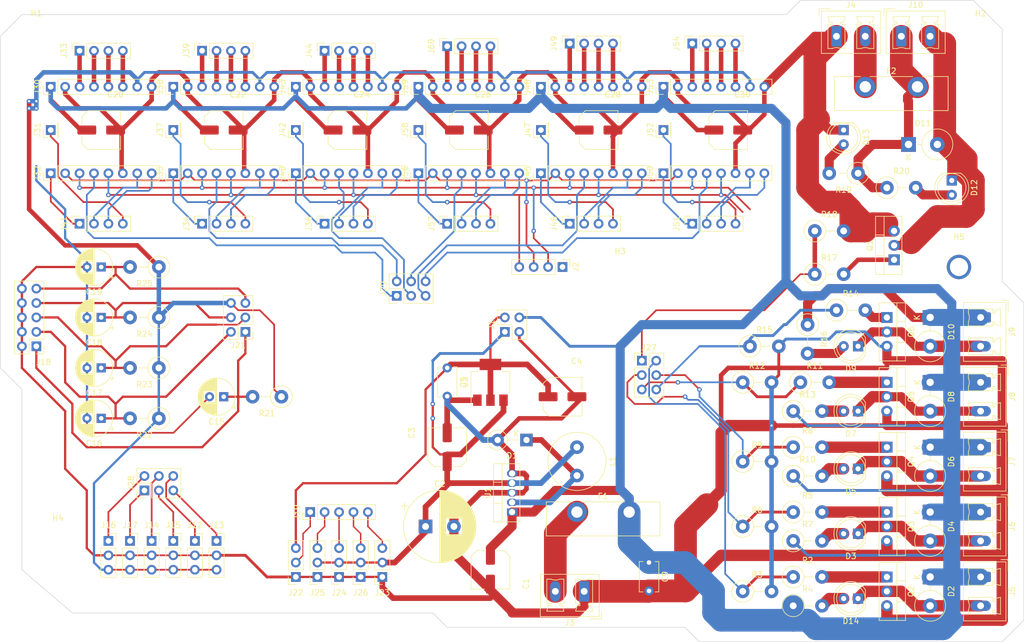
<source format=kicad_pcb>
(kicad_pcb (version 20171130) (host pcbnew "(5.1.2)-1")
  (layers (0 F.Cu signal) (31 B.Cu signal) (34 B.Paste user) (35 F.Paste user) (36 B.SilkS user) (37 F.SilkS user) (38 B.Mask user) (39 F.Mask user) (44 Edge.Cuts user))
  (net 0 "")
  (net 1 VDD)
  (net 2 GND)
  (net 3 +5V)
  (net 4 +3V3)
  (net 5 LOGIC_PW)
  (net 6 T1)
  (net 7 T2)
  (net 8 T3)
  (net 9 T4)
  (net 10 T5)
  (net 11 "Net-(D1-Pad1)")
  (net 12 "Net-(D14-Pad1)")
  (net 13 "Net-(D3-Pad1)")
  (net 14 "Net-(D3-Pad2)")
  (net 15 "Net-(D5-Pad1)")
  (net 16 "Net-(D5-Pad2)")
  (net 17 "Net-(D7-Pad2)")
  (net 18 "Net-(D7-Pad1)")
  (net 19 "Net-(D10-Pad2)")
  (net 20 "Net-(D9-Pad2)")
  (net 21 "Net-(D11-Pad1)")
  (net 22 "Net-(D11-Pad2)")
  (net 23 "Net-(D12-Pad2)")
  (net 24 "Net-(D13-Pad2)")
  (net 25 "Net-(D14-Pad2)")
  (net 26 "Net-(F1-Pad1)")
  (net 27 "Net-(F2-Pad1)")
  (net 28 MISO)
  (net 29 CLK)
  (net 30 CD)
  (net 31 MOSI)
  (net 32 Z-MAX)
  (net 33 Z-MIN)
  (net 34 Y-MAX)
  (net 35 Y-MIN)
  (net 36 X-MAX)
  (net 37 X-MIN)
  (net 38 CS0)
  (net 39 CS1)
  (net 40 SV1)
  (net 41 SV5)
  (net 42 SV3)
  (net 43 SV2)
  (net 44 SV4)
  (net 45 FET1)
  (net 46 FET2)
  (net 47 FET3)
  (net 48 FET4)
  (net 49 FET5)
  (net 50 FET6)
  (net 51 CS2)
  (net 52 CS3)
  (net 53 CS4)
  (net 54 CS5)
  (net 55 "Net-(J30-Pad5)")
  (net 56 EN_X)
  (net 57 STEP_X)
  (net 58 DIR_X)
  (net 59 D_X)
  (net 60 EN_Y)
  (net 61 STEP_Y)
  (net 62 DIR_Y)
  (net 63 D_Y)
  (net 64 "Net-(J38-Pad5)")
  (net 65 DIR_Z)
  (net 66 STEP_Z)
  (net 67 EN_Z)
  (net 68 D_Z)
  (net 69 "Net-(J43-Pad5)")
  (net 70 EN_E2)
  (net 71 STEP_E2)
  (net 72 DIR_E2)
  (net 73 D_E2)
  (net 74 "Net-(J48-Pad5)")
  (net 75 DIR_E3)
  (net 76 STEP_E3)
  (net 77 EN_E3)
  (net 78 D_E3)
  (net 79 "Net-(J53-Pad5)")
  (net 80 EN_E1)
  (net 81 STEP_E1)
  (net 82 DIR_E1)
  (net 83 D_E1)
  (net 84 "Net-(J59-Pad5)")
  (net 85 "Net-(Q1-Pad1)")
  (net 86 "Net-(Q2-Pad1)")
  (net 87 "Net-(Q3-Pad1)")
  (net 88 "Net-(Q4-Pad1)")
  (net 89 "Net-(Q5-Pad1)")
  (net 90 "Net-(Q6-Pad1)")
  (net 91 "Net-(J30-Pad3)")
  (net 92 "Net-(J30-Pad4)")
  (net 93 "Net-(J30-Pad6)")
  (net 94 "Net-(J38-Pad3)")
  (net 95 "Net-(J38-Pad4)")
  (net 96 "Net-(J38-Pad6)")
  (net 97 "Net-(J43-Pad6)")
  (net 98 "Net-(J43-Pad4)")
  (net 99 "Net-(J43-Pad3)")
  (net 100 "Net-(J48-Pad3)")
  (net 101 "Net-(J48-Pad4)")
  (net 102 "Net-(J48-Pad6)")
  (net 103 "Net-(J53-Pad3)")
  (net 104 "Net-(J53-Pad4)")
  (net 105 "Net-(J53-Pad6)")
  (net 106 "Net-(J59-Pad3)")
  (net 107 "Net-(J59-Pad4)")
  (net 108 "Net-(J59-Pad6)")
  (module Capacitor_SMD:C_Elec_6.3x7.7 (layer F.Cu) (at 96.52 92.71 90)
    (fp_text reference C3 (at 2.5 -6.25 90) (layer F.SilkS))
    (fp_text value 100uF)
    (pad 2 smd roundrect (at 2.5375 0 90) (size 3.325 1.6) (layers F.Cu F.Paste F.Mask) (roundrect_rratio 0.15625) (net 2 GND))
    (pad 1 smd roundrect (at -2.5375 0 90) (size 3.325 1.6) (layers F.Cu F.Paste F.Mask) (roundrect_rratio 0.15625) (net 3 +5V))
  )
  (module Capacitor_SMD:C_Elec_6.3x7.7 (layer F.Cu) (at 104.14 114.3 270)
    (fp_text reference C1 (at 2.5 -6.25 90) (layer F.SilkS))
    (fp_text value 100uF)
    (pad 2 smd roundrect (at 2.5375 0 270) (size 3.325 1.6) (layers F.Cu F.Paste F.Mask) (roundrect_rratio 0.15625) (net 2 GND))
    (pad 1 smd roundrect (at -2.5375 0 270) (size 3.325 1.6) (layers F.Cu F.Paste F.Mask) (roundrect_rratio 0.15625) (net 1 VDD))
  )
  (module Capacitor_SMD:C_Elec_6.3x7.7 (layer F.Cu) (at 116.84 83.82)
    (fp_text reference C4 (at 2.5 -6.25) (layer F.SilkS))
    (fp_text value 100uF)
    (pad 2 smd roundrect (at 2.5375 0) (size 3.325 1.6) (layers F.Cu F.Paste F.Mask) (roundrect_rratio 0.15625) (net 2 GND))
    (pad 1 smd roundrect (at -2.5375 0) (size 3.325 1.6) (layers F.Cu F.Paste F.Mask) (roundrect_rratio 0.15625) (net 4 +3V3))
  )
  (module Capacitor_SMD:C_Elec_6.3x7.7 (layer F.Cu) (at 35.56 36.83)
    (fp_text reference C20 (at 2.5 -6.25) (layer F.SilkS))
    (fp_text value 100uF)
    (pad 2 smd roundrect (at 2.5375 0) (size 3.325 1.6) (layers F.Cu F.Paste F.Mask) (roundrect_rratio 0.15625) (net 2 GND))
    (pad 1 smd roundrect (at -2.5375 0) (size 3.325 1.6) (layers F.Cu F.Paste F.Mask) (roundrect_rratio 0.15625) (net 1 VDD))
  )
  (module Capacitor_SMD:C_Elec_6.3x7.7 (layer F.Cu) (at 57.15 36.83)
    (fp_text reference C22 (at 2.5 -6.25) (layer F.SilkS))
    (fp_text value 100uF)
    (pad 2 smd roundrect (at 2.5375 0) (size 3.325 1.6) (layers F.Cu F.Paste F.Mask) (roundrect_rratio 0.15625) (net 2 GND))
    (pad 1 smd roundrect (at -2.5375 0) (size 3.325 1.6) (layers F.Cu F.Paste F.Mask) (roundrect_rratio 0.15625) (net 1 VDD))
  )
  (module Capacitor_SMD:C_Elec_6.3x7.7 (layer F.Cu) (at 78.95 36.83)
    (fp_text reference C24 (at 2.5 -6.25) (layer F.SilkS))
    (fp_text value 100uF)
    (pad 2 smd roundrect (at 2.5375 0) (size 3.325 1.6) (layers F.Cu F.Paste F.Mask) (roundrect_rratio 0.15625) (net 2 GND))
    (pad 1 smd roundrect (at -2.5375 0) (size 3.325 1.6) (layers F.Cu F.Paste F.Mask) (roundrect_rratio 0.15625) (net 1 VDD))
  )
  (module Capacitor_SMD:C_Elec_6.3x7.7 (layer F.Cu) (at 100.33 36.83)
    (fp_text reference C26 (at 2.5 -6.25) (layer F.SilkS))
    (fp_text value 100uF)
    (pad 2 smd roundrect (at 2.5375 0) (size 3.325 1.6) (layers F.Cu F.Paste F.Mask) (roundrect_rratio 0.15625) (net 2 GND))
    (pad 1 smd roundrect (at -2.5375 0) (size 3.325 1.6) (layers F.Cu F.Paste F.Mask) (roundrect_rratio 0.15625) (net 1 VDD))
  )
  (module Capacitor_SMD:C_Elec_6.3x7.7 (layer F.Cu) (at 123.19 36.83)
    (fp_text reference C28 (at 2.5 -6.25) (layer F.SilkS))
    (fp_text value 100uF)
    (pad 2 smd roundrect (at 2.5375 0) (size 3.325 1.6) (layers F.Cu F.Paste F.Mask) (roundrect_rratio 0.15625) (net 2 GND))
    (pad 1 smd roundrect (at -2.5375 0) (size 3.325 1.6) (layers F.Cu F.Paste F.Mask) (roundrect_rratio 0.15625) (net 1 VDD))
  )
  (module Capacitor_SMD:C_Elec_6.3x7.7 (layer F.Cu) (at 146.05 36.83)
    (fp_text reference C30 (at 2.5 -6.25) (layer F.SilkS))
    (fp_text value 100uF)
    (pad 2 smd roundrect (at 2.5375 0) (size 3.325 1.6) (layers F.Cu F.Paste F.Mask) (roundrect_rratio 0.15625) (net 2 GND))
    (pad 1 smd roundrect (at -2.5375 0) (size 3.325 1.6) (layers F.Cu F.Paste F.Mask) (roundrect_rratio 0.15625) (net 1 VDD))
  )
  (module Capacitor_THT:CP_Radial_D12.5mm_P5.00mm (layer F.Cu) (at 92.71 106.68)
    (fp_text reference C2 (at 2.5 -7.5) (layer F.SilkS))
    (fp_text value 330uF)
    (pad 2 thru_hole circle (at 5 0) (size 2.4 2.4) (drill 1.2) (layers *.Cu *.Mask) (net 2 GND))
    (pad 1 thru_hole rect (at 0 0) (size 2.4 2.4) (drill 1.2) (layers *.Cu *.Mask) (net 3 +5V))
  )
  (module Resistor_THT:R_Axial_DIN0411_L9.9mm_D3.6mm_P5.08mm_Vertical (layer F.Cu) (at 149.86 74.93)
    (fp_text reference R15 (at 2.54 -2.92) (layer F.SilkS))
    (fp_text value 33K)
    (pad 2 thru_hole oval (at 5.08 0) (size 2.4 2.4) (drill 1.2) (layers *.Cu *.Mask) (net 2 GND))
    (pad 1 thru_hole circle (at 0 0) (size 2.4 2.4) (drill 1.2) (layers *.Cu *.Mask) (net 50 FET6))
  )
  (module Connector_PinHeader_2.54mm:PinHeader_2x05_P2.54mm_Vertical (layer F.Cu) (at 24.13 74.93 180)
    (fp_text reference J18 (at -1.27 -2.77) (layer F.SilkS))
    (fp_text value Thermistor)
    (pad 10 thru_hole oval (at 2.54 10.16 180) (size 1.7 1.7) (drill 1) (layers *.Cu *.Mask) (net 2 GND))
    (pad 9 thru_hole oval (at 0 10.16 180) (size 1.7 1.7) (drill 1) (layers *.Cu *.Mask) (net 10 T5))
    (pad 8 thru_hole oval (at 2.54 7.62 180) (size 1.7 1.7) (drill 1) (layers *.Cu *.Mask) (net 2 GND))
    (pad 7 thru_hole oval (at 0 7.62 180) (size 1.7 1.7) (drill 1) (layers *.Cu *.Mask) (net 9 T4))
    (pad 6 thru_hole oval (at 2.54 5.08 180) (size 1.7 1.7) (drill 1) (layers *.Cu *.Mask) (net 2 GND))
    (pad 5 thru_hole oval (at 0 5.08 180) (size 1.7 1.7) (drill 1) (layers *.Cu *.Mask) (net 8 T3))
    (pad 4 thru_hole oval (at 2.54 2.54 180) (size 1.7 1.7) (drill 1) (layers *.Cu *.Mask) (net 2 GND))
    (pad 3 thru_hole oval (at 0 2.54 180) (size 1.7 1.7) (drill 1) (layers *.Cu *.Mask) (net 7 T2))
    (pad 2 thru_hole oval (at 2.54 0 180) (size 1.7 1.7) (drill 1) (layers *.Cu *.Mask) (net 2 GND))
    (pad 1 thru_hole rect (at 0 0 180) (size 1.7 1.7) (drill 1) (layers *.Cu *.Mask) (net 6 T1))
  )
  (module Capacitor_THT:C_Disc_D5.1mm_W3.2mm_P5.00mm (layer F.Cu) (at 96.52 78.74 270)
    (fp_text reference C5 (at 2.5 -2.85 90) (layer F.SilkS))
    (fp_text value 100nF)
    (pad 2 thru_hole circle (at 5 0 270) (size 1.6 1.6) (drill 0.8) (layers *.Cu *.Mask) (net 2 GND))
    (pad 1 thru_hole circle (at 0 0 270) (size 1.6 1.6) (drill 0.8) (layers *.Cu *.Mask) (net 4 +3V3))
  )
  (module Capacitor_THT:C_Disc_D5.1mm_W3.2mm_P5.00mm (layer F.Cu) (at 132.08 113.03 270)
    (fp_text reference C9 (at 2.5 -2.85 90) (layer F.SilkS))
    (fp_text value 100nF)
    (pad 1 thru_hole circle (at 0 0 270) (size 1.6 1.6) (drill 0.8) (layers *.Cu *.Mask) (net 1 VDD))
    (pad 2 thru_hole circle (at 5 0 270) (size 1.6 1.6) (drill 0.8) (layers *.Cu *.Mask) (net 2 GND))
  )
  (module Capacitor_THT:CP_Radial_D6.3mm_P2.50mm (layer F.Cu) (at 57.15 83.82 180)
    (fp_text reference C15 (at 1.25 -4.4) (layer F.SilkS))
    (fp_text value 10uF)
    (pad 1 thru_hole rect (at 0 0 180) (size 1.6 1.6) (drill 0.8) (layers *.Cu *.Mask) (net 6 T1))
    (pad 2 thru_hole circle (at 2.5 0 180) (size 1.6 1.6) (drill 0.8) (layers *.Cu *.Mask) (net 2 GND))
  )
  (module Capacitor_THT:CP_Radial_D6.3mm_P2.50mm (layer F.Cu) (at 35.56 87.63 180)
    (fp_text reference C16 (at 1.25 -4.4) (layer F.SilkS))
    (fp_text value 10uF)
    (pad 2 thru_hole circle (at 2.5 0 180) (size 1.6 1.6) (drill 0.8) (layers *.Cu *.Mask) (net 2 GND))
    (pad 1 thru_hole rect (at 0 0 180) (size 1.6 1.6) (drill 0.8) (layers *.Cu *.Mask) (net 7 T2))
  )
  (module Capacitor_THT:CP_Radial_D6.3mm_P2.50mm (layer F.Cu) (at 35.56 78.74 180)
    (fp_text reference C17 (at 1.25 -4.4) (layer F.SilkS))
    (fp_text value 10uF)
    (pad 1 thru_hole rect (at 0 0 180) (size 1.6 1.6) (drill 0.8) (layers *.Cu *.Mask) (net 8 T3))
    (pad 2 thru_hole circle (at 2.5 0 180) (size 1.6 1.6) (drill 0.8) (layers *.Cu *.Mask) (net 2 GND))
  )
  (module Capacitor_THT:CP_Radial_D6.3mm_P2.50mm (layer F.Cu) (at 35.56 69.85 180)
    (fp_text reference C18 (at 1.25 -4.4) (layer F.SilkS))
    (fp_text value 10uF)
    (pad 2 thru_hole circle (at 2.5 0 180) (size 1.6 1.6) (drill 0.8) (layers *.Cu *.Mask) (net 2 GND))
    (pad 1 thru_hole rect (at 0 0 180) (size 1.6 1.6) (drill 0.8) (layers *.Cu *.Mask) (net 9 T4))
  )
  (module Capacitor_THT:CP_Radial_D6.3mm_P2.50mm (layer F.Cu) (at 35.56 60.96 180)
    (fp_text reference C19 (at 1.25 -4.4) (layer F.SilkS))
    (fp_text value 10uF)
    (pad 1 thru_hole rect (at 0 0 180) (size 1.6 1.6) (drill 0.8) (layers *.Cu *.Mask) (net 10 T5))
    (pad 2 thru_hole circle (at 2.5 0 180) (size 1.6 1.6) (drill 0.8) (layers *.Cu *.Mask) (net 2 GND))
  )
  (module Diode_THT:D_DO-41_SOD81_P5.08mm_Vertical_KathodeUp (layer F.Cu) (at 110.49 91.44 180)
    (fp_text reference D1 (at 2.54 -2.750635) (layer F.SilkS))
    (fp_text value 1N5819)
    (fp_text user K (at 1.8 1.1) (layer F.SilkS))
    (pad 1 thru_hole rect (at 0 0 180) (size 2.2 2.2) (drill 1.1) (layers *.Cu *.Mask) (net 11 "Net-(D1-Pad1)"))
    (pad 2 thru_hole oval (at 5.08 0 180) (size 2.2 2.2) (drill 1.1) (layers *.Cu *.Mask) (net 2 GND))
  )
  (module Diode_THT:D_DO-201_P5.08mm_Vertical_KathodeUp (layer F.Cu) (at 181.61 115.57 270)
    (fp_text reference D2 (at 2.54 -3.725 90) (layer F.SilkS))
    (fp_text value SB5100)
    (fp_text user K (at 0 2.3 90) (layer F.SilkS))
    (pad 2 thru_hole oval (at 5.08 0 270) (size 2.6 2.6) (drill 1.3) (layers *.Cu *.Mask) (net 12 "Net-(D14-Pad1)"))
    (pad 1 thru_hole rect (at 0 0 270) (size 2.6 2.6) (drill 1.3) (layers *.Cu *.Mask) (net 1 VDD))
  )
  (module LED_THT:LED_D5.0mm (layer F.Cu) (at 168.91 107.95 180)
    (fp_text reference D3 (at 1.27 -3.96) (layer F.SilkS))
    (fp_text value LED)
    (pad 1 thru_hole rect (at 0 0 180) (size 1.8 1.8) (drill 0.9) (layers *.Cu *.Mask) (net 13 "Net-(D3-Pad1)"))
    (pad 2 thru_hole circle (at 2.54 0 180) (size 1.8 1.8) (drill 0.9) (layers *.Cu *.Mask) (net 14 "Net-(D3-Pad2)"))
  )
  (module Diode_THT:D_DO-201_P5.08mm_Vertical_KathodeUp (layer F.Cu) (at 181.61 104.14 270)
    (fp_text reference D4 (at 2.54 -3.725 90) (layer F.SilkS))
    (fp_text value SB5100)
    (fp_text user K (at 0 2.3 90) (layer F.SilkS))
    (pad 2 thru_hole oval (at 5.08 0 270) (size 2.6 2.6) (drill 1.3) (layers *.Cu *.Mask) (net 13 "Net-(D3-Pad1)"))
    (pad 1 thru_hole rect (at 0 0 270) (size 2.6 2.6) (drill 1.3) (layers *.Cu *.Mask) (net 1 VDD))
  )
  (module LED_THT:LED_D5.0mm (layer F.Cu) (at 168.91 96.52 180)
    (fp_text reference D5 (at 1.27 -3.96) (layer F.SilkS))
    (fp_text value LED)
    (pad 2 thru_hole circle (at 2.54 0 180) (size 1.8 1.8) (drill 0.9) (layers *.Cu *.Mask) (net 16 "Net-(D5-Pad2)"))
    (pad 1 thru_hole rect (at 0 0 180) (size 1.8 1.8) (drill 0.9) (layers *.Cu *.Mask) (net 15 "Net-(D5-Pad1)"))
  )
  (module Diode_THT:D_DO-201_P5.08mm_Vertical_KathodeUp (layer F.Cu) (at 181.61 92.71 270)
    (fp_text reference D6 (at 2.54 -3.725 90) (layer F.SilkS))
    (fp_text value SB5100)
    (fp_text user K (at 0 2.3 90) (layer F.SilkS))
    (pad 1 thru_hole rect (at 0 0 270) (size 2.6 2.6) (drill 1.3) (layers *.Cu *.Mask) (net 1 VDD))
    (pad 2 thru_hole oval (at 5.08 0 270) (size 2.6 2.6) (drill 1.3) (layers *.Cu *.Mask) (net 15 "Net-(D5-Pad1)"))
  )
  (module LED_THT:LED_D5.0mm (layer F.Cu) (at 168.91 86.36 180)
    (fp_text reference D7 (at 1.27 -3.96) (layer F.SilkS))
    (fp_text value LED)
    (pad 1 thru_hole rect (at 0 0 180) (size 1.8 1.8) (drill 0.9) (layers *.Cu *.Mask) (net 18 "Net-(D7-Pad1)"))
    (pad 2 thru_hole circle (at 2.54 0 180) (size 1.8 1.8) (drill 0.9) (layers *.Cu *.Mask) (net 17 "Net-(D7-Pad2)"))
  )
  (module Diode_THT:D_DO-201_P5.08mm_Vertical_KathodeUp (layer F.Cu) (at 181.61 81.28 270)
    (fp_text reference D8 (at 2.54 -3.725 90) (layer F.SilkS))
    (fp_text value SB5100)
    (fp_text user K (at 0 2.3 90) (layer F.SilkS))
    (pad 2 thru_hole oval (at 5.08 0 270) (size 2.6 2.6) (drill 1.3) (layers *.Cu *.Mask) (net 18 "Net-(D7-Pad1)"))
    (pad 1 thru_hole rect (at 0 0 270) (size 2.6 2.6) (drill 1.3) (layers *.Cu *.Mask) (net 1 VDD))
  )
  (module LED_THT:LED_D5.0mm (layer F.Cu) (at 168.91 74.93 180)
    (fp_text reference D9 (at 1.27 -3.96) (layer F.SilkS))
    (fp_text value LED)
    (pad 2 thru_hole circle (at 2.54 0 180) (size 1.8 1.8) (drill 0.9) (layers *.Cu *.Mask) (net 20 "Net-(D9-Pad2)"))
    (pad 1 thru_hole rect (at 0 0 180) (size 1.8 1.8) (drill 0.9) (layers *.Cu *.Mask) (net 19 "Net-(D10-Pad2)"))
  )
  (module Diode_THT:D_DO-201_P5.08mm_Vertical_KathodeUp (layer F.Cu) (at 181.61 69.85 270)
    (fp_text reference D10 (at 2.54 -3.725 90) (layer F.SilkS))
    (fp_text value SB5100)
    (fp_text user K (at 0 2.3 90) (layer F.SilkS))
    (pad 1 thru_hole rect (at 0 0 270) (size 2.6 2.6) (drill 1.3) (layers *.Cu *.Mask) (net 1 VDD))
    (pad 2 thru_hole oval (at 5.08 0 270) (size 2.6 2.6) (drill 1.3) (layers *.Cu *.Mask) (net 19 "Net-(D10-Pad2)"))
  )
  (module Diode_THT:D_DO-201_P5.08mm_Vertical_KathodeUp (layer F.Cu) (at 177.8 39.37)
    (fp_text reference D11 (at 2.54 -3.725) (layer F.SilkS))
    (fp_text value SB5100)
    (fp_text user K (at 0 2.3) (layer F.SilkS))
    (pad 1 thru_hole rect (at 0 0) (size 2.6 2.6) (drill 1.3) (layers *.Cu *.Mask) (net 21 "Net-(D11-Pad1)"))
    (pad 2 thru_hole oval (at 5.08 0) (size 2.6 2.6) (drill 1.3) (layers *.Cu *.Mask) (net 22 "Net-(D11-Pad2)"))
  )
  (module LED_THT:LED_D5.0mm (layer F.Cu) (at 185.42 45.72 270)
    (fp_text reference D12 (at 1.27 -3.96 90) (layer F.SilkS))
    (fp_text value LED)
    (pad 1 thru_hole rect (at 0 0 270) (size 1.8 1.8) (drill 0.9) (layers *.Cu *.Mask) (net 22 "Net-(D11-Pad2)"))
    (pad 2 thru_hole circle (at 2.54 0 270) (size 1.8 1.8) (drill 0.9) (layers *.Cu *.Mask) (net 23 "Net-(D12-Pad2)"))
  )
  (module LED_THT:LED_D5.0mm (layer F.Cu) (at 166.37 36.83 270)
    (fp_text reference D13 (at 1.27 -3.96 90) (layer F.SilkS))
    (fp_text value LED)
    (pad 1 thru_hole rect (at 0 0 270) (size 1.8 1.8) (drill 0.9) (layers *.Cu *.Mask) (net 2 GND))
    (pad 2 thru_hole circle (at 2.54 0 270) (size 1.8 1.8) (drill 0.9) (layers *.Cu *.Mask) (net 24 "Net-(D13-Pad2)"))
  )
  (module LED_THT:LED_D5.0mm (layer F.Cu) (at 168.91 119.38 180)
    (fp_text reference D14 (at 1.27 -3.96) (layer F.SilkS))
    (fp_text value LED)
    (pad 2 thru_hole circle (at 2.54 0 180) (size 1.8 1.8) (drill 0.9) (layers *.Cu *.Mask) (net 25 "Net-(D14-Pad2)"))
    (pad 1 thru_hole rect (at 0 0 180) (size 1.8 1.8) (drill 0.9) (layers *.Cu *.Mask) (net 12 "Net-(D14-Pad1)"))
  )
  (module Fuse:Fuseholder_Blade_ATO_Littelfuse_Pudenz_2_Pin (layer F.Cu) (at 119.38 104.14)
    (fp_text reference F1 (at 4.57 -2.78) (layer F.SilkS))
    (fp_text value Fuse_Power)
    (pad 1 thru_hole circle (at 0 0) (size 3.5 3.5) (drill 2) (layers *.Cu *.Mask) (net 26 "Net-(F1-Pad1)"))
    (pad "" np_thru_hole circle (at 4.6 1.2) (size 2.4 2.4) (drill 2.4) (layers *.Cu *.Mask))
    (pad 2 thru_hole circle (at 9.2 0) (size 3.5 3.5) (drill 2) (layers *.Cu *.Mask) (net 1 VDD))
  )
  (module Fuse:Fuseholder_Blade_ATO_Littelfuse_Pudenz_2_Pin (layer F.Cu) (at 170.18 29.21)
    (fp_text reference F2 (at 4.57 -2.78) (layer F.SilkS))
    (fp_text value F_Heatbed_15A)
    (pad 2 thru_hole circle (at 9.2 0) (size 3.5 3.5) (drill 2) (layers *.Cu *.Mask) (net 21 "Net-(D11-Pad1)"))
    (pad "" np_thru_hole circle (at 4.6 1.2) (size 2.4 2.4) (drill 2.4) (layers *.Cu *.Mask))
    (pad 1 thru_hole circle (at 0 0) (size 3.5 3.5) (drill 2) (layers *.Cu *.Mask) (net 27 "Net-(F2-Pad1)"))
  )
  (module Connector_PinHeader_2.54mm:PinHeader_2x02_P2.54mm_Vertical (layer F.Cu) (at 106.68 72.39 90)
    (fp_text reference J1 (at 1.27 -2.33 90) (layer F.SilkS))
    (fp_text value Power)
    (pad 1 thru_hole rect (at 0 0 90) (size 1.7 1.7) (drill 1) (layers *.Cu *.Mask) (net 3 +5V))
    (pad 2 thru_hole oval (at 2.54 0 90) (size 1.7 1.7) (drill 1) (layers *.Cu *.Mask) (net 4 +3V3))
    (pad 3 thru_hole oval (at 0 2.54 90) (size 1.7 1.7) (drill 1) (layers *.Cu *.Mask) (net 2 GND))
    (pad 4 thru_hole oval (at 2.54 2.54 90) (size 1.7 1.7) (drill 1) (layers *.Cu *.Mask) (net 1 VDD))
  )
  (module Connector_Phoenix_MC_HighVoltage:PhoenixContact_MCV_1,5_2-G-5.08_1x02_P5.08mm_Vertical (layer F.Cu) (at 120.65 118.11 180)
    (fp_text reference J3 (at 2.54 -5.55) (layer F.SilkS))
    (fp_text value Power_IN)
    (pad 2 thru_hole oval (at 5.08 0 180) (size 1.8 3.6) (drill 1.2) (layers *.Cu *.Mask) (net 26 "Net-(F1-Pad1)"))
    (pad 1 thru_hole roundrect (at 0 0 180) (size 1.8 3.6) (drill 1.2) (layers *.Cu *.Mask) (roundrect_rratio 0.138889) (net 2 GND))
  )
  (module Connector_Phoenix_MC_HighVoltage:PhoenixContact_MCV_1,5_2-G-5.08_1x02_P5.08mm_Vertical (layer F.Cu) (at 165.1 20.32)
    (fp_text reference J4 (at 2.54 -5.55) (layer F.SilkS))
    (fp_text value Heatbed_Power_In)
    (pad 1 thru_hole roundrect (at 0 0) (size 1.8 3.6) (drill 1.2) (layers *.Cu *.Mask) (roundrect_rratio 0.138889) (net 2 GND))
    (pad 2 thru_hole oval (at 5.08 0) (size 1.8 3.6) (drill 1.2) (layers *.Cu *.Mask) (net 27 "Net-(F2-Pad1)"))
  )
  (module Connector_Phoenix_MC_HighVoltage:PhoenixContact_MCV_1,5_2-G-5.08_1x02_P5.08mm_Vertical (layer F.Cu) (at 190.5 115.57 270)
    (fp_text reference J5 (at 2.54 -5.55 90) (layer F.SilkS))
    (fp_text value Power_1)
    (pad 1 thru_hole roundrect (at 0 0 270) (size 1.8 3.6) (drill 1.2) (layers *.Cu *.Mask) (roundrect_rratio 0.138889) (net 1 VDD))
    (pad 2 thru_hole oval (at 5.08 0 270) (size 1.8 3.6) (drill 1.2) (layers *.Cu *.Mask) (net 12 "Net-(D14-Pad1)"))
  )
  (module Connector_Phoenix_MC_HighVoltage:PhoenixContact_MCV_1,5_2-G-5.08_1x02_P5.08mm_Vertical (layer F.Cu) (at 190.5 104.14 270)
    (fp_text reference J6 (at 2.54 -5.55 90) (layer F.SilkS))
    (fp_text value Power_2)
    (pad 2 thru_hole oval (at 5.08 0 270) (size 1.8 3.6) (drill 1.2) (layers *.Cu *.Mask) (net 13 "Net-(D3-Pad1)"))
    (pad 1 thru_hole roundrect (at 0 0 270) (size 1.8 3.6) (drill 1.2) (layers *.Cu *.Mask) (roundrect_rratio 0.138889) (net 1 VDD))
  )
  (module Connector_Phoenix_MC_HighVoltage:PhoenixContact_MCV_1,5_2-G-5.08_1x02_P5.08mm_Vertical (layer F.Cu) (at 190.5 92.71 270)
    (fp_text reference J7 (at 2.54 -5.55 90) (layer F.SilkS))
    (fp_text value Power_3)
    (pad 1 thru_hole roundrect (at 0 0 270) (size 1.8 3.6) (drill 1.2) (layers *.Cu *.Mask) (roundrect_rratio 0.138889) (net 1 VDD))
    (pad 2 thru_hole oval (at 5.08 0 270) (size 1.8 3.6) (drill 1.2) (layers *.Cu *.Mask) (net 15 "Net-(D5-Pad1)"))
  )
  (module Connector_Phoenix_MC_HighVoltage:PhoenixContact_MCV_1,5_2-G-5.08_1x02_P5.08mm_Vertical (layer F.Cu) (at 190.5 81.28 270)
    (fp_text reference J8 (at 2.54 -5.55 90) (layer F.SilkS))
    (fp_text value Power_4)
    (pad 2 thru_hole oval (at 5.08 0 270) (size 1.8 3.6) (drill 1.2) (layers *.Cu *.Mask) (net 18 "Net-(D7-Pad1)"))
    (pad 1 thru_hole roundrect (at 0 0 270) (size 1.8 3.6) (drill 1.2) (layers *.Cu *.Mask) (roundrect_rratio 0.138889) (net 1 VDD))
  )
  (module Connector_Phoenix_MC_HighVoltage:PhoenixContact_MCV_1,5_2-G-5.08_1x02_P5.08mm_Vertical (layer F.Cu) (at 190.5 69.85 270)
    (fp_text reference J9 (at 2.54 -5.55 90) (layer F.SilkS))
    (fp_text value Power_5)
    (pad 1 thru_hole roundrect (at 0 0 270) (size 1.8 3.6) (drill 1.2) (layers *.Cu *.Mask) (roundrect_rratio 0.138889) (net 1 VDD))
    (pad 2 thru_hole oval (at 5.08 0 270) (size 1.8 3.6) (drill 1.2) (layers *.Cu *.Mask) (net 19 "Net-(D10-Pad2)"))
  )
  (module Connector_Phoenix_MC_HighVoltage:PhoenixContact_MCV_1,5_2-G-5.08_1x02_P5.08mm_Vertical (layer F.Cu) (at 176.53 20.32)
    (fp_text reference J10 (at 2.54 -5.55) (layer F.SilkS))
    (fp_text value Power_Heat)
    (pad 2 thru_hole oval (at 5.08 0) (size 1.8 3.6) (drill 1.2) (layers *.Cu *.Mask) (net 22 "Net-(D11-Pad2)"))
    (pad 1 thru_hole roundrect (at 0 0) (size 1.8 3.6) (drill 1.2) (layers *.Cu *.Mask) (roundrect_rratio 0.138889) (net 21 "Net-(D11-Pad1)"))
  )
  (module Connector_PinHeader_2.54mm:PinHeader_2x03_P2.54mm_Vertical (layer F.Cu) (at 60.96 72.39 180)
    (fp_text reference J21 (at 1.27 -2.33) (layer F.SilkS))
    (fp_text value Thermistor+LPW)
    (pad 6 thru_hole oval (at 2.54 5.08 180) (size 1.7 1.7) (drill 1) (layers *.Cu *.Mask) (net 5 LOGIC_PW))
    (pad 5 thru_hole oval (at 0 5.08 180) (size 1.7 1.7) (drill 1) (layers *.Cu *.Mask) (net 10 T5))
    (pad 4 thru_hole oval (at 2.54 2.54 180) (size 1.7 1.7) (drill 1) (layers *.Cu *.Mask) (net 9 T4))
    (pad 3 thru_hole oval (at 0 2.54 180) (size 1.7 1.7) (drill 1) (layers *.Cu *.Mask) (net 8 T3))
    (pad 2 thru_hole oval (at 2.54 0 180) (size 1.7 1.7) (drill 1) (layers *.Cu *.Mask) (net 7 T2))
    (pad 1 thru_hole rect (at 0 0 180) (size 1.7 1.7) (drill 1) (layers *.Cu *.Mask) (net 6 T1))
  )
  (module Connector_PinHeader_2.54mm:PinHeader_2x03_P2.54mm_Vertical (layer F.Cu) (at 130.81 77.47)
    (fp_text reference J27 (at 1.27 -2.33) (layer F.SilkS))
    (fp_text value FET)
    (pad 6 thru_hole oval (at 2.54 5.08) (size 1.7 1.7) (drill 1) (layers *.Cu *.Mask) (net 50 FET6))
    (pad 5 thru_hole oval (at 0 5.08) (size 1.7 1.7) (drill 1) (layers *.Cu *.Mask) (net 49 FET5))
    (pad 4 thru_hole oval (at 2.54 2.54) (size 1.7 1.7) (drill 1) (layers *.Cu *.Mask) (net 48 FET4))
    (pad 3 thru_hole oval (at 0 2.54) (size 1.7 1.7) (drill 1) (layers *.Cu *.Mask) (net 47 FET3))
    (pad 2 thru_hole oval (at 2.54 0) (size 1.7 1.7) (drill 1) (layers *.Cu *.Mask) (net 46 FET2))
    (pad 1 thru_hole rect (at 0 0) (size 1.7 1.7) (drill 1) (layers *.Cu *.Mask) (net 45 FET1))
  )
  (module Connector_PinHeader_2.54mm:PinHeader_2x03_P2.54mm_Vertical (layer F.Cu) (at 43.18 100.33 90)
    (fp_text reference J28 (at 1.27 -2.33 90) (layer F.SilkS))
    (fp_text value ENDSTOP)
    (pad 1 thru_hole rect (at 0 0 90) (size 1.7 1.7) (drill 1) (layers *.Cu *.Mask) (net 37 X-MIN))
    (pad 2 thru_hole oval (at 2.54 0 90) (size 1.7 1.7) (drill 1) (layers *.Cu *.Mask) (net 36 X-MAX))
    (pad 3 thru_hole oval (at 0 2.54 90) (size 1.7 1.7) (drill 1) (layers *.Cu *.Mask) (net 35 Y-MIN))
    (pad 4 thru_hole oval (at 2.54 2.54 90) (size 1.7 1.7) (drill 1) (layers *.Cu *.Mask) (net 34 Y-MAX))
    (pad 5 thru_hole oval (at 0 5.08 90) (size 1.7 1.7) (drill 1) (layers *.Cu *.Mask) (net 33 Z-MIN))
    (pad 6 thru_hole oval (at 2.54 5.08 90) (size 1.7 1.7) (drill 1) (layers *.Cu *.Mask) (net 32 Z-MAX))
  )
  (module Inductor_THT:L_Radial_D10.0mm_P5.00mm_Neosid_SD12_style3 (layer F.Cu) (at 119.38 92.71 270)
    (fp_text reference L1 (at 2.5 -6.25 90) (layer F.SilkS))
    (fp_text value 330uH)
    (pad 1 thru_hole circle (at 0 0 270) (size 2.4 2.4) (drill 1.2) (layers *.Cu *.Mask) (net 3 +5V))
    (pad 2 thru_hole circle (at 5 0 270) (size 2.4 2.4) (drill 1.2) (layers *.Cu *.Mask) (net 11 "Net-(D1-Pad1)"))
  )
  (module Package_TO_SOT_THT:TO-220-3_Vertical (layer F.Cu) (at 175.26 59.69 90)
    (fp_text reference Q1 (at 2.54 -4.27 90) (layer F.SilkS))
    (fp_text value "NXP BUK954R8-60E")
    (pad 3 thru_hole oval (at 5.08 0 90) (size 1.905 2) (drill 1.1) (layers *.Cu *.Mask) (net 2 GND))
    (pad 2 thru_hole oval (at 2.54 0 90) (size 1.905 2) (drill 1.1) (layers *.Cu *.Mask) (net 22 "Net-(D11-Pad2)"))
    (pad 1 thru_hole rect (at 0 0 90) (size 1.905 2) (drill 1.1) (layers *.Cu *.Mask) (net 85 "Net-(Q1-Pad1)"))
  )
  (module Package_TO_SOT_THT:TO-220-3_Vertical (layer F.Cu) (at 173.99 115.57 270)
    (fp_text reference Q2 (at 2.54 -4.27 90) (layer F.SilkS))
    (fp_text value IRF3708)
    (pad 3 thru_hole oval (at 5.08 0 270) (size 1.905 2) (drill 1.1) (layers *.Cu *.Mask) (net 2 GND))
    (pad 2 thru_hole oval (at 2.54 0 270) (size 1.905 2) (drill 1.1) (layers *.Cu *.Mask) (net 12 "Net-(D14-Pad1)"))
    (pad 1 thru_hole rect (at 0 0 270) (size 1.905 2) (drill 1.1) (layers *.Cu *.Mask) (net 86 "Net-(Q2-Pad1)"))
  )
  (module Package_TO_SOT_THT:TO-220-3_Vertical (layer F.Cu) (at 173.99 104.14 270)
    (fp_text reference Q3 (at 2.54 -4.27 90) (layer F.SilkS))
    (fp_text value IRF3708)
    (pad 1 thru_hole rect (at 0 0 270) (size 1.905 2) (drill 1.1) (layers *.Cu *.Mask) (net 87 "Net-(Q3-Pad1)"))
    (pad 2 thru_hole oval (at 2.54 0 270) (size 1.905 2) (drill 1.1) (layers *.Cu *.Mask) (net 13 "Net-(D3-Pad1)"))
    (pad 3 thru_hole oval (at 5.08 0 270) (size 1.905 2) (drill 1.1) (layers *.Cu *.Mask) (net 2 GND))
  )
  (module Package_TO_SOT_THT:TO-220-3_Vertical (layer F.Cu) (at 173.99 92.71 270)
    (fp_text reference Q4 (at 2.54 -4.27 90) (layer F.SilkS))
    (fp_text value IRF3708)
    (pad 3 thru_hole oval (at 5.08 0 270) (size 1.905 2) (drill 1.1) (layers *.Cu *.Mask) (net 2 GND))
    (pad 2 thru_hole oval (at 2.54 0 270) (size 1.905 2) (drill 1.1) (layers *.Cu *.Mask) (net 15 "Net-(D5-Pad1)"))
    (pad 1 thru_hole rect (at 0 0 270) (size 1.905 2) (drill 1.1) (layers *.Cu *.Mask) (net 88 "Net-(Q4-Pad1)"))
  )
  (module Package_TO_SOT_THT:TO-220-3_Vertical (layer F.Cu) (at 173.99 81.28 270)
    (fp_text reference Q5 (at 2.54 -4.27 90) (layer F.SilkS))
    (fp_text value IRF3708)
    (pad 1 thru_hole rect (at 0 0 270) (size 1.905 2) (drill 1.1) (layers *.Cu *.Mask) (net 89 "Net-(Q5-Pad1)"))
    (pad 2 thru_hole oval (at 2.54 0 270) (size 1.905 2) (drill 1.1) (layers *.Cu *.Mask) (net 18 "Net-(D7-Pad1)"))
    (pad 3 thru_hole oval (at 5.08 0 270) (size 1.905 2) (drill 1.1) (layers *.Cu *.Mask) (net 2 GND))
  )
  (module Package_TO_SOT_THT:TO-220-3_Vertical (layer F.Cu) (at 173.99 69.85 270)
    (fp_text reference Q6 (at 2.54 -4.27 90) (layer F.SilkS))
    (fp_text value IRF3708)
    (pad 1 thru_hole rect (at 0 0 270) (size 1.905 2) (drill 1.1) (layers *.Cu *.Mask) (net 90 "Net-(Q6-Pad1)"))
    (pad 2 thru_hole oval (at 2.54 0 270) (size 1.905 2) (drill 1.1) (layers *.Cu *.Mask) (net 19 "Net-(D10-Pad2)"))
    (pad 3 thru_hole oval (at 5.08 0 270) (size 1.905 2) (drill 1.1) (layers *.Cu *.Mask) (net 2 GND))
  )
  (module Resistor_THT:R_Axial_DIN0411_L9.9mm_D3.6mm_P5.08mm_Vertical (layer F.Cu) (at 157.48 115.57)
    (fp_text reference R2 (at 2.54 -2.92) (layer F.SilkS))
    (fp_text value 100)
    (pad 2 thru_hole oval (at 5.08 0) (size 2.4 2.4) (drill 1.2) (layers *.Cu *.Mask) (net 86 "Net-(Q2-Pad1)"))
    (pad 1 thru_hole circle (at 0 0) (size 2.4 2.4) (drill 1.2) (layers *.Cu *.Mask) (net 46 FET2))
  )
  (module Resistor_THT:R_Axial_DIN0411_L9.9mm_D3.6mm_P5.08mm_Vertical (layer F.Cu) (at 148.59 118.11)
    (fp_text reference R3 (at 2.54 -2.92) (layer F.SilkS))
    (fp_text value 33K)
    (pad 1 thru_hole circle (at 0 0) (size 2.4 2.4) (drill 1.2) (layers *.Cu *.Mask) (net 46 FET2))
    (pad 2 thru_hole oval (at 5.08 0) (size 2.4 2.4) (drill 1.2) (layers *.Cu *.Mask) (net 2 GND))
  )
  (module Resistor_THT:R_Axial_DIN0411_L9.9mm_D3.6mm_P5.08mm_Vertical (layer F.Cu) (at 157.48 120.65)
    (fp_text reference R4 (at 2.54 -2.92) (layer F.SilkS))
    (fp_text value 1K8)
    (pad 2 thru_hole oval (at 5.08 0) (size 2.4 2.4) (drill 1.2) (layers *.Cu *.Mask) (net 25 "Net-(D14-Pad2)"))
    (pad 1 thru_hole circle (at 0 0) (size 2.4 2.4) (drill 1.2) (layers *.Cu *.Mask) (net 1 VDD))
  )
  (module Resistor_THT:R_Axial_DIN0411_L9.9mm_D3.6mm_P5.08mm_Vertical (layer F.Cu) (at 157.48 104.14)
    (fp_text reference R5 (at 2.54 -2.92) (layer F.SilkS))
    (fp_text value 100)
    (pad 1 thru_hole circle (at 0 0) (size 2.4 2.4) (drill 1.2) (layers *.Cu *.Mask) (net 47 FET3))
    (pad 2 thru_hole oval (at 5.08 0) (size 2.4 2.4) (drill 1.2) (layers *.Cu *.Mask) (net 87 "Net-(Q3-Pad1)"))
  )
  (module Resistor_THT:R_Axial_DIN0411_L9.9mm_D3.6mm_P5.08mm_Vertical (layer F.Cu) (at 148.59 106.68)
    (fp_text reference R6 (at 2.54 -2.92) (layer F.SilkS))
    (fp_text value 33K)
    (pad 2 thru_hole oval (at 5.08 0) (size 2.4 2.4) (drill 1.2) (layers *.Cu *.Mask) (net 2 GND))
    (pad 1 thru_hole circle (at 0 0) (size 2.4 2.4) (drill 1.2) (layers *.Cu *.Mask) (net 47 FET3))
  )
  (module Resistor_THT:R_Axial_DIN0411_L9.9mm_D3.6mm_P5.08mm_Vertical (layer F.Cu) (at 157.48 109.22)
    (fp_text reference R7 (at 2.54 -2.92) (layer F.SilkS))
    (fp_text value 1K8)
    (pad 2 thru_hole oval (at 5.08 0) (size 2.4 2.4) (drill 1.2) (layers *.Cu *.Mask) (net 14 "Net-(D3-Pad2)"))
    (pad 1 thru_hole circle (at 0 0) (size 2.4 2.4) (drill 1.2) (layers *.Cu *.Mask) (net 1 VDD))
  )
  (module Resistor_THT:R_Axial_DIN0411_L9.9mm_D3.6mm_P5.08mm_Vertical (layer F.Cu) (at 157.48 92.71)
    (fp_text reference R8 (at 2.54 -2.92) (layer F.SilkS))
    (fp_text value 100)
    (pad 1 thru_hole circle (at 0 0) (size 2.4 2.4) (drill 1.2) (layers *.Cu *.Mask) (net 48 FET4))
    (pad 2 thru_hole oval (at 5.08 0) (size 2.4 2.4) (drill 1.2) (layers *.Cu *.Mask) (net 88 "Net-(Q4-Pad1)"))
  )
  (module Resistor_THT:R_Axial_DIN0411_L9.9mm_D3.6mm_P5.08mm_Vertical (layer F.Cu) (at 148.59 95.25)
    (fp_text reference R9 (at 2.54 -2.92) (layer F.SilkS))
    (fp_text value 33K)
    (pad 2 thru_hole oval (at 5.08 0) (size 2.4 2.4) (drill 1.2) (layers *.Cu *.Mask) (net 2 GND))
    (pad 1 thru_hole circle (at 0 0) (size 2.4 2.4) (drill 1.2) (layers *.Cu *.Mask) (net 48 FET4))
  )
  (module Resistor_THT:R_Axial_DIN0411_L9.9mm_D3.6mm_P5.08mm_Vertical (layer F.Cu) (at 157.48 97.79)
    (fp_text reference R10 (at 2.54 -2.92) (layer F.SilkS))
    (fp_text value 1K8)
    (pad 1 thru_hole circle (at 0 0) (size 2.4 2.4) (drill 1.2) (layers *.Cu *.Mask) (net 1 VDD))
    (pad 2 thru_hole oval (at 5.08 0) (size 2.4 2.4) (drill 1.2) (layers *.Cu *.Mask) (net 16 "Net-(D5-Pad2)"))
  )
  (module Resistor_THT:R_Axial_DIN0411_L9.9mm_D3.6mm_P5.08mm_Vertical (layer F.Cu) (at 158.75 81.28)
    (fp_text reference R11 (at 2.54 -2.92) (layer F.SilkS))
    (fp_text value 100)
    (pad 1 thru_hole circle (at 0 0) (size 2.4 2.4) (drill 1.2) (layers *.Cu *.Mask) (net 49 FET5))
    (pad 2 thru_hole oval (at 5.08 0) (size 2.4 2.4) (drill 1.2) (layers *.Cu *.Mask) (net 89 "Net-(Q5-Pad1)"))
  )
  (module Resistor_THT:R_Axial_DIN0411_L9.9mm_D3.6mm_P5.08mm_Vertical (layer F.Cu) (at 148.59 81.28)
    (fp_text reference R12 (at 2.54 -2.92) (layer F.SilkS))
    (fp_text value 33K)
    (pad 2 thru_hole oval (at 5.08 0) (size 2.4 2.4) (drill 1.2) (layers *.Cu *.Mask) (net 2 GND))
    (pad 1 thru_hole circle (at 0 0) (size 2.4 2.4) (drill 1.2) (layers *.Cu *.Mask) (net 49 FET5))
  )
  (module Resistor_THT:R_Axial_DIN0411_L9.9mm_D3.6mm_P5.08mm_Vertical (layer F.Cu) (at 157.48 86.36)
    (fp_text reference R13 (at 2.54 -2.92) (layer F.SilkS))
    (fp_text value 1K8)
    (pad 1 thru_hole circle (at 0 0) (size 2.4 2.4) (drill 1.2) (layers *.Cu *.Mask) (net 1 VDD))
    (pad 2 thru_hole oval (at 5.08 0) (size 2.4 2.4) (drill 1.2) (layers *.Cu *.Mask) (net 17 "Net-(D7-Pad2)"))
  )
  (module Resistor_THT:R_Axial_DIN0411_L9.9mm_D3.6mm_P5.08mm_Vertical (layer F.Cu) (at 165.1 68.58)
    (fp_text reference R14 (at 2.54 -2.92) (layer F.SilkS))
    (fp_text value 100)
    (pad 1 thru_hole circle (at 0 0) (size 2.4 2.4) (drill 1.2) (layers *.Cu *.Mask) (net 50 FET6))
    (pad 2 thru_hole oval (at 5.08 0) (size 2.4 2.4) (drill 1.2) (layers *.Cu *.Mask) (net 90 "Net-(Q6-Pad1)"))
  )
  (module Resistor_THT:R_Axial_DIN0411_L9.9mm_D3.6mm_P5.08mm_Vertical (layer F.Cu) (at 160.02 71.12 270)
    (fp_text reference R16 (at 2.54 -2.92 90) (layer F.SilkS))
    (fp_text value 1K8)
    (pad 1 thru_hole circle (at 0 0 270) (size 2.4 2.4) (drill 1.2) (layers *.Cu *.Mask) (net 1 VDD))
    (pad 2 thru_hole oval (at 5.08 0 270) (size 2.4 2.4) (drill 1.2) (layers *.Cu *.Mask) (net 20 "Net-(D9-Pad2)"))
  )
  (module Resistor_THT:R_Axial_DIN0411_L9.9mm_D3.6mm_P5.08mm_Vertical (layer F.Cu) (at 161.29 62.23)
    (fp_text reference R17 (at 2.54 -2.92) (layer F.SilkS))
    (fp_text value 100)
    (pad 2 thru_hole oval (at 5.08 0) (size 2.4 2.4) (drill 1.2) (layers *.Cu *.Mask) (net 85 "Net-(Q1-Pad1)"))
    (pad 1 thru_hole circle (at 0 0) (size 2.4 2.4) (drill 1.2) (layers *.Cu *.Mask) (net 45 FET1))
  )
  (module Resistor_THT:R_Axial_DIN0411_L9.9mm_D3.6mm_P5.08mm_Vertical (layer F.Cu) (at 161.29 54.61)
    (fp_text reference R18 (at 2.54 -2.92) (layer F.SilkS))
    (fp_text value 33K)
    (pad 1 thru_hole circle (at 0 0) (size 2.4 2.4) (drill 1.2) (layers *.Cu *.Mask) (net 45 FET1))
    (pad 2 thru_hole oval (at 5.08 0) (size 2.4 2.4) (drill 1.2) (layers *.Cu *.Mask) (net 2 GND))
  )
  (module Resistor_THT:R_Axial_DIN0411_L9.9mm_D3.6mm_P5.08mm_Vertical (layer F.Cu) (at 168.91 44.45 180)
    (fp_text reference R19 (at 2.54 -2.92) (layer F.SilkS))
    (fp_text value 1K8)
    (pad 2 thru_hole oval (at 5.08 0 180) (size 2.4 2.4) (drill 1.2) (layers *.Cu *.Mask) (net 24 "Net-(D13-Pad2)"))
    (pad 1 thru_hole circle (at 0 0 180) (size 2.4 2.4) (drill 1.2) (layers *.Cu *.Mask) (net 21 "Net-(D11-Pad1)"))
  )
  (module Resistor_THT:R_Axial_DIN0411_L9.9mm_D3.6mm_P5.08mm_Vertical (layer F.Cu) (at 173.99 46.99)
    (fp_text reference R20 (at 2.54 -2.92) (layer F.SilkS))
    (fp_text value 1K8)
    (pad 1 thru_hole circle (at 0 0) (size 2.4 2.4) (drill 1.2) (layers *.Cu *.Mask) (net 21 "Net-(D11-Pad1)"))
    (pad 2 thru_hole oval (at 5.08 0) (size 2.4 2.4) (drill 1.2) (layers *.Cu *.Mask) (net 23 "Net-(D12-Pad2)"))
  )
  (module Resistor_THT:R_Axial_DIN0411_L9.9mm_D3.6mm_P5.08mm_Vertical (layer F.Cu) (at 67.31 83.82 180)
    (fp_text reference R21 (at 2.54 -2.92) (layer F.SilkS))
    (fp_text value 4K7)
    (pad 2 thru_hole oval (at 5.08 0 180) (size 2.4 2.4) (drill 1.2) (layers *.Cu *.Mask) (net 6 T1))
    (pad 1 thru_hole circle (at 0 0 180) (size 2.4 2.4) (drill 1.2) (layers *.Cu *.Mask) (net 5 LOGIC_PW))
  )
  (module Resistor_THT:R_Axial_DIN0411_L9.9mm_D3.6mm_P5.08mm_Vertical (layer F.Cu) (at 45.72 87.63 180)
    (fp_text reference R22 (at 2.54 -2.92) (layer F.SilkS))
    (fp_text value 4K7)
    (pad 1 thru_hole circle (at 0 0 180) (size 2.4 2.4) (drill 1.2) (layers *.Cu *.Mask) (net 5 LOGIC_PW))
    (pad 2 thru_hole oval (at 5.08 0 180) (size 2.4 2.4) (drill 1.2) (layers *.Cu *.Mask) (net 7 T2))
  )
  (module Resistor_THT:R_Axial_DIN0411_L9.9mm_D3.6mm_P5.08mm_Vertical (layer F.Cu) (at 45.72 78.74 180)
    (fp_text reference R23 (at 2.54 -2.92) (layer F.SilkS))
    (fp_text value 4K7)
    (pad 2 thru_hole oval (at 5.08 0 180) (size 2.4 2.4) (drill 1.2) (layers *.Cu *.Mask) (net 8 T3))
    (pad 1 thru_hole circle (at 0 0 180) (size 2.4 2.4) (drill 1.2) (layers *.Cu *.Mask) (net 5 LOGIC_PW))
  )
  (module Resistor_THT:R_Axial_DIN0411_L9.9mm_D3.6mm_P5.08mm_Vertical (layer F.Cu) (at 45.72 69.85 180)
    (fp_text reference R24 (at 2.54 -2.92) (layer F.SilkS))
    (fp_text value 4K7)
    (pad 2 thru_hole oval (at 5.08 0 180) (size 2.4 2.4) (drill 1.2) (layers *.Cu *.Mask) (net 9 T4))
    (pad 1 thru_hole circle (at 0 0 180) (size 2.4 2.4) (drill 1.2) (layers *.Cu *.Mask) (net 5 LOGIC_PW))
  )
  (module Resistor_THT:R_Axial_DIN0411_L9.9mm_D3.6mm_P5.08mm_Vertical (layer F.Cu) (at 45.72 60.96 180)
    (fp_text reference R25 (at 2.54 -2.92) (layer F.SilkS))
    (fp_text value 4K7)
    (pad 1 thru_hole circle (at 0 0 180) (size 2.4 2.4) (drill 1.2) (layers *.Cu *.Mask) (net 5 LOGIC_PW))
    (pad 2 thru_hole oval (at 5.08 0 180) (size 2.4 2.4) (drill 1.2) (layers *.Cu *.Mask) (net 10 T5))
  )
  (module Package_TO_SOT_THT:TO-220-5_Vertical (layer F.Cu) (at 107.95 104.14 90)
    (fp_text reference U1 (at 3.4 -4.27 90) (layer F.SilkS))
    (fp_text value LM2575-5.0BT)
    (pad 1 thru_hole rect (at 0 0 90) (size 1.275 1.8) (drill 1.1) (layers *.Cu *.Mask) (net 1 VDD))
    (pad 2 thru_hole oval (at 1.7 0 90) (size 1.275 1.8) (drill 1.1) (layers *.Cu *.Mask) (net 11 "Net-(D1-Pad1)"))
    (pad 3 thru_hole oval (at 3.4 0 90) (size 1.275 1.8) (drill 1.1) (layers *.Cu *.Mask) (net 2 GND))
    (pad 4 thru_hole oval (at 5.1 0 90) (size 1.275 1.8) (drill 1.1) (layers *.Cu *.Mask) (net 3 +5V))
    (pad 5 thru_hole oval (at 6.8 0 90) (size 1.275 1.8) (drill 1.1) (layers *.Cu *.Mask) (net 2 GND))
  )
  (module Package_TO_SOT_SMD:SOT-223-3_TabPin2 (layer F.Cu) (at 104.14 81.28 90)
    (fp_text reference U3 (at 0 -4.5 90) (layer F.SilkS))
    (fp_text value AMS1117-3.3)
    (pad 2 smd rect (at 3.15 0 90) (size 2 3.8) (layers F.Cu F.Paste F.Mask) (net 4 +3V3))
    (pad 2 smd rect (at -3.15 0 90) (size 2 1.5) (layers F.Cu F.Paste F.Mask) (net 4 +3V3))
    (pad 3 smd rect (at -3.15 2.3 90) (size 2 1.5) (layers F.Cu F.Paste F.Mask) (net 3 +5V))
    (pad 1 smd rect (at -3.15 -2.3 90) (size 2 1.5) (layers F.Cu F.Paste F.Mask) (net 2 GND))
  )
  (module MountingHole:MountingHole_4.3mm_M4 (layer F.Cu) (at 24.13 21.59)
    (fp_text reference H1 (at 0 -5.3) (layer F.SilkS))
    (fp_text value MountingHole)
    (pad 1 np_thru_hole circle (at 0 0) (size 4.3 4.3) (drill 4.3) (layers *.Cu *.Mask))
  )
  (module MountingHole:MountingHole_4.3mm_M4 (layer F.Cu) (at 190.5 21.59)
    (fp_text reference H2 (at 0 -5.3) (layer F.SilkS))
    (fp_text value MountingHole)
    (pad 1 np_thru_hole circle (at 0 0) (size 4.3 4.3) (drill 4.3) (layers *.Cu *.Mask))
  )
  (module MountingHole:MountingHole_4.3mm_M4 (layer F.Cu) (at 127 63.5)
    (fp_text reference H3 (at 0 -5.3) (layer F.SilkS))
    (fp_text value MountingHole)
    (pad 1 np_thru_hole circle (at 0 0) (size 4.3 4.3) (drill 4.3) (layers *.Cu *.Mask))
  )
  (module MountingHole:MountingHole_4.3mm_M4 (layer F.Cu) (at 27.94 110.49)
    (fp_text reference H4 (at 0 -5.3) (layer F.SilkS))
    (fp_text value MountingHole)
    (pad 1 np_thru_hole circle (at 0 0) (size 4.3 4.3) (drill 4.3) (layers *.Cu *.Mask))
  )
  (module MountingHole:MountingHole_4.3mm_M4 (layer F.Cu) (at 186.69 60.96)
    (fp_text reference H5 (at 0 -5.3) (layer F.SilkS))
    (fp_text value MountingHole)
    (pad "" np_thru_hole circle (at 0 0) (size 4.3 4.3) (drill 3.2) (layers *.Cu *.Mask))
  )
  (module Connector_PinHeader_2.54mm:PinHeader_1x05_P2.54mm_Vertical (layer F.Cu) (at 72.39 104.14 90)
    (fp_text reference J19 (at 0 -2.33 90) (layer F.SilkS))
    (fp_text value SV)
    (pad 1 thru_hole rect (at 0 0 90) (size 1.7 1.7) (drill 1) (layers *.Cu *.Mask) (net 40 SV1))
    (pad 2 thru_hole oval (at 0 2.54 90) (size 1.7 1.7) (drill 1) (layers *.Cu *.Mask) (net 43 SV2))
    (pad 3 thru_hole oval (at 0 5.08 90) (size 1.7 1.7) (drill 1) (layers *.Cu *.Mask) (net 42 SV3))
    (pad 4 thru_hole oval (at 0 7.62 90) (size 1.7 1.7) (drill 1) (layers *.Cu *.Mask) (net 44 SV4))
    (pad 5 thru_hole oval (at 0 10.16 90) (size 1.7 1.7) (drill 1) (layers *.Cu *.Mask) (net 41 SV5))
  )
  (module Connector_PinSocket_2.54mm:PinSocket_1x03_P2.54mm_Vertical (layer F.Cu) (at 52.07 109.22)
    (fp_text reference J12 (at 0 -2.77) (layer F.SilkS))
    (fp_text value Z+)
    (pad 3 thru_hole oval (at 0 5.08) (size 1.7 1.7) (drill 1) (layers *.Cu *.Mask) (net 5 LOGIC_PW))
    (pad 2 thru_hole oval (at 0 2.54) (size 1.7 1.7) (drill 1) (layers *.Cu *.Mask) (net 2 GND))
    (pad 1 thru_hole rect (at 0 0) (size 1.7 1.7) (drill 1) (layers *.Cu *.Mask) (net 32 Z-MAX))
  )
  (module Connector_PinSocket_2.54mm:PinSocket_1x03_P2.54mm_Vertical (layer F.Cu) (at 55.88 109.22)
    (fp_text reference J13 (at 0 -2.77) (layer F.SilkS))
    (fp_text value Z-)
    (pad 1 thru_hole rect (at 0 0) (size 1.7 1.7) (drill 1) (layers *.Cu *.Mask) (net 33 Z-MIN))
    (pad 2 thru_hole oval (at 0 2.54) (size 1.7 1.7) (drill 1) (layers *.Cu *.Mask) (net 2 GND))
    (pad 3 thru_hole oval (at 0 5.08) (size 1.7 1.7) (drill 1) (layers *.Cu *.Mask) (net 5 LOGIC_PW))
  )
  (module Connector_PinSocket_2.54mm:PinSocket_1x03_P2.54mm_Vertical (layer F.Cu) (at 44.45 109.22)
    (fp_text reference J14 (at 0 -2.77) (layer F.SilkS))
    (fp_text value Y+)
    (pad 3 thru_hole oval (at 0 5.08) (size 1.7 1.7) (drill 1) (layers *.Cu *.Mask) (net 5 LOGIC_PW))
    (pad 2 thru_hole oval (at 0 2.54) (size 1.7 1.7) (drill 1) (layers *.Cu *.Mask) (net 2 GND))
    (pad 1 thru_hole rect (at 0 0) (size 1.7 1.7) (drill 1) (layers *.Cu *.Mask) (net 34 Y-MAX))
  )
  (module Connector_PinSocket_2.54mm:PinSocket_1x03_P2.54mm_Vertical (layer F.Cu) (at 48.26 109.22)
    (fp_text reference J15 (at 0 -2.77) (layer F.SilkS))
    (fp_text value Y-)
    (pad 1 thru_hole rect (at 0 0) (size 1.7 1.7) (drill 1) (layers *.Cu *.Mask) (net 35 Y-MIN))
    (pad 2 thru_hole oval (at 0 2.54) (size 1.7 1.7) (drill 1) (layers *.Cu *.Mask) (net 2 GND))
    (pad 3 thru_hole oval (at 0 5.08) (size 1.7 1.7) (drill 1) (layers *.Cu *.Mask) (net 5 LOGIC_PW))
  )
  (module Connector_PinSocket_2.54mm:PinSocket_1x03_P2.54mm_Vertical (layer F.Cu) (at 36.83 109.22)
    (fp_text reference J16 (at 0 -2.77) (layer F.SilkS))
    (fp_text value X+)
    (pad 3 thru_hole oval (at 0 5.08) (size 1.7 1.7) (drill 1) (layers *.Cu *.Mask) (net 5 LOGIC_PW))
    (pad 2 thru_hole oval (at 0 2.54) (size 1.7 1.7) (drill 1) (layers *.Cu *.Mask) (net 2 GND))
    (pad 1 thru_hole rect (at 0 0) (size 1.7 1.7) (drill 1) (layers *.Cu *.Mask) (net 36 X-MAX))
  )
  (module Connector_PinSocket_2.54mm:PinSocket_1x03_P2.54mm_Vertical (layer F.Cu) (at 40.64 109.22)
    (fp_text reference J17 (at 0 -2.77) (layer F.SilkS))
    (fp_text value X-)
    (pad 1 thru_hole rect (at 0 0) (size 1.7 1.7) (drill 1) (layers *.Cu *.Mask) (net 37 X-MIN))
    (pad 2 thru_hole oval (at 0 2.54) (size 1.7 1.7) (drill 1) (layers *.Cu *.Mask) (net 2 GND))
    (pad 3 thru_hole oval (at 0 5.08) (size 1.7 1.7) (drill 1) (layers *.Cu *.Mask) (net 5 LOGIC_PW))
  )
  (module Connector_PinSocket_2.54mm:PinSocket_1x03_P2.54mm_Vertical (layer F.Cu) (at 69.85 115.57 180)
    (fp_text reference J22 (at 0 -2.77) (layer F.SilkS))
    (fp_text value SV1)
    (pad 3 thru_hole oval (at 0 5.08 180) (size 1.7 1.7) (drill 1) (layers *.Cu *.Mask) (net 4 +3V3))
    (pad 2 thru_hole oval (at 0 2.54 180) (size 1.7 1.7) (drill 1) (layers *.Cu *.Mask) (net 40 SV1))
    (pad 1 thru_hole rect (at 0 0 180) (size 1.7 1.7) (drill 1) (layers *.Cu *.Mask) (net 2 GND))
  )
  (module Connector_PinSocket_2.54mm:PinSocket_1x03_P2.54mm_Vertical (layer F.Cu) (at 85.09 115.57 180)
    (fp_text reference J23 (at 0 -2.77) (layer F.SilkS))
    (fp_text value SV5)
    (pad 3 thru_hole oval (at 0 5.08 180) (size 1.7 1.7) (drill 1) (layers *.Cu *.Mask) (net 41 SV5))
    (pad 2 thru_hole oval (at 0 2.54 180) (size 1.7 1.7) (drill 1) (layers *.Cu *.Mask) (net 3 +5V))
    (pad 1 thru_hole rect (at 0 0 180) (size 1.7 1.7) (drill 1) (layers *.Cu *.Mask) (net 2 GND))
  )
  (module Connector_PinSocket_2.54mm:PinSocket_1x03_P2.54mm_Vertical (layer F.Cu) (at 77.47 115.57 180)
    (fp_text reference J24 (at 0 -2.77) (layer F.SilkS))
    (fp_text value SV3)
    (pad 1 thru_hole rect (at 0 0 180) (size 1.7 1.7) (drill 1) (layers *.Cu *.Mask) (net 2 GND))
    (pad 2 thru_hole oval (at 0 2.54 180) (size 1.7 1.7) (drill 1) (layers *.Cu *.Mask) (net 3 +5V))
    (pad 3 thru_hole oval (at 0 5.08 180) (size 1.7 1.7) (drill 1) (layers *.Cu *.Mask) (net 42 SV3))
  )
  (module Connector_PinSocket_2.54mm:PinSocket_1x03_P2.54mm_Vertical (layer F.Cu) (at 73.66 115.57 180)
    (fp_text reference J25 (at 0 -2.77) (layer F.SilkS))
    (fp_text value SV2)
    (pad 1 thru_hole rect (at 0 0 180) (size 1.7 1.7) (drill 1) (layers *.Cu *.Mask) (net 2 GND))
    (pad 2 thru_hole oval (at 0 2.54 180) (size 1.7 1.7) (drill 1) (layers *.Cu *.Mask) (net 3 +5V))
    (pad 3 thru_hole oval (at 0 5.08 180) (size 1.7 1.7) (drill 1) (layers *.Cu *.Mask) (net 43 SV2))
  )
  (module Connector_PinSocket_2.54mm:PinSocket_1x03_P2.54mm_Vertical (layer F.Cu) (at 81.28 115.57 180)
    (fp_text reference J26 (at 0 -2.77) (layer F.SilkS))
    (fp_text value SV4)
    (pad 1 thru_hole rect (at 0 0 180) (size 1.7 1.7) (drill 1) (layers *.Cu *.Mask) (net 2 GND))
    (pad 2 thru_hole oval (at 0 2.54 180) (size 1.7 1.7) (drill 1) (layers *.Cu *.Mask) (net 3 +5V))
    (pad 3 thru_hole oval (at 0 5.08 180) (size 1.7 1.7) (drill 1) (layers *.Cu *.Mask) (net 44 SV4))
  )
  (module Connector_PinHeader_2.54mm:PinHeader_2x03_P2.54mm_Vertical (layer F.Cu) (at 87.63 66.04 90)
    (fp_text reference J29 (at 1.27 -2.33 90) (layer F.SilkS))
    (fp_text value CS_SPI)
    (pad 1 thru_hole rect (at 0 0 90) (size 1.7 1.7) (drill 1) (layers *.Cu *.Mask) (net 38 CS0))
    (pad 2 thru_hole oval (at 2.54 0 90) (size 1.7 1.7) (drill 1) (layers *.Cu *.Mask) (net 39 CS1))
    (pad 3 thru_hole oval (at 0 2.54 90) (size 1.7 1.7) (drill 1) (layers *.Cu *.Mask) (net 51 CS2))
    (pad 4 thru_hole oval (at 2.54 2.54 90) (size 1.7 1.7) (drill 1) (layers *.Cu *.Mask) (net 52 CS3))
    (pad 5 thru_hole oval (at 0 5.08 90) (size 1.7 1.7) (drill 1) (layers *.Cu *.Mask) (net 53 CS4))
    (pad 6 thru_hole oval (at 2.54 5.08 90) (size 1.7 1.7) (drill 1) (layers *.Cu *.Mask) (net 54 CS5))
  )
  (module Connector_PinHeader_2.54mm:PinHeader_1x08_P2.54mm_Vertical (layer F.Cu) (at 26.67 29.21 90)
    (fp_text reference J30 (at 0 -2.33 90) (layer F.SilkS))
    (fp_text value x-Step_High)
    (pad 1 thru_hole rect (at 0 0 90) (size 1.7 1.7) (drill 1) (layers *.Cu *.Mask) (net 1 VDD))
    (pad 2 thru_hole oval (at 0 2.54 90) (size 1.7 1.7) (drill 1) (layers *.Cu *.Mask) (net 2 GND))
    (pad 3 thru_hole oval (at 0 5.08 90) (size 1.7 1.7) (drill 1) (layers *.Cu *.Mask) (net 91 "Net-(J30-Pad3)"))
    (pad 4 thru_hole oval (at 0 7.62 90) (size 1.7 1.7) (drill 1) (layers *.Cu *.Mask) (net 92 "Net-(J30-Pad4)"))
    (pad 5 thru_hole oval (at 0 10.16 90) (size 1.7 1.7) (drill 1) (layers *.Cu *.Mask) (net 55 "Net-(J30-Pad5)"))
    (pad 6 thru_hole oval (at 0 12.7 90) (size 1.7 1.7) (drill 1) (layers *.Cu *.Mask) (net 93 "Net-(J30-Pad6)"))
    (pad 7 thru_hole oval (at 0 15.24 90) (size 1.7 1.7) (drill 1) (layers *.Cu *.Mask) (net 5 LOGIC_PW))
    (pad 8 thru_hole oval (at 0 17.78 90) (size 1.7 1.7) (drill 1) (layers *.Cu *.Mask) (net 2 GND))
  )
  (module Connector_PinHeader_2.54mm:PinHeader_1x01_P2.54mm_Vertical (layer F.Cu) (at 26.67 36.83 90)
    (fp_text reference J31 (at 0 -2.33 90) (layer F.SilkS))
    (fp_text value Dia_x)
    (pad 1 thru_hole rect (at 0 0 90) (size 1.7 1.7) (drill 1) (layers *.Cu *.Mask) (net 59 D_X))
  )
  (module Connector_PinHeader_2.54mm:PinHeader_1x08_P2.54mm_Vertical (layer F.Cu) (at 26.67 44.45 90)
    (fp_text reference J32 (at 0 -2.33 90) (layer F.SilkS))
    (fp_text value x-Step_Low)
    (pad 1 thru_hole rect (at 0 0 90) (size 1.7 1.7) (drill 1) (layers *.Cu *.Mask) (net 56 EN_X))
    (pad 2 thru_hole oval (at 0 2.54 90) (size 1.7 1.7) (drill 1) (layers *.Cu *.Mask) (net 31 MOSI))
    (pad 3 thru_hole oval (at 0 5.08 90) (size 1.7 1.7) (drill 1) (layers *.Cu *.Mask) (net 29 CLK))
    (pad 4 thru_hole oval (at 0 7.62 90) (size 1.7 1.7) (drill 1) (layers *.Cu *.Mask) (net 38 CS0))
    (pad 5 thru_hole oval (at 0 10.16 90) (size 1.7 1.7) (drill 1) (layers *.Cu *.Mask) (net 28 MISO))
    (pad 6 thru_hole oval (at 0 12.7 90) (size 1.7 1.7) (drill 1) (layers *.Cu *.Mask) (net 2 GND))
    (pad 7 thru_hole oval (at 0 15.24 90) (size 1.7 1.7) (drill 1) (layers *.Cu *.Mask) (net 57 STEP_X))
    (pad 8 thru_hole oval (at 0 17.78 90) (size 1.7 1.7) (drill 1) (layers *.Cu *.Mask) (net 58 DIR_X))
  )
  (module Connector_PinSocket_2.54mm:PinSocket_1x04_P2.54mm_Vertical (layer F.Cu) (at 31.75 22.86 90)
    (fp_text reference J33 (at 0 -2.77 90) (layer F.SilkS))
    (fp_text value x-Stepper)
    (pad 1 thru_hole rect (at 0 0 90) (size 1.7 1.7) (drill 1) (layers *.Cu *.Mask) (net 91 "Net-(J30-Pad3)"))
    (pad 2 thru_hole oval (at 0 2.54 90) (size 1.7 1.7) (drill 1) (layers *.Cu *.Mask) (net 92 "Net-(J30-Pad4)"))
    (pad 3 thru_hole oval (at 0 5.08 90) (size 1.7 1.7) (drill 1) (layers *.Cu *.Mask) (net 55 "Net-(J30-Pad5)"))
    (pad 4 thru_hole oval (at 0 7.62 90) (size 1.7 1.7) (drill 1) (layers *.Cu *.Mask) (net 93 "Net-(J30-Pad6)"))
  )
  (module Connector_PinSocket_2.54mm:PinSocket_1x04_P2.54mm_Vertical (layer F.Cu) (at 53.34 53.34 90)
    (fp_text reference J34 (at 0 -2.77 90) (layer F.SilkS))
    (fp_text value Y_STEP)
    (pad 1 thru_hole rect (at 0 0 90) (size 1.7 1.7) (drill 1) (layers *.Cu *.Mask) (net 60 EN_Y))
    (pad 2 thru_hole oval (at 0 2.54 90) (size 1.7 1.7) (drill 1) (layers *.Cu *.Mask) (net 61 STEP_Y))
    (pad 3 thru_hole oval (at 0 5.08 90) (size 1.7 1.7) (drill 1) (layers *.Cu *.Mask) (net 62 DIR_Y))
    (pad 4 thru_hole oval (at 0 7.62 90) (size 1.7 1.7) (drill 1) (layers *.Cu *.Mask) (net 63 D_Y))
  )
  (module Connector_PinHeader_2.54mm:PinHeader_1x08_P2.54mm_Vertical (layer F.Cu) (at 48.26 44.45 90)
    (fp_text reference J35 (at 0 -2.33 90) (layer F.SilkS))
    (fp_text value y-Step_Low)
    (pad 8 thru_hole oval (at 0 17.78 90) (size 1.7 1.7) (drill 1) (layers *.Cu *.Mask) (net 62 DIR_Y))
    (pad 7 thru_hole oval (at 0 15.24 90) (size 1.7 1.7) (drill 1) (layers *.Cu *.Mask) (net 61 STEP_Y))
    (pad 6 thru_hole oval (at 0 12.7 90) (size 1.7 1.7) (drill 1) (layers *.Cu *.Mask) (net 2 GND))
    (pad 5 thru_hole oval (at 0 10.16 90) (size 1.7 1.7) (drill 1) (layers *.Cu *.Mask) (net 28 MISO))
    (pad 4 thru_hole oval (at 0 7.62 90) (size 1.7 1.7) (drill 1) (layers *.Cu *.Mask) (net 39 CS1))
    (pad 3 thru_hole oval (at 0 5.08 90) (size 1.7 1.7) (drill 1) (layers *.Cu *.Mask) (net 29 CLK))
    (pad 2 thru_hole oval (at 0 2.54 90) (size 1.7 1.7) (drill 1) (layers *.Cu *.Mask) (net 31 MOSI))
    (pad 1 thru_hole rect (at 0 0 90) (size 1.7 1.7) (drill 1) (layers *.Cu *.Mask) (net 60 EN_Y))
  )
  (module Connector_PinSocket_2.54mm:PinSocket_1x04_P2.54mm_Vertical (layer F.Cu) (at 74.93 53.34 90)
    (fp_text reference J36 (at 0 -2.77 90) (layer F.SilkS))
    (fp_text value Z_STEP)
    (pad 1 thru_hole rect (at 0 0 90) (size 1.7 1.7) (drill 1) (layers *.Cu *.Mask) (net 67 EN_Z))
    (pad 2 thru_hole oval (at 0 2.54 90) (size 1.7 1.7) (drill 1) (layers *.Cu *.Mask) (net 66 STEP_Z))
    (pad 3 thru_hole oval (at 0 5.08 90) (size 1.7 1.7) (drill 1) (layers *.Cu *.Mask) (net 65 DIR_Z))
    (pad 4 thru_hole oval (at 0 7.62 90) (size 1.7 1.7) (drill 1) (layers *.Cu *.Mask) (net 68 D_Z))
  )
  (module Connector_PinHeader_2.54mm:PinHeader_1x01_P2.54mm_Vertical (layer F.Cu) (at 48.26 36.83 90)
    (fp_text reference J37 (at 0 -2.33 90) (layer F.SilkS))
    (fp_text value Dia_y)
    (pad 1 thru_hole rect (at 0 0 90) (size 1.7 1.7) (drill 1) (layers *.Cu *.Mask) (net 63 D_Y))
  )
  (module Connector_PinHeader_2.54mm:PinHeader_1x08_P2.54mm_Vertical (layer F.Cu) (at 48.26 29.21 90)
    (fp_text reference J38 (at 0 -2.33 90) (layer F.SilkS))
    (fp_text value y-Step_High)
    (pad 1 thru_hole rect (at 0 0 90) (size 1.7 1.7) (drill 1) (layers *.Cu *.Mask) (net 1 VDD))
    (pad 2 thru_hole oval (at 0 2.54 90) (size 1.7 1.7) (drill 1) (layers *.Cu *.Mask) (net 2 GND))
    (pad 3 thru_hole oval (at 0 5.08 90) (size 1.7 1.7) (drill 1) (layers *.Cu *.Mask) (net 94 "Net-(J38-Pad3)"))
    (pad 4 thru_hole oval (at 0 7.62 90) (size 1.7 1.7) (drill 1) (layers *.Cu *.Mask) (net 95 "Net-(J38-Pad4)"))
    (pad 5 thru_hole oval (at 0 10.16 90) (size 1.7 1.7) (drill 1) (layers *.Cu *.Mask) (net 64 "Net-(J38-Pad5)"))
    (pad 6 thru_hole oval (at 0 12.7 90) (size 1.7 1.7) (drill 1) (layers *.Cu *.Mask) (net 96 "Net-(J38-Pad6)"))
    (pad 7 thru_hole oval (at 0 15.24 90) (size 1.7 1.7) (drill 1) (layers *.Cu *.Mask) (net 5 LOGIC_PW))
    (pad 8 thru_hole oval (at 0 17.78 90) (size 1.7 1.7) (drill 1) (layers *.Cu *.Mask) (net 2 GND))
  )
  (module Connector_PinSocket_2.54mm:PinSocket_1x04_P2.54mm_Vertical (layer F.Cu) (at 53.34 22.86 90)
    (fp_text reference J39 (at 0 -2.77 90) (layer F.SilkS))
    (fp_text value y-Stepper)
    (pad 1 thru_hole rect (at 0 0 90) (size 1.7 1.7) (drill 1) (layers *.Cu *.Mask) (net 94 "Net-(J38-Pad3)"))
    (pad 2 thru_hole oval (at 0 2.54 90) (size 1.7 1.7) (drill 1) (layers *.Cu *.Mask) (net 95 "Net-(J38-Pad4)"))
    (pad 3 thru_hole oval (at 0 5.08 90) (size 1.7 1.7) (drill 1) (layers *.Cu *.Mask) (net 64 "Net-(J38-Pad5)"))
    (pad 4 thru_hole oval (at 0 7.62 90) (size 1.7 1.7) (drill 1) (layers *.Cu *.Mask) (net 96 "Net-(J38-Pad6)"))
  )
  (module Connector_PinHeader_2.54mm:PinHeader_1x08_P2.54mm_Vertical (layer F.Cu) (at 69.85 44.45 90)
    (fp_text reference J40 (at 0 -2.33 90) (layer F.SilkS))
    (fp_text value z-Step_Low)
    (pad 8 thru_hole oval (at 0 17.78 90) (size 1.7 1.7) (drill 1) (layers *.Cu *.Mask) (net 65 DIR_Z))
    (pad 7 thru_hole oval (at 0 15.24 90) (size 1.7 1.7) (drill 1) (layers *.Cu *.Mask) (net 66 STEP_Z))
    (pad 6 thru_hole oval (at 0 12.7 90) (size 1.7 1.7) (drill 1) (layers *.Cu *.Mask) (net 2 GND))
    (pad 5 thru_hole oval (at 0 10.16 90) (size 1.7 1.7) (drill 1) (layers *.Cu *.Mask) (net 28 MISO))
    (pad 4 thru_hole oval (at 0 7.62 90) (size 1.7 1.7) (drill 1) (layers *.Cu *.Mask) (net 51 CS2))
    (pad 3 thru_hole oval (at 0 5.08 90) (size 1.7 1.7) (drill 1) (layers *.Cu *.Mask) (net 29 CLK))
    (pad 2 thru_hole oval (at 0 2.54 90) (size 1.7 1.7) (drill 1) (layers *.Cu *.Mask) (net 31 MOSI))
    (pad 1 thru_hole rect (at 0 0 90) (size 1.7 1.7) (drill 1) (layers *.Cu *.Mask) (net 67 EN_Z))
  )
  (module Connector_PinSocket_2.54mm:PinSocket_1x04_P2.54mm_Vertical (layer F.Cu) (at 31.75 53.34 90)
    (fp_text reference J41 (at 0 -2.77 90) (layer F.SilkS))
    (fp_text value X_STEP)
    (pad 1 thru_hole rect (at 0 0 90) (size 1.7 1.7) (drill 1) (layers *.Cu *.Mask) (net 56 EN_X))
    (pad 2 thru_hole oval (at 0 2.54 90) (size 1.7 1.7) (drill 1) (layers *.Cu *.Mask) (net 57 STEP_X))
    (pad 3 thru_hole oval (at 0 5.08 90) (size 1.7 1.7) (drill 1) (layers *.Cu *.Mask) (net 58 DIR_X))
    (pad 4 thru_hole oval (at 0 7.62 90) (size 1.7 1.7) (drill 1) (layers *.Cu *.Mask) (net 59 D_X))
  )
  (module Connector_PinHeader_2.54mm:PinHeader_1x01_P2.54mm_Vertical (layer F.Cu) (at 69.85 36.83 90)
    (fp_text reference J42 (at 0 -2.33 90) (layer F.SilkS))
    (fp_text value Dia_z)
    (pad 1 thru_hole rect (at 0 0 90) (size 1.7 1.7) (drill 1) (layers *.Cu *.Mask) (net 68 D_Z))
  )
  (module Connector_PinHeader_2.54mm:PinHeader_1x08_P2.54mm_Vertical (layer F.Cu) (at 69.85 29.21 90)
    (fp_text reference J43 (at 0 -2.33 90) (layer F.SilkS))
    (fp_text value z-Step_High)
    (pad 8 thru_hole oval (at 0 17.78 90) (size 1.7 1.7) (drill 1) (layers *.Cu *.Mask) (net 2 GND))
    (pad 7 thru_hole oval (at 0 15.24 90) (size 1.7 1.7) (drill 1) (layers *.Cu *.Mask) (net 5 LOGIC_PW))
    (pad 6 thru_hole oval (at 0 12.7 90) (size 1.7 1.7) (drill 1) (layers *.Cu *.Mask) (net 97 "Net-(J43-Pad6)"))
    (pad 5 thru_hole oval (at 0 10.16 90) (size 1.7 1.7) (drill 1) (layers *.Cu *.Mask) (net 69 "Net-(J43-Pad5)"))
    (pad 4 thru_hole oval (at 0 7.62 90) (size 1.7 1.7) (drill 1) (layers *.Cu *.Mask) (net 98 "Net-(J43-Pad4)"))
    (pad 3 thru_hole oval (at 0 5.08 90) (size 1.7 1.7) (drill 1) (layers *.Cu *.Mask) (net 99 "Net-(J43-Pad3)"))
    (pad 2 thru_hole oval (at 0 2.54 90) (size 1.7 1.7) (drill 1) (layers *.Cu *.Mask) (net 2 GND))
    (pad 1 thru_hole rect (at 0 0 90) (size 1.7 1.7) (drill 1) (layers *.Cu *.Mask) (net 1 VDD))
  )
  (module Connector_PinSocket_2.54mm:PinSocket_1x04_P2.54mm_Vertical (layer F.Cu) (at 74.93 22.86 90)
    (fp_text reference J44 (at 0 -2.77 90) (layer F.SilkS))
    (fp_text value z-Stepper)
    (pad 4 thru_hole oval (at 0 7.62 90) (size 1.7 1.7) (drill 1) (layers *.Cu *.Mask) (net 97 "Net-(J43-Pad6)"))
    (pad 3 thru_hole oval (at 0 5.08 90) (size 1.7 1.7) (drill 1) (layers *.Cu *.Mask) (net 69 "Net-(J43-Pad5)"))
    (pad 2 thru_hole oval (at 0 2.54 90) (size 1.7 1.7) (drill 1) (layers *.Cu *.Mask) (net 98 "Net-(J43-Pad4)"))
    (pad 1 thru_hole rect (at 0 0 90) (size 1.7 1.7) (drill 1) (layers *.Cu *.Mask) (net 99 "Net-(J43-Pad3)"))
  )
  (module Connector_PinHeader_2.54mm:PinHeader_1x08_P2.54mm_Vertical (layer F.Cu) (at 113.03 44.45 90)
    (fp_text reference J45 (at 0 -2.33 90) (layer F.SilkS))
    (fp_text value e2-Step_Low)
    (pad 1 thru_hole rect (at 0 0 90) (size 1.7 1.7) (drill 1) (layers *.Cu *.Mask) (net 70 EN_E2))
    (pad 2 thru_hole oval (at 0 2.54 90) (size 1.7 1.7) (drill 1) (layers *.Cu *.Mask) (net 31 MOSI))
    (pad 3 thru_hole oval (at 0 5.08 90) (size 1.7 1.7) (drill 1) (layers *.Cu *.Mask) (net 29 CLK))
    (pad 4 thru_hole oval (at 0 7.62 90) (size 1.7 1.7) (drill 1) (layers *.Cu *.Mask) (net 53 CS4))
    (pad 5 thru_hole oval (at 0 10.16 90) (size 1.7 1.7) (drill 1) (layers *.Cu *.Mask) (net 28 MISO))
    (pad 6 thru_hole oval (at 0 12.7 90) (size 1.7 1.7) (drill 1) (layers *.Cu *.Mask) (net 2 GND))
    (pad 7 thru_hole oval (at 0 15.24 90) (size 1.7 1.7) (drill 1) (layers *.Cu *.Mask) (net 71 STEP_E2))
    (pad 8 thru_hole oval (at 0 17.78 90) (size 1.7 1.7) (drill 1) (layers *.Cu *.Mask) (net 72 DIR_E2))
  )
  (module Connector_PinSocket_2.54mm:PinSocket_1x04_P2.54mm_Vertical (layer F.Cu) (at 118.11 53.34 90)
    (fp_text reference J46 (at 0 -2.77 90) (layer F.SilkS))
    (fp_text value E2_STEP)
    (pad 4 thru_hole oval (at 0 7.62 90) (size 1.7 1.7) (drill 1) (layers *.Cu *.Mask) (net 73 D_E2))
    (pad 3 thru_hole oval (at 0 5.08 90) (size 1.7 1.7) (drill 1) (layers *.Cu *.Mask) (net 72 DIR_E2))
    (pad 2 thru_hole oval (at 0 2.54 90) (size 1.7 1.7) (drill 1) (layers *.Cu *.Mask) (net 71 STEP_E2))
    (pad 1 thru_hole rect (at 0 0 90) (size 1.7 1.7) (drill 1) (layers *.Cu *.Mask) (net 70 EN_E2))
  )
  (module Connector_PinHeader_2.54mm:PinHeader_1x01_P2.54mm_Vertical (layer F.Cu) (at 113.03 36.83 90)
    (fp_text reference J47 (at 0 -2.33 90) (layer F.SilkS))
    (fp_text value Dia_e2)
    (pad 1 thru_hole rect (at 0 0 90) (size 1.7 1.7) (drill 1) (layers *.Cu *.Mask) (net 73 D_E2))
  )
  (module Connector_PinHeader_2.54mm:PinHeader_1x08_P2.54mm_Vertical (layer F.Cu) (at 113.03 29.21 90)
    (fp_text reference J48 (at 0 -2.33 90) (layer F.SilkS))
    (fp_text value e2-Step_High)
    (pad 8 thru_hole oval (at 0 17.78 90) (size 1.7 1.7) (drill 1) (layers *.Cu *.Mask) (net 2 GND))
    (pad 7 thru_hole oval (at 0 15.24 90) (size 1.7 1.7) (drill 1) (layers *.Cu *.Mask) (net 5 LOGIC_PW))
    (pad 6 thru_hole oval (at 0 12.7 90) (size 1.7 1.7) (drill 1) (layers *.Cu *.Mask) (net 102 "Net-(J48-Pad6)"))
    (pad 5 thru_hole oval (at 0 10.16 90) (size 1.7 1.7) (drill 1) (layers *.Cu *.Mask) (net 74 "Net-(J48-Pad5)"))
    (pad 4 thru_hole oval (at 0 7.62 90) (size 1.7 1.7) (drill 1) (layers *.Cu *.Mask) (net 101 "Net-(J48-Pad4)"))
    (pad 3 thru_hole oval (at 0 5.08 90) (size 1.7 1.7) (drill 1) (layers *.Cu *.Mask) (net 100 "Net-(J48-Pad3)"))
    (pad 2 thru_hole oval (at 0 2.54 90) (size 1.7 1.7) (drill 1) (layers *.Cu *.Mask) (net 2 GND))
    (pad 1 thru_hole rect (at 0 0 90) (size 1.7 1.7) (drill 1) (layers *.Cu *.Mask) (net 1 VDD))
  )
  (module Connector_PinSocket_2.54mm:PinSocket_1x04_P2.54mm_Vertical (layer F.Cu) (at 118.11 21.59 90)
    (fp_text reference J49 (at 0 -2.77 90) (layer F.SilkS))
    (fp_text value e2-Stepper)
    (pad 4 thru_hole oval (at 0 7.62 90) (size 1.7 1.7) (drill 1) (layers *.Cu *.Mask) (net 102 "Net-(J48-Pad6)"))
    (pad 3 thru_hole oval (at 0 5.08 90) (size 1.7 1.7) (drill 1) (layers *.Cu *.Mask) (net 74 "Net-(J48-Pad5)"))
    (pad 2 thru_hole oval (at 0 2.54 90) (size 1.7 1.7) (drill 1) (layers *.Cu *.Mask) (net 101 "Net-(J48-Pad4)"))
    (pad 1 thru_hole rect (at 0 0 90) (size 1.7 1.7) (drill 1) (layers *.Cu *.Mask) (net 100 "Net-(J48-Pad3)"))
  )
  (module Connector_PinHeader_2.54mm:PinHeader_1x08_P2.54mm_Vertical (layer F.Cu) (at 134.62 44.45 90)
    (fp_text reference J50 (at 0 -2.33 90) (layer F.SilkS))
    (fp_text value e3-Step_Low)
    (pad 8 thru_hole oval (at 0 17.78 90) (size 1.7 1.7) (drill 1) (layers *.Cu *.Mask) (net 75 DIR_E3))
    (pad 7 thru_hole oval (at 0 15.24 90) (size 1.7 1.7) (drill 1) (layers *.Cu *.Mask) (net 76 STEP_E3))
    (pad 6 thru_hole oval (at 0 12.7 90) (size 1.7 1.7) (drill 1) (layers *.Cu *.Mask) (net 2 GND))
    (pad 5 thru_hole oval (at 0 10.16 90) (size 1.7 1.7) (drill 1) (layers *.Cu *.Mask) (net 28 MISO))
    (pad 4 thru_hole oval (at 0 7.62 90) (size 1.7 1.7) (drill 1) (layers *.Cu *.Mask) (net 54 CS5))
    (pad 3 thru_hole oval (at 0 5.08 90) (size 1.7 1.7) (drill 1) (layers *.Cu *.Mask) (net 29 CLK))
    (pad 2 thru_hole oval (at 0 2.54 90) (size 1.7 1.7) (drill 1) (layers *.Cu *.Mask) (net 31 MOSI))
    (pad 1 thru_hole rect (at 0 0 90) (size 1.7 1.7) (drill 1) (layers *.Cu *.Mask) (net 77 EN_E3))
  )
  (module Connector_PinSocket_2.54mm:PinSocket_1x04_P2.54mm_Vertical (layer F.Cu) (at 139.7 53.34 90)
    (fp_text reference J51 (at 0 -2.77 90) (layer F.SilkS))
    (fp_text value E3_STEP)
    (pad 1 thru_hole rect (at 0 0 90) (size 1.7 1.7) (drill 1) (layers *.Cu *.Mask) (net 77 EN_E3))
    (pad 2 thru_hole oval (at 0 2.54 90) (size 1.7 1.7) (drill 1) (layers *.Cu *.Mask) (net 76 STEP_E3))
    (pad 3 thru_hole oval (at 0 5.08 90) (size 1.7 1.7) (drill 1) (layers *.Cu *.Mask) (net 75 DIR_E3))
    (pad 4 thru_hole oval (at 0 7.62 90) (size 1.7 1.7) (drill 1) (layers *.Cu *.Mask) (net 78 D_E3))
  )
  (module Connector_PinHeader_2.54mm:PinHeader_1x01_P2.54mm_Vertical (layer F.Cu) (at 134.62 36.83 90)
    (fp_text reference J52 (at 0 -2.33 90) (layer F.SilkS))
    (fp_text value Dia_e3)
    (pad 1 thru_hole rect (at 0 0 90) (size 1.7 1.7) (drill 1) (layers *.Cu *.Mask) (net 78 D_E3))
  )
  (module Connector_PinHeader_2.54mm:PinHeader_1x08_P2.54mm_Vertical (layer F.Cu) (at 134.62 29.21 90)
    (fp_text reference J53 (at 0 -2.33 90) (layer F.SilkS))
    (fp_text value e3-Step_High)
    (pad 1 thru_hole rect (at 0 0 90) (size 1.7 1.7) (drill 1) (layers *.Cu *.Mask) (net 1 VDD))
    (pad 2 thru_hole oval (at 0 2.54 90) (size 1.7 1.7) (drill 1) (layers *.Cu *.Mask) (net 2 GND))
    (pad 3 thru_hole oval (at 0 5.08 90) (size 1.7 1.7) (drill 1) (layers *.Cu *.Mask) (net 103 "Net-(J53-Pad3)"))
    (pad 4 thru_hole oval (at 0 7.62 90) (size 1.7 1.7) (drill 1) (layers *.Cu *.Mask) (net 104 "Net-(J53-Pad4)"))
    (pad 5 thru_hole oval (at 0 10.16 90) (size 1.7 1.7) (drill 1) (layers *.Cu *.Mask) (net 79 "Net-(J53-Pad5)"))
    (pad 6 thru_hole oval (at 0 12.7 90) (size 1.7 1.7) (drill 1) (layers *.Cu *.Mask) (net 105 "Net-(J53-Pad6)"))
    (pad 7 thru_hole oval (at 0 15.24 90) (size 1.7 1.7) (drill 1) (layers *.Cu *.Mask) (net 5 LOGIC_PW))
    (pad 8 thru_hole oval (at 0 17.78 90) (size 1.7 1.7) (drill 1) (layers *.Cu *.Mask) (net 2 GND))
  )
  (module Connector_PinSocket_2.54mm:PinSocket_1x04_P2.54mm_Vertical (layer F.Cu) (at 139.7 21.59 90)
    (fp_text reference J54 (at 0 -2.77 90) (layer F.SilkS))
    (fp_text value e3-Stepper)
    (pad 1 thru_hole rect (at 0 0 90) (size 1.7 1.7) (drill 1) (layers *.Cu *.Mask) (net 103 "Net-(J53-Pad3)"))
    (pad 2 thru_hole oval (at 0 2.54 90) (size 1.7 1.7) (drill 1) (layers *.Cu *.Mask) (net 104 "Net-(J53-Pad4)"))
    (pad 3 thru_hole oval (at 0 5.08 90) (size 1.7 1.7) (drill 1) (layers *.Cu *.Mask) (net 79 "Net-(J53-Pad5)"))
    (pad 4 thru_hole oval (at 0 7.62 90) (size 1.7 1.7) (drill 1) (layers *.Cu *.Mask) (net 105 "Net-(J53-Pad6)"))
  )
  (module Connector_PinHeader_2.54mm:PinHeader_1x08_P2.54mm_Vertical (layer F.Cu) (at 91.44 44.45 90)
    (fp_text reference J56 (at 0 -2.33 90) (layer F.SilkS))
    (fp_text value e1-Step_Low)
    (pad 1 thru_hole rect (at 0 0 90) (size 1.7 1.7) (drill 1) (layers *.Cu *.Mask) (net 80 EN_E1))
    (pad 2 thru_hole oval (at 0 2.54 90) (size 1.7 1.7) (drill 1) (layers *.Cu *.Mask) (net 31 MOSI))
    (pad 3 thru_hole oval (at 0 5.08 90) (size 1.7 1.7) (drill 1) (layers *.Cu *.Mask) (net 29 CLK))
    (pad 4 thru_hole oval (at 0 7.62 90) (size 1.7 1.7) (drill 1) (layers *.Cu *.Mask) (net 52 CS3))
    (pad 5 thru_hole oval (at 0 10.16 90) (size 1.7 1.7) (drill 1) (layers *.Cu *.Mask) (net 28 MISO))
    (pad 6 thru_hole oval (at 0 12.7 90) (size 1.7 1.7) (drill 1) (layers *.Cu *.Mask) (net 2 GND))
    (pad 7 thru_hole oval (at 0 15.24 90) (size 1.7 1.7) (drill 1) (layers *.Cu *.Mask) (net 81 STEP_E1))
    (pad 8 thru_hole oval (at 0 17.78 90) (size 1.7 1.7) (drill 1) (layers *.Cu *.Mask) (net 82 DIR_E1))
  )
  (module Connector_PinSocket_2.54mm:PinSocket_1x04_P2.54mm_Vertical (layer F.Cu) (at 96.52 53.34 90)
    (fp_text reference J57 (at 0 -2.77 90) (layer F.SilkS))
    (fp_text value E1_STEP)
    (pad 4 thru_hole oval (at 0 7.62 90) (size 1.7 1.7) (drill 1) (layers *.Cu *.Mask) (net 83 D_E1))
    (pad 3 thru_hole oval (at 0 5.08 90) (size 1.7 1.7) (drill 1) (layers *.Cu *.Mask) (net 82 DIR_E1))
    (pad 2 thru_hole oval (at 0 2.54 90) (size 1.7 1.7) (drill 1) (layers *.Cu *.Mask) (net 81 STEP_E1))
    (pad 1 thru_hole rect (at 0 0 90) (size 1.7 1.7) (drill 1) (layers *.Cu *.Mask) (net 80 EN_E1))
  )
  (module Connector_PinHeader_2.54mm:PinHeader_1x01_P2.54mm_Vertical (layer F.Cu) (at 91.44 36.83 90)
    (fp_text reference J58 (at 0 -2.33 90) (layer F.SilkS))
    (fp_text value Dia_e1)
    (pad 1 thru_hole rect (at 0 0 90) (size 1.7 1.7) (drill 1) (layers *.Cu *.Mask) (net 83 D_E1))
  )
  (module Connector_PinHeader_2.54mm:PinHeader_1x08_P2.54mm_Vertical (layer F.Cu) (at 91.44 29.21 90)
    (fp_text reference J59 (at 0 -2.33 90) (layer F.SilkS))
    (fp_text value e1-Step_High)
    (pad 8 thru_hole oval (at 0 17.78 90) (size 1.7 1.7) (drill 1) (layers *.Cu *.Mask) (net 2 GND))
    (pad 7 thru_hole oval (at 0 15.24 90) (size 1.7 1.7) (drill 1) (layers *.Cu *.Mask) (net 5 LOGIC_PW))
    (pad 6 thru_hole oval (at 0 12.7 90) (size 1.7 1.7) (drill 1) (layers *.Cu *.Mask) (net 108 "Net-(J59-Pad6)"))
    (pad 5 thru_hole oval (at 0 10.16 90) (size 1.7 1.7) (drill 1) (layers *.Cu *.Mask) (net 84 "Net-(J59-Pad5)"))
    (pad 4 thru_hole oval (at 0 7.62 90) (size 1.7 1.7) (drill 1) (layers *.Cu *.Mask) (net 107 "Net-(J59-Pad4)"))
    (pad 3 thru_hole oval (at 0 5.08 90) (size 1.7 1.7) (drill 1) (layers *.Cu *.Mask) (net 106 "Net-(J59-Pad3)"))
    (pad 2 thru_hole oval (at 0 2.54 90) (size 1.7 1.7) (drill 1) (layers *.Cu *.Mask) (net 2 GND))
    (pad 1 thru_hole rect (at 0 0 90) (size 1.7 1.7) (drill 1) (layers *.Cu *.Mask) (net 1 VDD))
  )
  (module Connector_PinSocket_2.54mm:PinSocket_1x04_P2.54mm_Vertical (layer F.Cu) (at 96.52 22.064999 90)
    (fp_text reference J60 (at 0 -2.77 90) (layer F.SilkS))
    (fp_text value e1-Stepper)
    (pad 4 thru_hole oval (at 0 7.62 90) (size 1.7 1.7) (drill 1) (layers *.Cu *.Mask) (net 108 "Net-(J59-Pad6)"))
    (pad 3 thru_hole oval (at 0 5.08 90) (size 1.7 1.7) (drill 1) (layers *.Cu *.Mask) (net 84 "Net-(J59-Pad5)"))
    (pad 2 thru_hole oval (at 0 2.54 90) (size 1.7 1.7) (drill 1) (layers *.Cu *.Mask) (net 107 "Net-(J59-Pad4)"))
    (pad 1 thru_hole rect (at 0 0 90) (size 1.7 1.7) (drill 1) (layers *.Cu *.Mask) (net 106 "Net-(J59-Pad3)"))
  )
  (module Connector_PinHeader_2.54mm:PinHeader_1x04_P2.54mm_Vertical (layer F.Cu) (at 116.84 60.96 270)
    (fp_text reference J2 (at 0 -2.33 90) (layer F.SilkS))
    (fp_text value SPI)
    (pad 1 thru_hole rect (at 0 0 270) (size 1.7 1.7) (drill 1) (layers *.Cu *.Mask) (net 30 CD))
    (pad 2 thru_hole oval (at 0 2.54 270) (size 1.7 1.7) (drill 1) (layers *.Cu *.Mask) (net 29 CLK))
    (pad 3 thru_hole oval (at 0 5.08 270) (size 1.7 1.7) (drill 1) (layers *.Cu *.Mask) (net 31 MOSI))
    (pad 4 thru_hole oval (at 0 7.62 270) (size 1.7 1.7) (drill 1) (layers *.Cu *.Mask) (net 28 MISO))
  )
  (gr_line (start 21.59 82.55) (end 17.78 78.74) (layer Edge.Cuts) (width 0.1))
  (gr_line (start 93.98 121.92) (end 96.52 124.46) (layer Edge.Cuts) (width 0.1))
  (gr_line (start 17.78 20.32) (end 17.78 78.74) (layer Edge.Cuts) (width 0.1))
  (gr_line (start 21.59 16.51) (end 17.78 20.32) (layer Edge.Cuts) (width 0.1))
  (gr_line (start 121.92 16.51) (end 21.59 16.51) (layer Edge.Cuts) (width 0.1))
  (gr_line (start 156.21 16.51) (end 121.92 16.51) (layer Edge.Cuts) (width 0.1))
  (gr_line (start 158.75 13.97) (end 156.21 16.51) (layer Edge.Cuts) (width 0.1))
  (gr_line (start 163.83 13.97) (end 158.75 13.97) (layer Edge.Cuts) (width 0.1))
  (gr_line (start 189.23 13.97) (end 163.83 13.97) (layer Edge.Cuts) (width 0.1))
  (gr_line (start 194.31 19.05) (end 189.23 13.97) (layer Edge.Cuts) (width 0.1))
  (gr_line (start 194.31 63.5) (end 194.31 19.05) (layer Edge.Cuts) (width 0.1))
  (gr_line (start 198.12 67.31) (end 194.31 63.5) (layer Edge.Cuts) (width 0.1))
  (gr_line (start 198.12 106.68) (end 198.12 67.31) (layer Edge.Cuts) (width 0.1))
  (gr_line (start 198.12 123.19) (end 198.12 106.68) (layer Edge.Cuts) (width 0.1))
  (gr_line (start 194.31 127) (end 198.12 123.19) (layer Edge.Cuts) (width 0.1))
  (gr_line (start 140.97 127) (end 194.31 127) (layer Edge.Cuts) (width 0.1))
  (gr_line (start 138.43 124.46) (end 140.97 127) (layer Edge.Cuts) (width 0.1))
  (gr_line (start 130.81 124.46) (end 138.43 124.46) (layer Edge.Cuts) (width 0.1))
  (gr_line (start 96.52 124.46) (end 130.81 124.46) (layer Edge.Cuts) (width 0.1))
  (gr_line (start 30.48 121.92) (end 93.98 121.92) (layer Edge.Cuts) (width 0.1))
  (gr_line (start 21.59 114.3) (end 30.48 121.92) (layer Edge.Cuts) (width 0.1))
  (gr_line (start 21.59 82.55) (end 21.59 114.3) (layer Edge.Cuts) (width 0.1))
  (segment (start 26.67 29.21) (end 26.67 31.54) (width 0.8) (layer F.Cu) (net 1))
  (segment (start 48.26 31.54) (end 53.55 36.83) (width 0.8) (layer F.Cu) (net 1))
  (segment (start 48.26 29.21) (end 48.26 31.54) (width 0.8) (layer F.Cu) (net 1))
  (segment (start 69.85 31.33) (end 75.35 36.83) (width 0.8) (layer F.Cu) (net 1))
  (segment (start 69.85 29.21) (end 69.85 31.33) (width 0.8) (layer F.Cu) (net 1))
  (segment (start 91.44 31.54) (end 96.73 36.83) (width 0.8) (layer F.Cu) (net 1))
  (segment (start 91.44 29.21) (end 91.44 31.54) (width 0.8) (layer F.Cu) (net 1))
  (segment (start 140.59 36.83) (end 142.45 36.83) (width 0.8) (layer F.Cu) (net 1))
  (segment (start 134.62 30.86) (end 140.59 36.83) (width 0.8) (layer F.Cu) (net 1))
  (segment (start 134.62 29.21) (end 134.62 30.86) (width 0.8) (layer F.Cu) (net 1))
  (segment (start 89.28 33.02) (end 91.44 30.86) (width 0.8) (layer B.Cu) (net 1))
  (segment (start 72.01 33.02) (end 89.28 33.02) (width 0.8) (layer B.Cu) (net 1))
  (segment (start 69.85 29.21) (end 69.85 30.86) (width 0.8) (layer B.Cu) (net 1))
  (segment (start 69.85 30.86) (end 72.01 33.02) (width 0.8) (layer B.Cu) (net 1))
  (segment (start 67.69 33.02) (end 69.85 30.86) (width 0.8) (layer B.Cu) (net 1))
  (segment (start 49.53 33.02) (end 67.69 33.02) (width 0.8) (layer B.Cu) (net 1))
  (segment (start 48.26 29.21) (end 48.26 31.75) (width 0.8) (layer B.Cu) (net 1))
  (segment (start 48.26 31.75) (end 49.53 33.02) (width 0.8) (layer B.Cu) (net 1))
  (segment (start 46.99 33.02) (end 48.26 31.75) (width 0.8) (layer B.Cu) (net 1))
  (segment (start 27.94 33.02) (end 46.99 33.02) (width 0.8) (layer B.Cu) (net 1))
  (segment (start 26.67 29.21) (end 26.67 31.75) (width 0.8) (layer B.Cu) (net 1))
  (segment (start 26.67 31.75) (end 27.94 33.02) (width 0.8) (layer B.Cu) (net 1))
  (segment (start 190.5 69.85) (end 181.61 69.85) (width 2) (layer F.Cu) (net 1))
  (segment (start 178.71 69.85) (end 181.61 69.85) (width 1.6) (layer F.Cu) (net 1))
  (segment (start 160.02 71.12) (end 160.02 67.31) (width 1.6) (layer F.Cu) (net 1))
  (segment (start 160.02 67.31) (end 161.29 66.04) (width 1.6) (layer F.Cu) (net 1))
  (segment (start 173.99 65.13) (end 178.71 69.85) (width 1.6) (layer F.Cu) (net 1))
  (segment (start 161.29 66.04) (end 162.56 66.04) (width 1.6) (layer F.Cu) (net 1))
  (segment (start 162.56 66.04) (end 163.83 64.77) (width 1.6) (layer F.Cu) (net 1))
  (segment (start 163.83 64.77) (end 173.99 64.77) (width 1.6) (layer F.Cu) (net 1))
  (segment (start 173.99 64.77) (end 173.99 65.13) (width 1.6) (layer F.Cu) (net 1))
  (segment (start 190.5 81.28) (end 181.61 81.28) (width 1.6) (layer F.Cu) (net 1))
  (segment (start 157.48 86.36) (end 160.02 88.9) (width 0.5) (layer B.Cu) (net 1))
  (segment (start 184.15 88.9) (end 185.42 87.63) (width 0.5) (layer B.Cu) (net 1))
  (segment (start 160.02 88.9) (end 184.15 88.9) (width 0.5) (layer B.Cu) (net 1))
  (segment (start 190.5 92.71) (end 181.61 92.71) (width 2) (layer F.Cu) (net 1))
  (segment (start 157.48 97.79) (end 160.02 100.33) (width 0.5) (layer B.Cu) (net 1))
  (segment (start 160.02 100.33) (end 185.42 100.33) (width 0.5) (layer B.Cu) (net 1))
  (segment (start 190.5 104.14) (end 181.61 104.14) (width 2) (layer F.Cu) (net 1))
  (segment (start 181.61 111.76) (end 185.42 111.76) (width 0.5) (layer B.Cu) (net 1))
  (segment (start 157.48 109.22) (end 160.02 111.76) (width 0.5) (layer B.Cu) (net 1))
  (segment (start 160.02 111.76) (end 181.61 111.76) (width 0.5) (layer B.Cu) (net 1))
  (segment (start 190.5 115.57) (end 181.61 115.57) (width 2) (layer F.Cu) (net 1))
  (segment (start 157.469999 123.200001) (end 156.220001 123.200001) (width 2) (layer B.Cu) (net 1))
  (segment (start 128.58 109.53) (end 132.08 113.03) (width 4) (layer B.Cu) (net 1))
  (segment (start 128.58 104.14) (end 128.58 109.53) (width 4) (layer B.Cu) (net 1))
  (segment (start 132.08 113.03) (end 138.43 113.03) (width 4) (layer B.Cu) (net 1))
  (segment (start 143.454125 118.054125) (end 143.454125 121.864125) (width 4) (layer B.Cu) (net 1))
  (segment (start 138.43 113.03) (end 143.454125 118.054125) (width 4) (layer B.Cu) (net 1))
  (segment (start 144.790001 123.200001) (end 157.469999 123.200001) (width 4) (layer B.Cu) (net 1))
  (segment (start 143.454125 121.864125) (end 144.790001 123.200001) (width 4) (layer B.Cu) (net 1))
  (segment (start 157.48 123.19) (end 157.48 120.65) (width 4) (layer B.Cu) (net 1))
  (segment (start 157.469999 123.200001) (end 157.48 123.19) (width 4) (layer B.Cu) (net 1))
  (segment (start 160.003999 123.200001) (end 161.503988 124.69999) (width 4) (layer B.Cu) (net 1))
  (segment (start 157.469999 123.200001) (end 160.003999 123.200001) (width 4) (layer B.Cu) (net 1))
  (segment (start 161.503988 124.69999) (end 182.88 124.69999) (width 4) (layer B.Cu) (net 1))
  (segment (start 182.88 124.69999) (end 183.91001 124.69999) (width 4) (layer B.Cu) (net 1))
  (segment (start 183.91001 124.69999) (end 185.42 123.19) (width 4) (layer B.Cu) (net 1))
  (segment (start 185.42 123.19) (end 185.42 115.57) (width 3) (layer B.Cu) (net 1))
  (segment (start 185.42 115.57) (end 190.5 115.57) (width 3) (layer B.Cu) (net 1))
  (segment (start 185.42 115.57) (end 185.42 104.14) (width 3) (layer B.Cu) (net 1))
  (segment (start 185.42 104.14) (end 190.5 104.14) (width 3) (layer B.Cu) (net 1))
  (segment (start 185.42 104.14) (end 181.61 104.14) (width 3) (layer B.Cu) (net 1))
  (segment (start 185.42 115.57) (end 181.61 115.57) (width 3) (layer B.Cu) (net 1))
  (segment (start 185.42 104.14) (end 185.42 92.71) (width 3) (layer B.Cu) (net 1))
  (segment (start 185.42 92.71) (end 190.5 92.71) (width 3) (layer B.Cu) (net 1))
  (segment (start 185.42 92.71) (end 181.61 92.71) (width 3) (layer B.Cu) (net 1))
  (segment (start 185.42 92.71) (end 185.42 81.28) (width 3) (layer B.Cu) (net 1))
  (segment (start 185.42 81.28) (end 190.5 81.28) (width 3) (layer B.Cu) (net 1))
  (segment (start 185.42 81.28) (end 181.61 81.28) (width 3) (layer B.Cu) (net 1))
  (segment (start 185.42 81.28) (end 185.42 69.85) (width 3) (layer B.Cu) (net 1))
  (segment (start 185.42 69.85) (end 190.5 69.85) (width 3) (layer B.Cu) (net 1))
  (segment (start 185.42 69.85) (end 181.61 69.85) (width 3) (layer B.Cu) (net 1))
  (segment (start 113.03 30.86) (end 113.03 29.21) (width 0.8) (layer F.Cu) (net 1))
  (segment (start 119 36.83) (end 113.03 30.86) (width 0.8) (layer F.Cu) (net 1))
  (segment (start 134.62 29.21) (end 134.62 31.75) (width 1.6) (layer B.Cu) (net 1))
  (segment (start 185.42 67.31) (end 185.42 69.85) (width 1.6) (layer B.Cu) (net 1))
  (segment (start 162.56 66.04) (end 163.83 64.77) (width 1.6) (layer B.Cu) (net 1))
  (segment (start 182.88 64.77) (end 185.42 67.31) (width 1.6) (layer B.Cu) (net 1))
  (segment (start 135.89 33.02) (end 153.67 33.02) (width 1.6) (layer B.Cu) (net 1))
  (segment (start 134.62 31.75) (end 135.89 33.02) (width 1.6) (layer B.Cu) (net 1))
  (segment (start 163.83 64.77) (end 182.88 64.77) (width 1.6) (layer B.Cu) (net 1))
  (segment (start 153.67 33.02) (end 156.21 35.56) (width 1.6) (layer B.Cu) (net 1))
  (segment (start 156.21 35.56) (end 156.21 63.5) (width 1.6) (layer B.Cu) (net 1))
  (segment (start 156.21 63.5) (end 158.75 66.04) (width 1.6) (layer B.Cu) (net 1))
  (segment (start 158.75 66.04) (end 162.56 66.04) (width 1.6) (layer B.Cu) (net 1))
  (segment (start 134.62 31.75) (end 133.35 33.02) (width 1.6) (layer B.Cu) (net 1))
  (segment (start 133.35 33.02) (end 115.19 33.02) (width 1.6) (layer B.Cu) (net 1))
  (segment (start 115.19 33.02) (end 113.03 30.86) (width 1.6) (layer B.Cu) (net 1))
  (segment (start 113.03 29.21) (end 113.03 30.86) (width 1.6) (layer B.Cu) (net 1))
  (segment (start 113.03 30.86) (end 110.87 33.02) (width 1.6) (layer B.Cu) (net 1))
  (segment (start 110.87 33.02) (end 93.6 33.02) (width 1.6) (layer B.Cu) (net 1))
  (segment (start 91.885 31.305) (end 91.44 30.86) (width 1.6) (layer B.Cu) (net 1))
  (segment (start 93.6 33.02) (end 91.885 31.305) (width 1.6) (layer B.Cu) (net 1))
  (segment (start 91.44 29.21) (end 91.44 30.86) (width 1.6) (layer B.Cu) (net 1))
  (segment (start 149.86 69.85) (end 156.21 63.5) (width 1.6) (layer B.Cu) (net 1))
  (segment (start 128.58 101.665127) (end 127 100.085127) (width 1.6) (layer B.Cu) (net 1))
  (segment (start 127 100.085127) (end 127 74.93) (width 1.6) (layer B.Cu) (net 1))
  (segment (start 127 74.93) (end 130.81 71.12) (width 1.6) (layer B.Cu) (net 1))
  (segment (start 128.58 104.14) (end 128.58 101.665127) (width 1.6) (layer B.Cu) (net 1))
  (segment (start 130.81 71.12) (end 148.59 71.12) (width 1.6) (layer B.Cu) (net 1))
  (segment (start 148.59 71.12) (end 149.86 69.85) (width 1.6) (layer B.Cu) (net 1))
  (segment (start 107.95 106.68) (end 107.95 104.14) (width 1.6) (layer F.Cu) (net 1))
  (segment (start 104.14 110.49) (end 107.95 106.68) (width 1.6) (layer F.Cu) (net 1))
  (segment (start 127 74.93) (end 118.11 74.93) (width 0.5) (layer B.Cu) (net 1))
  (segment (start 113.03 69.85) (end 109.22 69.85) (width 0.5) (layer B.Cu) (net 1))
  (segment (start 118.11 74.93) (end 113.03 69.85) (width 0.5) (layer B.Cu) (net 1))
  (segment (start 111.76 104.14) (end 107.95 104.14) (width 1.6) (layer F.Cu) (net 1))
  (segment (start 115.57 100.33) (end 111.76 104.14) (width 1.6) (layer F.Cu) (net 1))
  (segment (start 127.244873 100.33) (end 115.57 100.33) (width 1.6) (layer F.Cu) (net 1))
  (segment (start 128.58 104.14) (end 128.58 101.665127) (width 1.6) (layer F.Cu) (net 1))
  (segment (start 128.58 101.665127) (end 127.244873 100.33) (width 1.6) (layer F.Cu) (net 1))
  (segment (start 26.67 31.54) (end 31.96 36.83) (width 0.8) (layer F.Cu) (net 1))
  (segment (start 29.21 29.21) (end 29.21 30.48) (width 0.8) (layer F.Cu) (net 2))
  (segment (start 35.35 33.02) (end 39.16 36.83) (width 0.8) (layer F.Cu) (net 2))
  (segment (start 44.45 31.54) (end 39.16 36.83) (width 0.8) (layer F.Cu) (net 2))
  (segment (start 44.45 29.21) (end 44.45 31.54) (width 0.8) (layer F.Cu) (net 2))
  (segment (start 50.8 29.21) (end 50.8 30.48) (width 0.8) (layer F.Cu) (net 2))
  (segment (start 50.8 30.48) (end 53.34 33.02) (width 0.8) (layer F.Cu) (net 2))
  (segment (start 56.94 33.02) (end 60.75 36.83) (width 0.8) (layer F.Cu) (net 2))
  (segment (start 53.34 33.02) (end 56.94 33.02) (width 0.8) (layer F.Cu) (net 2))
  (segment (start 66.04 31.54) (end 60.75 36.83) (width 0.8) (layer F.Cu) (net 2))
  (segment (start 66.04 29.21) (end 66.04 31.54) (width 0.8) (layer F.Cu) (net 2))
  (segment (start 60.75 44.24) (end 60.96 44.45) (width 0.8) (layer F.Cu) (net 2))
  (segment (start 60.75 36.83) (end 60.75 44.24) (width 0.8) (layer F.Cu) (net 2))
  (segment (start 78.74 33.02) (end 82.55 36.83) (width 0.8) (layer F.Cu) (net 2))
  (segment (start 74.93 33.02) (end 78.74 33.02) (width 0.8) (layer F.Cu) (net 2))
  (segment (start 72.39 29.21) (end 72.39 30.48) (width 0.8) (layer F.Cu) (net 2))
  (segment (start 72.39 30.48) (end 74.93 33.02) (width 0.8) (layer F.Cu) (net 2))
  (segment (start 87.63 31.75) (end 82.55 36.83) (width 0.8) (layer F.Cu) (net 2))
  (segment (start 87.63 29.21) (end 87.63 31.75) (width 0.8) (layer F.Cu) (net 2))
  (segment (start 82.55 36.83) (end 82.55 44.45) (width 0.8) (layer F.Cu) (net 2))
  (segment (start 100.12 33.02) (end 103.93 36.83) (width 0.8) (layer F.Cu) (net 2))
  (segment (start 96.52 33.02) (end 100.12 33.02) (width 0.8) (layer F.Cu) (net 2))
  (segment (start 93.98 29.21) (end 93.98 30.48) (width 0.8) (layer F.Cu) (net 2))
  (segment (start 93.98 30.48) (end 96.52 33.02) (width 0.8) (layer F.Cu) (net 2))
  (segment (start 109.22 31.54) (end 103.93 36.83) (width 0.8) (layer F.Cu) (net 2))
  (segment (start 109.22 29.21) (end 109.22 31.54) (width 0.8) (layer F.Cu) (net 2))
  (segment (start 103.93 44.24) (end 104.14 44.45) (width 0.8) (layer F.Cu) (net 2))
  (segment (start 103.93 36.83) (end 103.93 44.24) (width 0.8) (layer F.Cu) (net 2))
  (segment (start 115.57 29.21) (end 115.57 30.48) (width 0.8) (layer F.Cu) (net 2))
  (segment (start 115.57 30.48) (end 118.11 33.02) (width 0.8) (layer F.Cu) (net 2))
  (segment (start 122.98 33.02) (end 126.79 36.83) (width 0.8) (layer F.Cu) (net 2))
  (segment (start 118.11 33.02) (end 122.98 33.02) (width 0.8) (layer F.Cu) (net 2))
  (segment (start 130.81 32.81) (end 126.79 36.83) (width 0.8) (layer F.Cu) (net 2))
  (segment (start 130.81 29.21) (end 130.81 32.81) (width 0.8) (layer F.Cu) (net 2))
  (segment (start 125.66929 37.95071) (end 125.66929 38.03929) (width 0.8) (layer F.Cu) (net 2))
  (segment (start 126.79 36.83) (end 125.66929 37.95071) (width 0.8) (layer F.Cu) (net 2))
  (segment (start 125.73 38.1) (end 125.73 44.45) (width 0.8) (layer F.Cu) (net 2))
  (segment (start 125.66929 38.03929) (end 125.73 38.1) (width 0.8) (layer F.Cu) (net 2))
  (segment (start 137.16 29.21) (end 137.16 30.48) (width 0.8) (layer F.Cu) (net 2))
  (segment (start 137.16 30.48) (end 139.7 33.02) (width 0.8) (layer F.Cu) (net 2))
  (segment (start 145.84 33.02) (end 149.65 36.83) (width 0.8) (layer F.Cu) (net 2))
  (segment (start 139.7 33.02) (end 145.84 33.02) (width 0.8) (layer F.Cu) (net 2))
  (segment (start 152.4 34.08) (end 149.65 36.83) (width 0.8) (layer F.Cu) (net 2))
  (segment (start 152.4 29.21) (end 152.4 34.08) (width 0.8) (layer F.Cu) (net 2))
  (segment (start 147.32 39.16) (end 149.65 36.83) (width 0.8) (layer F.Cu) (net 2))
  (segment (start 147.32 44.45) (end 147.32 39.16) (width 0.8) (layer F.Cu) (net 2))
  (segment (start 44.45 29.21) (end 44.45 27.94) (width 0.8) (layer F.Cu) (net 2))
  (segment (start 44.45 27.94) (end 45.72 26.67) (width 0.8) (layer F.Cu) (net 2))
  (segment (start 50.8 28.007919) (end 50.8 29.21) (width 0.8) (layer F.Cu) (net 2))
  (segment (start 49.462081 26.67) (end 50.8 28.007919) (width 0.8) (layer F.Cu) (net 2))
  (segment (start 45.72 26.67) (end 49.462081 26.67) (width 0.8) (layer F.Cu) (net 2))
  (segment (start 66.04 29.21) (end 66.04 27.94) (width 0.8) (layer F.Cu) (net 2))
  (segment (start 66.04 27.94) (end 67.31 26.67) (width 0.8) (layer F.Cu) (net 2))
  (segment (start 72.39 28.007919) (end 72.39 29.21) (width 0.8) (layer F.Cu) (net 2))
  (segment (start 71.052081 26.67) (end 72.39 28.007919) (width 0.8) (layer F.Cu) (net 2))
  (segment (start 67.31 26.67) (end 71.052081 26.67) (width 0.8) (layer F.Cu) (net 2))
  (segment (start 87.63 29.21) (end 87.63 27.94) (width 0.8) (layer F.Cu) (net 2))
  (segment (start 87.63 27.94) (end 88.9 26.67) (width 0.8) (layer F.Cu) (net 2))
  (segment (start 93.98 28.007919) (end 93.98 29.21) (width 0.8) (layer F.Cu) (net 2))
  (segment (start 92.642081 26.67) (end 93.98 28.007919) (width 0.8) (layer F.Cu) (net 2))
  (segment (start 88.9 26.67) (end 92.642081 26.67) (width 0.8) (layer F.Cu) (net 2))
  (segment (start 109.22 29.21) (end 109.22 27.94) (width 0.8) (layer F.Cu) (net 2))
  (segment (start 109.22 27.94) (end 110.49 26.67) (width 0.8) (layer F.Cu) (net 2))
  (segment (start 115.57 28.007919) (end 115.57 29.21) (width 0.8) (layer F.Cu) (net 2))
  (segment (start 114.232081 26.67) (end 115.57 28.007919) (width 0.8) (layer F.Cu) (net 2))
  (segment (start 110.49 26.67) (end 114.232081 26.67) (width 0.8) (layer F.Cu) (net 2))
  (segment (start 130.81 29.21) (end 130.81 27.94) (width 0.8) (layer F.Cu) (net 2))
  (segment (start 130.81 27.94) (end 132.08 26.67) (width 0.8) (layer F.Cu) (net 2))
  (segment (start 137.16 28.007919) (end 137.16 29.21) (width 0.8) (layer F.Cu) (net 2))
  (segment (start 135.822081 26.67) (end 137.16 28.007919) (width 0.8) (layer F.Cu) (net 2))
  (segment (start 132.08 26.67) (end 135.822081 26.67) (width 0.8) (layer F.Cu) (net 2))
  (segment (start 55.88 111.76) (end 52.07 111.76) (width 0.3) (layer F.Cu) (net 2))
  (segment (start 52.07 111.76) (end 48.26 111.76) (width 0.3) (layer F.Cu) (net 2))
  (segment (start 48.26 111.76) (end 44.45 111.76) (width 0.3) (layer F.Cu) (net 2))
  (segment (start 44.45 111.76) (end 40.64 111.76) (width 0.3) (layer F.Cu) (net 2))
  (segment (start 40.64 111.76) (end 36.83 111.76) (width 0.3) (layer F.Cu) (net 2))
  (segment (start 85.09 115.57) (end 81.28 115.57) (width 0.4) (layer F.Cu) (net 2))
  (segment (start 81.28 115.57) (end 77.47 115.57) (width 0.4) (layer F.Cu) (net 2))
  (segment (start 77.47 115.57) (end 73.66 115.57) (width 0.4) (layer F.Cu) (net 2))
  (segment (start 73.66 115.57) (end 69.85 115.57) (width 0.4) (layer F.Cu) (net 2))
  (segment (start 165.1 20.32) (end 161.29 24.13) (width 4) (layer F.Cu) (net 2))
  (segment (start 161.29 24.13) (end 161.29 31.75) (width 4) (layer F.Cu) (net 2))
  (segment (start 161.29 31.75) (end 161.29 34.29) (width 4) (layer F.Cu) (net 2))
  (segment (start 165.1 20.32) (end 161.29 20.32) (width 1.6) (layer F.Cu) (net 2))
  (segment (start 160.02 22.86) (end 161.29 24.13) (width 1.6) (layer F.Cu) (net 2))
  (segment (start 158.75 22.86) (end 160.02 22.86) (width 1.6) (layer F.Cu) (net 2))
  (segment (start 158.75 22.86) (end 152.4 29.21) (width 1.6) (layer F.Cu) (net 2))
  (segment (start 161.29 20.32) (end 158.75 22.86) (width 1.6) (layer F.Cu) (net 2))
  (segment (start 166.37 36.83) (end 163.87 36.83) (width 1.6) (layer F.Cu) (net 2))
  (segment (start 161.905 34.905) (end 161.29 34.29) (width 4) (layer F.Cu) (net 2))
  (segment (start 161.945 34.905) (end 161.905 34.905) (width 4) (layer F.Cu) (net 2))
  (segment (start 163.87 36.83) (end 161.945 34.905) (width 1.6) (layer F.Cu) (net 2))
  (segment (start 161.945 34.905) (end 160.02 36.83) (width 4) (layer F.Cu) (net 2))
  (segment (start 160.02 36.83) (end 160.02 46.99) (width 4) (layer F.Cu) (net 2))
  (segment (start 160.02 46.99) (end 162.56 49.53) (width 4) (layer F.Cu) (net 2))
  (segment (start 162.56 49.53) (end 165.1 49.53) (width 4) (layer F.Cu) (net 2))
  (segment (start 165.1 49.53) (end 166.37 49.53) (width 4) (layer F.Cu) (net 2))
  (segment (start 166.37 49.53) (end 167.64 50.8) (width 4) (layer F.Cu) (net 2))
  (segment (start 167.64 50.8) (end 167.64 54.61) (width 4) (layer F.Cu) (net 2))
  (segment (start 167.64 54.61) (end 170.18 54.61) (width 4) (layer F.Cu) (net 2))
  (segment (start 170.18 54.61) (end 171.45 53.34) (width 4) (layer F.Cu) (net 2))
  (segment (start 171.45 53.34) (end 173.99 53.34) (width 4) (layer F.Cu) (net 2))
  (segment (start 166.37 54.61) (end 167.64 54.61) (width 2) (layer F.Cu) (net 2))
  (segment (start 171.45 53.8) (end 171.45 53.34) (width 2) (layer F.Cu) (net 2))
  (segment (start 172.26 54.61) (end 171.45 53.8) (width 2) (layer F.Cu) (net 2))
  (segment (start 175.26 54.61) (end 172.26 54.61) (width 2) (layer F.Cu) (net 2))
  (segment (start 170.64 53.8) (end 167.64 50.8) (width 2) (layer F.Cu) (net 2))
  (segment (start 171.45 53.8) (end 170.64 53.8) (width 2) (layer F.Cu) (net 2))
  (segment (start 168.91 50.8) (end 171.45 53.34) (width 2) (layer F.Cu) (net 2))
  (segment (start 167.64 50.8) (end 168.91 50.8) (width 2) (layer F.Cu) (net 2))
  (segment (start 172.72 74.93) (end 173.99 74.93) (width 0.5) (layer B.Cu) (net 2))
  (segment (start 170.18 72.39) (end 172.72 74.93) (width 0.5) (layer B.Cu) (net 2))
  (segment (start 165.1 72.39) (end 170.18 72.39) (width 0.5) (layer B.Cu) (net 2))
  (segment (start 163.83 73.66) (end 165.1 72.39) (width 0.5) (layer B.Cu) (net 2))
  (segment (start 154.94 74.93) (end 156.21 73.66) (width 0.5) (layer B.Cu) (net 2))
  (segment (start 156.21 73.66) (end 163.83 73.66) (width 0.5) (layer B.Cu) (net 2))
  (segment (start 154.94 80.01) (end 153.67 81.28) (width 0.5) (layer F.Cu) (net 2))
  (segment (start 154.94 78.74) (end 154.94 80.01) (width 0.5) (layer F.Cu) (net 2))
  (segment (start 154.94 74.93) (end 154.94 78.74) (width 0.5) (layer F.Cu) (net 2))
  (segment (start 173.99 78.74) (end 173.99 74.93) (width 0.5) (layer F.Cu) (net 2))
  (segment (start 173.99 77.47) (end 173.99 74.93) (width 1.6) (layer F.Cu) (net 2))
  (segment (start 194.31 77.47) (end 173.99 77.47) (width 1.6) (layer F.Cu) (net 2))
  (segment (start 194.31 88.9) (end 194.31 77.47) (width 1.6) (layer F.Cu) (net 2))
  (segment (start 173.99 86.36) (end 173.99 88.9) (width 1.6) (layer F.Cu) (net 2))
  (segment (start 173.99 88.9) (end 194.31 88.9) (width 1.6) (layer F.Cu) (net 2))
  (segment (start 194.31 88.9) (end 194.31 100.33) (width 2) (layer F.Cu) (net 2))
  (segment (start 182.834001 100.340001) (end 174.000001 100.340001) (width 2) (layer F.Cu) (net 2))
  (segment (start 194.31 100.33) (end 182.844002 100.33) (width 2) (layer F.Cu) (net 2))
  (segment (start 182.844002 100.33) (end 182.834001 100.340001) (width 2) (layer F.Cu) (net 2))
  (segment (start 173.99 100.33) (end 173.99 97.79) (width 2) (layer F.Cu) (net 2))
  (segment (start 174.000001 100.340001) (end 173.99 100.33) (width 2) (layer F.Cu) (net 2))
  (segment (start 194.31 100.33) (end 194.31 111.76) (width 2) (layer F.Cu) (net 2))
  (segment (start 182.834001 111.770001) (end 174.000001 111.770001) (width 2) (layer F.Cu) (net 2))
  (segment (start 194.31 111.76) (end 182.844002 111.76) (width 2) (layer F.Cu) (net 2))
  (segment (start 182.844002 111.76) (end 182.834001 111.770001) (width 2) (layer F.Cu) (net 2))
  (segment (start 173.99 111.76) (end 173.99 109.22) (width 2) (layer F.Cu) (net 2))
  (segment (start 174.000001 111.770001) (end 173.99 111.76) (width 2) (layer F.Cu) (net 2))
  (segment (start 153.67 81.28) (end 153.67 95.25) (width 0.8) (layer B.Cu) (net 2))
  (segment (start 153.67 95.25) (end 153.67 106.68) (width 0.8) (layer B.Cu) (net 2))
  (segment (start 194.31 111.76) (end 194.31 123.19) (width 2) (layer F.Cu) (net 2))
  (segment (start 182.834001 123.200001) (end 174.000001 123.200001) (width 2) (layer F.Cu) (net 2))
  (segment (start 194.31 123.19) (end 182.844002 123.19) (width 2) (layer F.Cu) (net 2))
  (segment (start 182.844002 123.19) (end 182.834001 123.200001) (width 2) (layer F.Cu) (net 2))
  (segment (start 173.99 123.19) (end 173.99 120.65) (width 2) (layer F.Cu) (net 2))
  (segment (start 174.000001 123.200001) (end 173.99 123.19) (width 2) (layer F.Cu) (net 2))
  (segment (start 153.67 106.68) (end 153.67 118.11) (width 0.8) (layer B.Cu) (net 2))
  (segment (start 174.000001 111.770001) (end 144.769999 111.770001) (width 2) (layer F.Cu) (net 2))
  (segment (start 144.769999 111.770001) (end 139.7 116.84) (width 2) (layer F.Cu) (net 2))
  (segment (start 142.28 102.83) (end 144.78 100.33) (width 2) (layer F.Cu) (net 2))
  (segment (start 144.78 100.33) (end 144.78 90.17) (width 2) (layer F.Cu) (net 2))
  (segment (start 144.78 90.17) (end 146.05 88.9) (width 2) (layer F.Cu) (net 2))
  (segment (start 146.05 88.9) (end 153.67 88.9) (width 2) (layer F.Cu) (net 2))
  (segment (start 153.67 88.9) (end 153.67 88.9) (width 2) (layer F.Cu) (net 2))
  (via (at 153.67 88.9) (size 0.8) (drill 0.4) (layers F.Cu B.Cu) (net 2))
  (segment (start 153.67 88.9) (end 157.48 88.9) (width 0.8) (layer F.Cu) (net 2))
  (segment (start 157.48 88.9) (end 173.99 88.9) (width 0.8) (layer F.Cu) (net 2))
  (segment (start 144.78 90.17) (end 144.78 80.01) (width 0.8) (layer F.Cu) (net 2))
  (segment (start 144.78 80.01) (end 146.05 78.74) (width 0.8) (layer F.Cu) (net 2))
  (segment (start 146.05 78.74) (end 154.94 78.74) (width 0.8) (layer F.Cu) (net 2))
  (segment (start 154.94 78.74) (end 173.99 78.74) (width 0.8) (layer F.Cu) (net 2))
  (segment (start 173.99 77.47) (end 173.99 78.74) (width 0.8) (layer F.Cu) (net 2))
  (segment (start 132 118.11) (end 132.08 118.03) (width 4) (layer F.Cu) (net 2))
  (segment (start 120.65 118.11) (end 132 118.11) (width 4) (layer F.Cu) (net 2))
  (segment (start 138.51 118.03) (end 139.7 116.84) (width 4) (layer F.Cu) (net 2))
  (segment (start 132.08 118.03) (end 138.51 118.03) (width 4) (layer F.Cu) (net 2))
  (segment (start 138.51 106.6) (end 142.28 102.83) (width 4) (layer F.Cu) (net 2))
  (segment (start 138.51 118.03) (end 138.51 106.6) (width 4) (layer F.Cu) (net 2))
  (segment (start 69.85 115.57) (end 64.77 115.57) (width 0.5) (layer F.Cu) (net 2))
  (segment (start 64.77 115.57) (end 60.96 111.76) (width 0.5) (layer F.Cu) (net 2))
  (segment (start 60.96 111.76) (end 55.88 111.76) (width 0.5) (layer F.Cu) (net 2))
  (segment (start 21.59 64.77) (end 21.59 67.31) (width 0.4) (layer F.Cu) (net 2))
  (segment (start 21.59 67.31) (end 21.59 69.85) (width 0.4) (layer F.Cu) (net 2))
  (segment (start 21.59 69.85) (end 21.59 72.39) (width 0.4) (layer F.Cu) (net 2))
  (segment (start 21.59 72.39) (end 21.59 74.93) (width 0.4) (layer F.Cu) (net 2))
  (segment (start 33.06 60.96) (end 33.06 69.85) (width 0.4) (layer B.Cu) (net 2))
  (segment (start 33.06 69.85) (end 33.06 78.74) (width 0.4) (layer B.Cu) (net 2))
  (segment (start 33.06 78.74) (end 33.06 87.63) (width 0.4) (layer B.Cu) (net 2))
  (segment (start 33.06 60.96) (end 24.13 60.96) (width 0.4) (layer F.Cu) (net 2))
  (segment (start 24.13 60.96) (end 21.59 63.5) (width 0.4) (layer F.Cu) (net 2))
  (segment (start 21.59 63.5) (end 21.59 64.77) (width 0.4) (layer F.Cu) (net 2))
  (segment (start 33.06 59.73) (end 29.21 55.88) (width 0.4) (layer B.Cu) (net 2))
  (segment (start 29.21 55.88) (end 29.21 50.8) (width 0.4) (layer B.Cu) (net 2))
  (segment (start 29.21 50.8) (end 24.13 45.72) (width 0.4) (layer B.Cu) (net 2))
  (segment (start 24.13 45.72) (end 24.13 43.18) (width 0.4) (layer B.Cu) (net 2))
  (segment (start 33.06 60.96) (end 33.06 59.73) (width 0.4) (layer B.Cu) (net 2))
  (segment (start 21.59 78.74) (end 29.21 86.36) (width 0.4) (layer F.Cu) (net 2))
  (segment (start 21.59 74.93) (end 21.59 78.74) (width 0.4) (layer F.Cu) (net 2))
  (segment (start 29.21 86.36) (end 29.21 96.52) (width 0.4) (layer F.Cu) (net 2))
  (segment (start 34.29 111.76) (end 36.83 111.76) (width 0.4) (layer F.Cu) (net 2))
  (segment (start 29.21 96.52) (end 33.02 100.33) (width 0.4) (layer F.Cu) (net 2))
  (segment (start 33.02 100.33) (end 33.02 110.49) (width 0.4) (layer F.Cu) (net 2))
  (segment (start 33.02 110.49) (end 34.29 111.76) (width 0.4) (layer F.Cu) (net 2))
  (segment (start 33.06 88.86) (end 33.06 87.63) (width 0.3) (layer F.Cu) (net 2))
  (segment (start 33.02 88.9) (end 33.06 88.86) (width 0.3) (layer F.Cu) (net 2))
  (segment (start 34.29 90.17) (end 33.02 88.9) (width 0.3) (layer F.Cu) (net 2))
  (segment (start 54.65 83.82) (end 48.3 90.17) (width 0.3) (layer F.Cu) (net 2))
  (segment (start 48.3 90.17) (end 34.29 90.17) (width 0.3) (layer F.Cu) (net 2))
  (segment (start 109.85 100.74) (end 107.95 100.74) (width 1) (layer F.Cu) (net 2))
  (segment (start 110.04 97.34) (end 107.95 97.34) (width 1) (layer F.Cu) (net 2))
  (segment (start 110.49 97.79) (end 110.04 97.34) (width 1) (layer F.Cu) (net 2))
  (segment (start 102.38 100.74) (end 97.71 105.41) (width 1) (layer F.Cu) (net 2))
  (segment (start 107.95 100.74) (end 102.38 100.74) (width 1) (layer F.Cu) (net 2))
  (segment (start 107.95 93.98) (end 105.41 91.44) (width 1) (layer F.Cu) (net 2))
  (segment (start 107.95 97.34) (end 107.95 93.98) (width 1) (layer F.Cu) (net 2))
  (segment (start 85.09 117.42) (end 85.09 115.57) (width 1) (layer F.Cu) (net 2))
  (segment (start 86.97 119.3) (end 85.09 117.42) (width 1) (layer F.Cu) (net 2))
  (segment (start 104.14 119.3) (end 86.97 119.3) (width 1) (layer F.Cu) (net 2))
  (segment (start 97.21 84.43) (end 96.52 83.74) (width 1) (layer F.Cu) (net 2))
  (segment (start 101.84 84.43) (end 97.21 84.43) (width 1) (layer F.Cu) (net 2))
  (segment (start 96.52 83.74) (end 96.52 88.98) (width 1) (layer F.Cu) (net 2))
  (segment (start 105.57 91.28) (end 105.41 91.44) (width 1) (layer B.Cu) (net 2))
  (segment (start 109.22 73.74) (end 119.3 83.82) (width 0.5) (layer F.Cu) (net 2))
  (segment (start 109.22 72.39) (end 109.22 73.74) (width 0.5) (layer F.Cu) (net 2))
  (segment (start 105.41 91.44) (end 109.22 87.63) (width 0.8) (layer F.Cu) (net 2))
  (segment (start 116.63 87.63) (end 120.44 83.82) (width 0.8) (layer F.Cu) (net 2))
  (segment (start 109.22 87.63) (end 116.63 87.63) (width 0.8) (layer F.Cu) (net 2))
  (segment (start 110.49 100.1) (end 109.85 100.74) (width 0.8) (layer F.Cu) (net 2))
  (segment (start 110.49 97.79) (end 110.49 100.1) (width 0.8) (layer F.Cu) (net 2))
  (segment (start 120.65 118.11) (end 120.65 120.65) (width 1.6) (layer F.Cu) (net 2))
  (segment (start 120.65 120.65) (end 119.38 121.92) (width 1.6) (layer F.Cu) (net 2))
  (segment (start 119.38 121.92) (end 107.95 121.92) (width 1.6) (layer F.Cu) (net 2))
  (segment (start 107.95 121.71) (end 104.14 117.9) (width 1.6) (layer F.Cu) (net 2))
  (segment (start 107.95 121.92) (end 107.95 121.71) (width 1.6) (layer F.Cu) (net 2))
  (segment (start 97.71 111.47) (end 97.71 105.41) (width 1.6) (layer F.Cu) (net 2))
  (segment (start 104.14 117.9) (end 97.71 111.47) (width 1.6) (layer F.Cu) (net 2))
  (segment (start 96.52 85.09) (end 96.52 83.74) (width 1) (layer B.Cu) (net 2))
  (segment (start 105.41 91.44) (end 102.87 91.44) (width 1) (layer B.Cu) (net 2))
  (segment (start 102.87 91.44) (end 96.52 85.09) (width 1) (layer B.Cu) (net 2))
  (segment (start 39.16 44.24) (end 39.37 44.45) (width 0.8) (layer F.Cu) (net 2))
  (segment (start 39.16 36.83) (end 39.16 44.24) (width 0.8) (layer F.Cu) (net 2))
  (segment (start 29.21 30.48) (end 31.75 33.02) (width 0.8) (layer F.Cu) (net 2))
  (segment (start 31.75 33.02) (end 35.35 33.02) (width 0.8) (layer F.Cu) (net 2))
  (segment (start 85.09 113.03) (end 81.28 113.03) (width 0.4) (layer F.Cu) (net 3))
  (segment (start 81.28 113.03) (end 77.47 113.03) (width 0.4) (layer F.Cu) (net 3))
  (segment (start 77.47 113.03) (end 73.66 113.03) (width 0.4) (layer F.Cu) (net 3))
  (segment (start 113.05 99.04) (end 107.95 99.04) (width 1) (layer B.Cu) (net 3))
  (segment (start 119.38 92.71) (end 113.05 99.04) (width 1) (layer B.Cu) (net 3))
  (segment (start 86.292081 113.03) (end 85.09 113.03) (width 1) (layer F.Cu) (net 3))
  (segment (start 87.29 113.03) (end 86.292081 113.03) (width 1) (layer F.Cu) (net 3))
  (segment (start 92.71 107.61) (end 87.29 113.03) (width 1) (layer F.Cu) (net 3))
  (segment (start 92.71 105.41) (end 92.71 107.61) (width 1) (layer F.Cu) (net 3))
  (segment (start 92.71 103.21) (end 92.71 105.41) (width 1) (layer F.Cu) (net 3))
  (segment (start 96.88 99.04) (end 92.71 103.21) (width 1) (layer F.Cu) (net 3))
  (segment (start 107.95 99.04) (end 96.88 99.04) (width 1) (layer F.Cu) (net 3))
  (segment (start 96.52 98.68) (end 96.52 93.98) (width 1) (layer F.Cu) (net 3))
  (segment (start 96.88 99.04) (end 96.52 98.68) (width 1) (layer F.Cu) (net 3))
  (segment (start 106.44 86.43) (end 106.44 84.43) (width 1) (layer F.Cu) (net 3))
  (segment (start 98.89 93.98) (end 106.44 86.43) (width 1) (layer F.Cu) (net 3))
  (segment (start 96.52 93.98) (end 98.89 93.98) (width 1) (layer F.Cu) (net 3))
  (segment (start 95.25 76.2) (end 93.98 77.47) (width 0.5) (layer B.Cu) (net 3))
  (segment (start 102.87 76.2) (end 95.25 76.2) (width 0.5) (layer B.Cu) (net 3))
  (segment (start 106.68 72.39) (end 102.87 76.2) (width 0.5) (layer B.Cu) (net 3))
  (segment (start 93.98 77.47) (end 93.98 77.47) (width 0.5) (layer B.Cu) (net 3))
  (via (at 93.98 85.09) (size 0.8) (drill 0.4) (layers F.Cu B.Cu) (net 3))
  (via (at 93.98 87.63) (size 0.8) (drill 0.4) (layers F.Cu B.Cu) (net 3))
  (segment (start 93.98 77.47) (end 93.98 85.09) (width 0.4) (layer B.Cu) (net 3))
  (segment (start 93.98 85.09) (end 93.98 87.63) (width 0.4) (layer F.Cu) (net 3))
  (segment (start 93.98 87.63) (end 93.98 92.71) (width 0.4) (layer F.Cu) (net 3))
  (segment (start 93.98 92.71) (end 95.25 93.98) (width 0.4) (layer F.Cu) (net 3))
  (segment (start 95.25 93.98) (end 96.52 93.98) (width 0.4) (layer F.Cu) (net 3))
  (segment (start 104.14 78.13) (end 104.14 84.43) (width 1) (layer F.Cu) (net 4))
  (segment (start 97.13 78.13) (end 96.52 78.74) (width 1) (layer F.Cu) (net 4))
  (segment (start 104.14 78.13) (end 97.13 78.13) (width 1) (layer F.Cu) (net 4))
  (segment (start 114.3 81.82) (end 114.3 83.82) (width 1) (layer F.Cu) (net 4))
  (segment (start 110.61 78.13) (end 114.3 81.82) (width 1) (layer F.Cu) (net 4))
  (segment (start 104.14 78.13) (end 110.61 78.13) (width 1) (layer F.Cu) (net 4))
  (segment (start 92.71 82.55) (end 96.52 78.74) (width 0.4) (layer F.Cu) (net 4))
  (segment (start 92.71 93.98) (end 92.71 82.55) (width 0.4) (layer F.Cu) (net 4))
  (segment (start 87.63 99.06) (end 92.71 93.98) (width 0.4) (layer F.Cu) (net 4))
  (segment (start 71.12 99.06) (end 87.63 99.06) (width 0.4) (layer F.Cu) (net 4))
  (segment (start 69.85 110.49) (end 69.85 100.33) (width 0.4) (layer F.Cu) (net 4))
  (segment (start 69.85 100.33) (end 71.12 99.06) (width 0.4) (layer F.Cu) (net 4))
  (segment (start 106.68 69.85) (end 105.41 69.85) (width 0.4) (layer F.Cu) (net 4))
  (segment (start 104.14 71.12) (end 104.14 78.13) (width 0.4) (layer F.Cu) (net 4))
  (segment (start 105.41 69.85) (end 104.14 71.12) (width 0.4) (layer F.Cu) (net 4))
  (segment (start 85.09 27.94) (end 86.36 26.67) (width 0.4) (layer B.Cu) (net 5))
  (segment (start 86.36 26.67) (end 105.41 26.67) (width 0.4) (layer B.Cu) (net 5))
  (segment (start 36.83 114.3) (end 40.64 114.3) (width 0.3) (layer F.Cu) (net 5))
  (segment (start 40.64 114.3) (end 44.45 114.3) (width 0.3) (layer F.Cu) (net 5))
  (segment (start 44.45 114.3) (end 48.26 114.3) (width 0.3) (layer F.Cu) (net 5))
  (segment (start 48.26 114.3) (end 52.07 114.3) (width 0.3) (layer F.Cu) (net 5))
  (segment (start 52.07 114.3) (end 55.88 114.3) (width 0.3) (layer F.Cu) (net 5))
  (segment (start 149.86 27.94) (end 149.86 29.21) (width 0.5) (layer B.Cu) (net 5))
  (segment (start 149.86 27.94) (end 148.59 26.67) (width 0.5) (layer B.Cu) (net 5))
  (segment (start 148.59 26.67) (end 129.54 26.67) (width 0.5) (layer B.Cu) (net 5))
  (segment (start 129.54 26.67) (end 128.27 27.94) (width 0.5) (layer B.Cu) (net 5))
  (segment (start 128.27 27.94) (end 128.27 29.21) (width 0.5) (layer B.Cu) (net 5))
  (segment (start 128.27 27.94) (end 127 26.67) (width 0.5) (layer B.Cu) (net 5))
  (segment (start 127 26.67) (end 107.95 26.67) (width 0.5) (layer B.Cu) (net 5))
  (segment (start 107.95 26.67) (end 106.68 27.94) (width 0.5) (layer B.Cu) (net 5))
  (segment (start 106.68 27.94) (end 105.41 26.67) (width 0.5) (layer B.Cu) (net 5))
  (segment (start 106.68 29.21) (end 106.68 27.94) (width 0.5) (layer B.Cu) (net 5))
  (segment (start 85.09 27.94) (end 85.09 29.21) (width 0.5) (layer B.Cu) (net 5))
  (segment (start 64.77 26.67) (end 67.31 26.67) (width 0.4) (layer B.Cu) (net 5))
  (segment (start 67.31 26.67) (end 68.58 26.67) (width 0.4) (layer B.Cu) (net 5))
  (segment (start 83.82 26.67) (end 85.09 27.94) (width 0.5) (layer B.Cu) (net 5))
  (segment (start 68.58 26.67) (end 83.82 26.67) (width 0.5) (layer B.Cu) (net 5))
  (segment (start 68.58 26.67) (end 64.77 26.67) (width 0.5) (layer B.Cu) (net 5))
  (segment (start 64.77 26.67) (end 63.5 27.94) (width 0.5) (layer B.Cu) (net 5))
  (segment (start 63.5 27.94) (end 63.5 29.21) (width 0.5) (layer B.Cu) (net 5))
  (segment (start 41.91 27.94) (end 41.91 28.007919) (width 0.5) (layer B.Cu) (net 5))
  (segment (start 43.18 26.67) (end 41.91 27.94) (width 0.5) (layer B.Cu) (net 5))
  (segment (start 63.5 27.94) (end 62.23 26.67) (width 0.5) (layer B.Cu) (net 5))
  (segment (start 62.23 26.67) (end 43.18 26.67) (width 0.5) (layer B.Cu) (net 5))
  (segment (start 45.72 69.85) (end 45.72 78.74) (width 0.4) (layer B.Cu) (net 5))
  (segment (start 45.72 78.74) (end 45.72 87.63) (width 0.4) (layer B.Cu) (net 5))
  (segment (start 48.26 67.31) (end 45.72 69.85) (width 0.8) (layer B.Cu) (net 5))
  (segment (start 58.42 67.31) (end 48.26 67.31) (width 0.8) (layer B.Cu) (net 5))
  (segment (start 45.72 69.85) (end 45.72 60.96) (width 0.8) (layer B.Cu) (net 5))
  (segment (start 45.72 60.96) (end 41.91 57.15) (width 0.8) (layer F.Cu) (net 5))
  (segment (start 41.91 57.15) (end 29.21 57.15) (width 0.8) (layer F.Cu) (net 5))
  (segment (start 29.21 57.15) (end 25.4 53.34) (width 0.8) (layer F.Cu) (net 5))
  (segment (start 25.4 53.34) (end 22.86 50.8) (width 0.8) (layer F.Cu) (net 5))
  (segment (start 22.86 50.8) (end 22.86 33.02) (width 0.8) (layer F.Cu) (net 5))
  (segment (start 41.91 29.21) (end 41.91 28.007919) (width 0.8) (layer B.Cu) (net 5))
  (segment (start 41.91 27.94) (end 40.64 26.67) (width 0.8) (layer B.Cu) (net 5))
  (segment (start 40.64 26.67) (end 25.4 26.67) (width 0.8) (layer B.Cu) (net 5))
  (segment (start 25.4 26.67) (end 24.13 27.94) (width 0.8) (layer B.Cu) (net 5))
  (segment (start 24.13 27.94) (end 24.13 31.75) (width 0.8) (layer B.Cu) (net 5))
  (segment (start 24.13 33.02) (end 24.13 33.02) (width 0.8) (layer B.Cu) (net 5))
  (via (at 24.13 33.02) (size 0.8) (drill 0.4) (layers F.Cu B.Cu) (net 5))
  (segment (start 22.86 31.75) (end 22.86 31.75) (width 0.8) (layer F.Cu) (net 5))
  (via (at 22.86 31.75) (size 0.8) (drill 0.4) (layers F.Cu B.Cu) (net 5))
  (segment (start 22.86 33.02) (end 22.86 31.75) (width 0.8) (layer F.Cu) (net 5))
  (via (at 22.86 33.02) (size 0.8) (drill 0.4) (layers F.Cu B.Cu) (net 5))
  (segment (start 24.13 31.75) (end 24.13 33.02) (width 0.8) (layer B.Cu) (net 5))
  (via (at 24.13 31.75) (size 0.8) (drill 0.4) (layers F.Cu B.Cu) (net 5))
  (segment (start 24.13 31.75) (end 22.86 31.75) (width 0.8) (layer B.Cu) (net 5))
  (segment (start 22.86 33.02) (end 24.13 33.02) (width 0.8) (layer B.Cu) (net 5))
  (segment (start 66.04 82.55) (end 67.31 83.82) (width 0.3) (layer F.Cu) (net 5))
  (segment (start 66.04 71.12) (end 66.04 82.55) (width 0.3) (layer F.Cu) (net 5))
  (segment (start 63.5 68.58) (end 66.04 71.12) (width 0.3) (layer F.Cu) (net 5))
  (segment (start 58.42 67.31) (end 59.69 68.58) (width 0.3) (layer F.Cu) (net 5))
  (segment (start 59.69 68.58) (end 63.5 68.58) (width 0.3) (layer F.Cu) (net 5))
  (segment (start 45.72 69.85) (end 45.72 87.63) (width 0.4) (layer B.Cu) (net 5))
  (segment (start 35.56 114.3) (end 36.83 114.3) (width 0.4) (layer B.Cu) (net 5))
  (segment (start 34.29 113.03) (end 35.56 114.3) (width 0.4) (layer B.Cu) (net 5))
  (segment (start 45.72 87.63) (end 34.29 99.06) (width 0.4) (layer B.Cu) (net 5))
  (segment (start 34.29 99.06) (end 34.29 113.03) (width 0.4) (layer B.Cu) (net 5))
  (segment (start 59.69 83.82) (end 59.69 86.36) (width 0.4) (layer F.Cu) (net 6))
  (segment (start 59.69 83.82) (end 57.15 83.82) (width 0.4) (layer F.Cu) (net 6))
  (segment (start 62.23 83.82) (end 59.69 83.82) (width 0.4) (layer F.Cu) (net 6))
  (segment (start 59.69 86.36) (end 53.34 92.71) (width 0.4) (layer F.Cu) (net 6))
  (segment (start 53.34 92.71) (end 33.02 92.71) (width 0.4) (layer F.Cu) (net 6))
  (segment (start 33.02 92.71) (end 30.48 90.17) (width 0.4) (layer F.Cu) (net 6))
  (segment (start 30.48 90.17) (end 30.48 85.09) (width 0.4) (layer F.Cu) (net 6))
  (segment (start 24.13 78.74) (end 24.13 74.93) (width 0.4) (layer F.Cu) (net 6))
  (segment (start 30.48 85.09) (end 24.13 78.74) (width 0.4) (layer F.Cu) (net 6))
  (segment (start 60.96 72.39) (end 60.96 76.2) (width 0.4) (layer F.Cu) (net 6))
  (segment (start 60.96 76.2) (end 59.69 77.47) (width 0.4) (layer F.Cu) (net 6))
  (segment (start 59.69 77.47) (end 59.69 83.82) (width 0.4) (layer F.Cu) (net 6))
  (segment (start 59.69 83.82) (end 59.69 85.09) (width 0.4) (layer F.Cu) (net 6))
  (segment (start 38.1 87.63) (end 35.56 87.63) (width 0.4) (layer F.Cu) (net 7))
  (segment (start 40.64 87.63) (end 38.1 87.63) (width 0.4) (layer F.Cu) (net 7))
  (segment (start 38.1 85.09) (end 36.83 83.82) (width 0.4) (layer F.Cu) (net 7))
  (segment (start 38.1 87.63) (end 38.1 85.09) (width 0.4) (layer F.Cu) (net 7))
  (segment (start 36.83 83.82) (end 31.75 83.82) (width 0.4) (layer F.Cu) (net 7))
  (segment (start 26.67 72.39) (end 24.13 72.39) (width 0.4) (layer F.Cu) (net 7))
  (segment (start 31.75 83.82) (end 29.21 81.28) (width 0.4) (layer F.Cu) (net 7))
  (segment (start 29.21 81.28) (end 29.21 74.93) (width 0.4) (layer F.Cu) (net 7))
  (segment (start 29.21 74.93) (end 26.67 72.39) (width 0.4) (layer F.Cu) (net 7))
  (segment (start 39.37 83.82) (end 38.1 85.09) (width 0.4) (layer F.Cu) (net 7))
  (segment (start 58.42 72.39) (end 46.99 83.82) (width 0.4) (layer F.Cu) (net 7))
  (segment (start 46.99 83.82) (end 39.37 83.82) (width 0.4) (layer F.Cu) (net 7))
  (segment (start 38.1 78.74) (end 35.56 78.74) (width 0.4) (layer F.Cu) (net 8))
  (segment (start 40.64 78.74) (end 38.1 78.74) (width 0.4) (layer F.Cu) (net 8))
  (segment (start 27.94 69.85) (end 24.13 69.85) (width 0.4) (layer F.Cu) (net 8))
  (segment (start 33.02 74.93) (end 27.94 69.85) (width 0.4) (layer F.Cu) (net 8))
  (segment (start 35.56 74.93) (end 33.02 74.93) (width 0.4) (layer F.Cu) (net 8))
  (segment (start 38.1 78.74) (end 38.1 77.47) (width 0.4) (layer F.Cu) (net 8))
  (segment (start 38.1 77.47) (end 35.56 74.93) (width 0.4) (layer F.Cu) (net 8))
  (segment (start 60.96 69.85) (end 59.69 71.12) (width 0.3) (layer F.Cu) (net 8))
  (segment (start 59.69 71.12) (end 55.88 71.12) (width 0.3) (layer F.Cu) (net 8))
  (segment (start 40.64 74.93) (end 38.1 77.47) (width 0.4) (layer F.Cu) (net 8))
  (segment (start 46.99 74.93) (end 40.64 74.93) (width 0.4) (layer F.Cu) (net 8))
  (segment (start 55.88 71.12) (end 50.8 71.12) (width 0.4) (layer F.Cu) (net 8))
  (segment (start 50.8 71.12) (end 46.99 74.93) (width 0.4) (layer F.Cu) (net 8))
  (segment (start 38.1 69.85) (end 40.64 69.85) (width 0.4) (layer F.Cu) (net 9))
  (segment (start 35.56 69.85) (end 38.1 69.85) (width 0.4) (layer F.Cu) (net 9))
  (segment (start 38.1 68.58) (end 36.83 67.31) (width 0.4) (layer F.Cu) (net 9))
  (segment (start 36.83 67.31) (end 24.13 67.31) (width 0.4) (layer F.Cu) (net 9))
  (segment (start 58.42 69.85) (end 54.61 69.85) (width 0.4) (layer F.Cu) (net 9))
  (segment (start 54.61 69.85) (end 52.07 67.31) (width 0.4) (layer F.Cu) (net 9))
  (segment (start 52.07 67.31) (end 39.37 67.31) (width 0.4) (layer F.Cu) (net 9))
  (segment (start 39.37 67.31) (end 38.1 68.58) (width 0.4) (layer F.Cu) (net 9))
  (segment (start 38.1 68.58) (end 38.1 69.85) (width 0.4) (layer F.Cu) (net 9))
  (segment (start 38.1 60.96) (end 38.1 62.23) (width 0.4) (layer F.Cu) (net 10))
  (segment (start 38.1 60.96) (end 35.56 60.96) (width 0.4) (layer F.Cu) (net 10))
  (segment (start 40.64 60.96) (end 38.1 60.96) (width 0.4) (layer F.Cu) (net 10))
  (segment (start 38.1 62.23) (end 35.56 64.77) (width 0.4) (layer F.Cu) (net 10))
  (segment (start 35.56 64.77) (end 24.13 64.77) (width 0.4) (layer F.Cu) (net 10))
  (segment (start 40.64 64.77) (end 38.1 62.23) (width 0.4) (layer F.Cu) (net 10))
  (segment (start 59.69 64.77) (end 40.64 64.77) (width 0.4) (layer F.Cu) (net 10))
  (segment (start 60.96 67.31) (end 60.96 66.04) (width 0.4) (layer F.Cu) (net 10))
  (segment (start 60.96 66.04) (end 59.69 64.77) (width 0.4) (layer F.Cu) (net 10))
  (segment (start 114.65 102.44) (end 119.38 97.71) (width 1) (layer B.Cu) (net 11))
  (segment (start 107.95 102.44) (end 114.65 102.44) (width 1) (layer B.Cu) (net 11))
  (segment (start 113.11 91.44) (end 119.38 97.71) (width 1) (layer F.Cu) (net 11))
  (segment (start 110.49 91.44) (end 113.11 91.44) (width 1) (layer F.Cu) (net 11))
  (segment (start 190.5 120.65) (end 181.61 120.65) (width 2) (layer F.Cu) (net 12))
  (segment (start 181.61 120.65) (end 179.07 120.65) (width 2) (layer F.Cu) (net 12))
  (segment (start 179.07 120.65) (end 176.53 118.11) (width 2) (layer F.Cu) (net 12))
  (segment (start 176.53 118.11) (end 173.99 118.11) (width 2) (layer F.Cu) (net 12))
  (segment (start 170.18 118.11) (end 168.91 119.38) (width 2) (layer F.Cu) (net 12))
  (segment (start 173.99 118.11) (end 170.18 118.11) (width 2) (layer F.Cu) (net 12))
  (segment (start 190.5 109.22) (end 181.61 109.22) (width 2) (layer F.Cu) (net 13))
  (segment (start 176.53 106.68) (end 173.99 106.68) (width 2) (layer F.Cu) (net 13))
  (segment (start 181.61 109.22) (end 179.07 109.22) (width 2) (layer F.Cu) (net 13))
  (segment (start 179.07 109.22) (end 176.53 106.68) (width 2) (layer F.Cu) (net 13))
  (segment (start 170.18 106.68) (end 168.91 107.95) (width 2) (layer F.Cu) (net 13))
  (segment (start 173.99 106.68) (end 170.18 106.68) (width 2) (layer F.Cu) (net 13))
  (segment (start 163.83 107.95) (end 162.56 109.22) (width 2) (layer F.Cu) (net 14))
  (segment (start 166.37 107.95) (end 163.83 107.95) (width 2) (layer F.Cu) (net 14))
  (segment (start 190.5 97.79) (end 181.61 97.79) (width 2) (layer F.Cu) (net 15))
  (segment (start 181.61 97.79) (end 179.07 97.79) (width 2) (layer F.Cu) (net 15))
  (segment (start 179.07 97.79) (end 176.53 95.25) (width 2) (layer F.Cu) (net 15))
  (segment (start 176.53 95.25) (end 173.99 95.25) (width 2) (layer F.Cu) (net 15))
  (segment (start 170.18 95.25) (end 168.91 96.52) (width 2) (layer F.Cu) (net 15))
  (segment (start 173.99 95.25) (end 170.18 95.25) (width 2) (layer F.Cu) (net 15))
  (segment (start 163.83 96.52) (end 162.56 97.79) (width 2) (layer F.Cu) (net 16))
  (segment (start 166.37 96.52) (end 163.83 96.52) (width 2) (layer F.Cu) (net 16))
  (segment (start 166.37 86.36) (end 162.56 86.36) (width 2) (layer F.Cu) (net 17))
  (segment (start 190.5 86.36) (end 181.61 86.36) (width 1.6) (layer F.Cu) (net 18))
  (segment (start 181.61 86.36) (end 179.07 86.36) (width 1.6) (layer F.Cu) (net 18))
  (segment (start 179.07 86.36) (end 176.53 83.82) (width 1.6) (layer F.Cu) (net 18))
  (segment (start 176.53 83.82) (end 173.99 83.82) (width 1.6) (layer F.Cu) (net 18))
  (segment (start 171.45 83.82) (end 168.91 86.36) (width 2) (layer F.Cu) (net 18))
  (segment (start 173.99 83.82) (end 171.45 83.82) (width 2) (layer F.Cu) (net 18))
  (segment (start 190.5 74.93) (end 181.61 74.93) (width 2) (layer F.Cu) (net 19))
  (segment (start 176.59 72.39) (end 177.8 73.6) (width 1.6) (layer F.Cu) (net 19))
  (segment (start 173.99 72.39) (end 176.59 72.39) (width 1.6) (layer F.Cu) (net 19))
  (segment (start 177.8 73.6) (end 177.8 73.66) (width 1.6) (layer F.Cu) (net 19))
  (segment (start 179.07 74.93) (end 181.61 74.93) (width 1.6) (layer F.Cu) (net 19))
  (segment (start 177.8 73.66) (end 179.07 74.93) (width 1.6) (layer F.Cu) (net 19))
  (segment (start 171.45 72.39) (end 168.91 74.93) (width 1.6) (layer F.Cu) (net 19))
  (segment (start 173.99 72.39) (end 171.45 72.39) (width 1.6) (layer F.Cu) (net 19))
  (segment (start 165.1 76.2) (end 166.37 74.93) (width 1.6) (layer F.Cu) (net 20))
  (segment (start 160.02 76.2) (end 165.1 76.2) (width 1.6) (layer F.Cu) (net 20))
  (segment (start 176.53 26.36) (end 176.53 20.32) (width 4) (layer F.Cu) (net 21))
  (segment (start 179.38 29.21) (end 176.53 26.36) (width 4) (layer F.Cu) (net 21))
  (segment (start 177.630001 30.959999) (end 177.630001 31.580001) (width 1.6) (layer F.Cu) (net 21))
  (segment (start 179.38 29.21) (end 177.630001 30.959999) (width 1.6) (layer F.Cu) (net 21))
  (segment (start 177.8 31.75) (end 177.8 39.37) (width 1.6) (layer F.Cu) (net 21))
  (segment (start 177.630001 31.580001) (end 177.8 31.75) (width 1.6) (layer F.Cu) (net 21))
  (segment (start 177.8 39.37) (end 176.53 39.37) (width 1.6) (layer F.Cu) (net 21))
  (segment (start 168.91 41.91) (end 168.91 44.45) (width 1.6) (layer F.Cu) (net 21))
  (segment (start 177.8 39.37) (end 171.45 39.37) (width 1.6) (layer F.Cu) (net 21))
  (segment (start 171.45 39.37) (end 168.91 41.91) (width 1.6) (layer F.Cu) (net 21))
  (segment (start 168.91 44.45) (end 171.45 46.99) (width 1.6) (layer F.Cu) (net 21))
  (segment (start 171.45 46.99) (end 173.99 46.99) (width 1.6) (layer F.Cu) (net 21))
  (segment (start 184.179999 26.289999) (end 184.15 26.26) (width 1.6) (layer F.Cu) (net 22))
  (segment (start 184.179999 38.070001) (end 184.179999 26.289999) (width 1.6) (layer F.Cu) (net 22))
  (segment (start 182.88 39.37) (end 184.179999 38.070001) (width 1.6) (layer F.Cu) (net 22))
  (segment (start 185.42 41.91) (end 182.88 39.37) (width 1.6) (layer F.Cu) (net 22))
  (segment (start 185.42 45.72) (end 185.42 41.91) (width 1.6) (layer F.Cu) (net 22))
  (segment (start 175.26 57.15) (end 177.8 57.15) (width 1.6) (layer F.Cu) (net 22))
  (segment (start 184.179999 38.070001) (end 184.179999 38.129999) (width 4) (layer F.Cu) (net 22))
  (segment (start 184.179999 38.129999) (end 187.96 41.91) (width 4) (layer F.Cu) (net 22))
  (segment (start 187.96 41.91) (end 187.96 44.45) (width 4) (layer F.Cu) (net 22))
  (segment (start 187.96 44.45) (end 189.23 45.72) (width 4) (layer F.Cu) (net 22))
  (segment (start 189.23 45.72) (end 189.23 50.8) (width 4) (layer F.Cu) (net 22))
  (segment (start 189.23 50.8) (end 187.96 52.07) (width 4) (layer F.Cu) (net 22))
  (segment (start 187.96 52.07) (end 182.88 52.07) (width 4) (layer F.Cu) (net 22))
  (segment (start 182.88 52.07) (end 178.261251 56.688749) (width 4) (layer F.Cu) (net 22))
  (segment (start 184.179999 21.619999) (end 184.15 21.59) (width 4) (layer F.Cu) (net 22))
  (segment (start 184.179999 38.129999) (end 184.179999 21.619999) (width 4) (layer F.Cu) (net 22))
  (segment (start 184.15 26.26) (end 184.15 21.59) (width 1.6) (layer F.Cu) (net 22))
  (segment (start 182.88 21.59) (end 181.61 20.32) (width 4) (layer F.Cu) (net 22))
  (segment (start 184.15 21.59) (end 182.88 21.59) (width 4) (layer F.Cu) (net 22))
  (segment (start 179.07 46.99) (end 180.34 48.26) (width 1.6) (layer F.Cu) (net 23))
  (segment (start 180.34 48.26) (end 185.42 48.26) (width 1.6) (layer F.Cu) (net 23))
  (segment (start 166.37 39.37) (end 163.83 41.91) (width 1.6) (layer F.Cu) (net 24))
  (segment (start 163.83 41.91) (end 163.83 44.45) (width 1.6) (layer F.Cu) (net 24))
  (segment (start 163.83 119.38) (end 162.56 120.65) (width 2) (layer F.Cu) (net 25))
  (segment (start 166.37 119.38) (end 163.83 119.38) (width 2) (layer F.Cu) (net 25))
  (segment (start 115.57 107.95) (end 119.38 104.14) (width 4) (layer F.Cu) (net 26))
  (segment (start 115.57 118.11) (end 115.57 107.95) (width 4) (layer F.Cu) (net 26))
  (segment (start 170.18 20.32) (end 170.18 29.21) (width 4) (layer F.Cu) (net 27))
  (segment (start 36.83 44.45) (end 36.83 46.99) (width 0.3) (layer B.Cu) (net 28))
  (segment (start 58.42 44.45) (end 58.42 46.99) (width 0.3) (layer B.Cu) (net 28))
  (segment (start 80.01 44.45) (end 80.01 46.99) (width 0.3) (layer B.Cu) (net 28))
  (segment (start 101.6 44.45) (end 101.6 46.99) (width 0.3) (layer B.Cu) (net 28))
  (segment (start 123.19 44.45) (end 123.19 46.99) (width 0.3) (layer B.Cu) (net 28))
  (segment (start 144.78 44.45) (end 144.78 46.99) (width 0.3) (layer B.Cu) (net 28))
  (segment (start 36.83 46.99) (end 36.83 48.26) (width 0.3) (layer B.Cu) (net 28))
  (segment (start 58.42 46.99) (end 58.42 48.26) (width 0.3) (layer B.Cu) (net 28))
  (segment (start 80.01 46.99) (end 80.01 48.26) (width 0.3) (layer B.Cu) (net 28))
  (segment (start 101.6 46.99) (end 101.6 48.26) (width 0.3) (layer B.Cu) (net 28))
  (segment (start 123.19 46.99) (end 123.19 48.26) (width 0.3) (layer B.Cu) (net 28))
  (segment (start 144.78 46.99) (end 144.78 48.26) (width 0.3) (layer B.Cu) (net 28))
  (segment (start 144.78 48.26) (end 144.78 48.26) (width 0.3) (layer B.Cu) (net 28))
  (via (at 144.78 48.26) (size 0.8) (drill 0.4) (layers F.Cu B.Cu) (net 28))
  (segment (start 123.19 48.26) (end 123.19 48.26) (width 0.3) (layer B.Cu) (net 28))
  (via (at 123.19 48.26) (size 0.8) (drill 0.4) (layers F.Cu B.Cu) (net 28))
  (segment (start 101.6 48.26) (end 101.6 48.26) (width 0.3) (layer B.Cu) (net 28))
  (via (at 101.6 48.26) (size 0.8) (drill 0.4) (layers F.Cu B.Cu) (net 28))
  (segment (start 80.01 48.26) (end 80.01 48.26) (width 0.3) (layer B.Cu) (net 28))
  (via (at 80.01 48.26) (size 0.8) (drill 0.4) (layers F.Cu B.Cu) (net 28))
  (segment (start 58.42 48.26) (end 58.42 48.26) (width 0.3) (layer B.Cu) (net 28))
  (via (at 58.42 48.26) (size 0.8) (drill 0.4) (layers F.Cu B.Cu) (net 28))
  (segment (start 36.83 48.26) (end 36.83 48.26) (width 0.3) (layer B.Cu) (net 28))
  (via (at 36.83 48.26) (size 0.8) (drill 0.4) (layers F.Cu B.Cu) (net 28))
  (segment (start 36.83 48.26) (end 58.42 48.26) (width 0.3) (layer F.Cu) (net 28))
  (segment (start 58.42 48.26) (end 80.01 48.26) (width 0.3) (layer F.Cu) (net 28))
  (segment (start 80.01 48.26) (end 101.6 48.26) (width 0.3) (layer F.Cu) (net 28))
  (segment (start 123.19 48.26) (end 144.78 48.26) (width 0.3) (layer F.Cu) (net 28))
  (segment (start 109.22 48.26) (end 111.76 48.26) (width 0.3) (layer F.Cu) (net 28))
  (segment (start 101.6 48.26) (end 111.76 48.26) (width 0.3) (layer F.Cu) (net 28))
  (segment (start 111.76 48.26) (end 123.19 48.26) (width 0.3) (layer F.Cu) (net 28))
  (segment (start 145.345685 48.26) (end 144.78 48.26) (width 0.3) (layer F.Cu) (net 28))
  (segment (start 145.557831 48.26) (end 145.345685 48.26) (width 0.3) (layer F.Cu) (net 28))
  (segment (start 148.59 51.292169) (end 145.557831 48.26) (width 0.3) (layer F.Cu) (net 28))
  (segment (start 109.22 48.26) (end 109.22 60.96) (width 0.3) (layer F.Cu) (net 28))
  (segment (start 31.75 44.45) (end 31.75 46.99) (width 0.3) (layer B.Cu) (net 29))
  (segment (start 53.34 44.45) (end 53.34 46.99) (width 0.3) (layer B.Cu) (net 29))
  (segment (start 31.75 46.99) (end 31.75 46.99) (width 0.3) (layer B.Cu) (net 29))
  (via (at 31.75 46.99) (size 0.8) (drill 0.4) (layers F.Cu B.Cu) (net 29))
  (segment (start 53.34 46.99) (end 53.34 46.99) (width 0.3) (layer B.Cu) (net 29))
  (via (at 53.34 46.99) (size 0.8) (drill 0.4) (layers F.Cu B.Cu) (net 29))
  (segment (start 74.93 44.45) (end 74.93 46.99) (width 0.3) (layer B.Cu) (net 29))
  (segment (start 96.52 44.45) (end 96.52 46.99) (width 0.3) (layer B.Cu) (net 29))
  (segment (start 118.11 44.45) (end 118.11 46.99) (width 0.3) (layer B.Cu) (net 29))
  (segment (start 139.7 44.45) (end 139.7 46.99) (width 0.3) (layer B.Cu) (net 29))
  (segment (start 74.93 46.99) (end 74.93 46.99) (width 0.3) (layer B.Cu) (net 29))
  (via (at 74.93 46.99) (size 0.8) (drill 0.4) (layers F.Cu B.Cu) (net 29))
  (segment (start 96.52 46.99) (end 96.52 46.99) (width 0.3) (layer B.Cu) (net 29))
  (via (at 96.52 46.99) (size 0.8) (drill 0.4) (layers F.Cu B.Cu) (net 29))
  (segment (start 118.11 46.99) (end 118.11 46.99) (width 0.3) (layer B.Cu) (net 29))
  (via (at 118.11 46.99) (size 0.8) (drill 0.4) (layers F.Cu B.Cu) (net 29))
  (segment (start 139.7 46.99) (end 139.7 46.99) (width 0.3) (layer B.Cu) (net 29))
  (via (at 139.7 46.99) (size 0.8) (drill 0.4) (layers F.Cu B.Cu) (net 29))
  (segment (start 31.75 46.99) (end 53.34 46.99) (width 0.3) (layer F.Cu) (net 29))
  (segment (start 53.34 46.99) (end 74.93 46.99) (width 0.3) (layer F.Cu) (net 29))
  (segment (start 74.93 46.99) (end 96.52 46.99) (width 0.3) (layer F.Cu) (net 29))
  (segment (start 96.52 46.99) (end 111.76 46.99) (width 0.3) (layer F.Cu) (net 29))
  (segment (start 118.11 46.99) (end 139.7 46.99) (width 0.3) (layer F.Cu) (net 29))
  (segment (start 111.76 54.61) (end 111.76 54.61) (width 0.3) (layer F.Cu) (net 29))
  (via (at 111.76 54.61) (size 0.8) (drill 0.4) (layers F.Cu B.Cu) (net 29))
  (segment (start 111.76 46.99) (end 118.11 46.99) (width 0.3) (layer F.Cu) (net 29))
  (via (at 111.76 46.99) (size 0.8) (drill 0.4) (layers F.Cu B.Cu) (net 29))
  (segment (start 111.76 54.61) (end 111.76 46.99) (width 0.3) (layer B.Cu) (net 29))
  (segment (start 146.05 46.99) (end 139.7 46.99) (width 0.3) (layer F.Cu) (net 29))
  (segment (start 149.86 50.8) (end 146.05 46.99) (width 0.3) (layer F.Cu) (net 29))
  (segment (start 111.76 54.61) (end 111.76 55.88) (width 0.3) (layer F.Cu) (net 29))
  (segment (start 111.76 55.88) (end 114.3 58.42) (width 0.3) (layer F.Cu) (net 29))
  (segment (start 114.3 58.42) (end 114.3 60.96) (width 0.3) (layer F.Cu) (net 29))
  (segment (start 49.950001 45.299999) (end 50.8 44.45) (width 0.3) (layer F.Cu) (net 31))
  (segment (start 49.53 45.72) (end 49.950001 45.299999) (width 0.3) (layer F.Cu) (net 31))
  (segment (start 30.48 45.72) (end 49.53 45.72) (width 0.3) (layer F.Cu) (net 31))
  (segment (start 29.21 44.45) (end 30.48 45.72) (width 0.3) (layer F.Cu) (net 31))
  (segment (start 71.540001 45.299999) (end 72.39 44.45) (width 0.3) (layer F.Cu) (net 31))
  (segment (start 71.139999 45.700001) (end 71.540001 45.299999) (width 0.3) (layer F.Cu) (net 31))
  (segment (start 52.050001 45.700001) (end 71.139999 45.700001) (width 0.3) (layer F.Cu) (net 31))
  (segment (start 50.8 44.45) (end 52.050001 45.700001) (width 0.3) (layer F.Cu) (net 31))
  (segment (start 93.130001 45.299999) (end 93.98 44.45) (width 0.3) (layer F.Cu) (net 31))
  (segment (start 92.71 45.72) (end 93.130001 45.299999) (width 0.3) (layer F.Cu) (net 31))
  (segment (start 73.66 45.72) (end 92.71 45.72) (width 0.3) (layer F.Cu) (net 31))
  (segment (start 72.39 44.45) (end 73.66 45.72) (width 0.3) (layer F.Cu) (net 31))
  (segment (start 114.720001 45.299999) (end 115.57 44.45) (width 0.3) (layer F.Cu) (net 31))
  (segment (start 114.3 45.72) (end 114.720001 45.299999) (width 0.3) (layer F.Cu) (net 31))
  (segment (start 95.25 45.72) (end 114.3 45.72) (width 0.3) (layer F.Cu) (net 31))
  (segment (start 93.98 44.45) (end 95.25 45.72) (width 0.3) (layer F.Cu) (net 31))
  (segment (start 136.310001 45.299999) (end 137.16 44.45) (width 0.3) (layer F.Cu) (net 31))
  (segment (start 135.909999 45.700001) (end 136.310001 45.299999) (width 0.3) (layer F.Cu) (net 31))
  (segment (start 116.820001 45.700001) (end 135.909999 45.700001) (width 0.3) (layer F.Cu) (net 31))
  (segment (start 115.57 44.45) (end 116.820001 45.700001) (width 0.3) (layer F.Cu) (net 31))
  (segment (start 110.49 49.53) (end 110.49 49.53) (width 0.3) (layer F.Cu) (net 31))
  (via (at 110.49 49.53) (size 0.8) (drill 0.4) (layers F.Cu B.Cu) (net 31))
  (segment (start 110.49 49.53) (end 110.49 45.72) (width 0.3) (layer B.Cu) (net 31))
  (segment (start 110.49 45.72) (end 110.49 45.72) (width 0.3) (layer B.Cu) (net 31))
  (via (at 110.49 45.72) (size 0.8) (drill 0.4) (layers F.Cu B.Cu) (net 31))
  (segment (start 111.76 58.42) (end 111.76 60.96) (width 0.3) (layer F.Cu) (net 31))
  (segment (start 110.49 49.53) (end 110.49 57.15) (width 0.3) (layer F.Cu) (net 31))
  (segment (start 110.49 57.15) (end 111.76 58.42) (width 0.3) (layer F.Cu) (net 31))
  (segment (start 47.009999 99.040001) (end 47.009999 101.619999) (width 0.3) (layer F.Cu) (net 32))
  (segment (start 48.26 97.79) (end 47.009999 99.040001) (width 0.3) (layer F.Cu) (net 32))
  (segment (start 52.07 106.68) (end 52.07 109.22) (width 0.3) (layer F.Cu) (net 32))
  (segment (start 47.009999 101.619999) (end 52.07 106.68) (width 0.3) (layer F.Cu) (net 32))
  (segment (start 55.88 107.95) (end 55.88 109.22) (width 0.3) (layer F.Cu) (net 33))
  (segment (start 48.26 100.33) (end 55.88 107.95) (width 0.3) (layer F.Cu) (net 33))
  (segment (start 45.72 97.79) (end 44.45 99.06) (width 0.3) (layer F.Cu) (net 34))
  (segment (start 44.45 99.06) (end 44.45 109.22) (width 0.3) (layer F.Cu) (net 34))
  (segment (start 45.72 100.33) (end 45.72 101.6) (width 0.3) (layer F.Cu) (net 35))
  (segment (start 48.26 104.14) (end 48.26 109.22) (width 0.3) (layer F.Cu) (net 35))
  (segment (start 45.72 101.6) (end 48.26 104.14) (width 0.3) (layer F.Cu) (net 35))
  (segment (start 36.83 104.14) (end 36.83 109.22) (width 0.3) (layer F.Cu) (net 36))
  (segment (start 43.18 97.79) (end 36.83 104.14) (width 0.3) (layer F.Cu) (net 36))
  (segment (start 43.18 100.33) (end 40.64 102.87) (width 0.3) (layer F.Cu) (net 37))
  (segment (start 40.64 102.87) (end 40.64 109.22) (width 0.3) (layer F.Cu) (net 37))
  (segment (start 86.48 66.04) (end 87.63 66.04) (width 0.3) (layer B.Cu) (net 38))
  (segment (start 85.109999 59.709999) (end 85.109999 64.669999) (width 0.3) (layer B.Cu) (net 38))
  (segment (start 77.96217 58.42) (end 83.82 58.42) (width 0.3) (layer B.Cu) (net 38))
  (segment (start 83.82 58.42) (end 85.109999 59.709999) (width 0.3) (layer B.Cu) (net 38))
  (segment (start 76.69217 57.15) (end 77.96217 58.42) (width 0.3) (layer B.Cu) (net 38))
  (segment (start 34.29 44.45) (end 34.29 46.99) (width 0.3) (layer B.Cu) (net 38))
  (segment (start 34.29 46.99) (end 33.02 48.26) (width 0.3) (layer B.Cu) (net 38))
  (segment (start 33.02 48.26) (end 33.02 54.61) (width 0.3) (layer B.Cu) (net 38))
  (segment (start 85.109999 64.669999) (end 86.48 66.04) (width 0.3) (layer B.Cu) (net 38))
  (segment (start 33.02 54.61) (end 34.29 55.88) (width 0.3) (layer B.Cu) (net 38))
  (segment (start 55.88 57.15) (end 76.69217 57.15) (width 0.3) (layer B.Cu) (net 38))
  (segment (start 34.29 55.88) (end 54.61 55.88) (width 0.3) (layer B.Cu) (net 38))
  (segment (start 54.61 55.88) (end 55.88 57.15) (width 0.3) (layer B.Cu) (net 38))
  (segment (start 87.63 59.69) (end 87.63 63.5) (width 0.3) (layer B.Cu) (net 39))
  (segment (start 85.09 57.15) (end 87.63 59.69) (width 0.3) (layer B.Cu) (net 39))
  (segment (start 55.88 49.444002) (end 54.61 50.714002) (width 0.3) (layer B.Cu) (net 39))
  (segment (start 55.88 44.45) (end 55.88 49.444002) (width 0.3) (layer B.Cu) (net 39))
  (segment (start 54.61 50.714002) (end 54.61 54.61) (width 0.3) (layer B.Cu) (net 39))
  (segment (start 54.61 54.61) (end 55.88 55.88) (width 0.3) (layer B.Cu) (net 39))
  (segment (start 55.88 55.88) (end 76.2 55.88) (width 0.3) (layer B.Cu) (net 39))
  (segment (start 77.47 57.15) (end 85.09 57.15) (width 0.3) (layer B.Cu) (net 39))
  (segment (start 76.2 55.88) (end 77.47 57.15) (width 0.3) (layer B.Cu) (net 39))
  (segment (start 71.12 111.76) (end 69.85 113.03) (width 0.25) (layer F.Cu) (net 40))
  (segment (start 71.12 107.95) (end 71.12 111.76) (width 0.25) (layer F.Cu) (net 40))
  (segment (start 72.39 104.14) (end 72.39 106.68) (width 0.25) (layer F.Cu) (net 40))
  (segment (start 72.39 106.68) (end 71.12 107.95) (width 0.25) (layer F.Cu) (net 40))
  (segment (start 82.55 104.14) (end 82.55 106.68) (width 0.25) (layer F.Cu) (net 41))
  (segment (start 82.55 106.68) (end 85.09 109.22) (width 0.25) (layer F.Cu) (net 41))
  (segment (start 85.09 109.22) (end 85.09 110.49) (width 0.25) (layer F.Cu) (net 41))
  (segment (start 77.47 104.14) (end 77.47 110.49) (width 0.25) (layer F.Cu) (net 42))
  (segment (start 74.93 104.14) (end 74.93 106.68) (width 0.25) (layer F.Cu) (net 43))
  (segment (start 73.66 107.95) (end 73.66 110.49) (width 0.25) (layer F.Cu) (net 43))
  (segment (start 74.93 106.68) (end 73.66 107.95) (width 0.25) (layer F.Cu) (net 43))
  (segment (start 80.01 104.14) (end 80.01 106.68) (width 0.25) (layer F.Cu) (net 44))
  (segment (start 81.28 107.95) (end 81.28 110.49) (width 0.25) (layer F.Cu) (net 44))
  (segment (start 80.01 106.68) (end 81.28 107.95) (width 0.25) (layer F.Cu) (net 44))
  (segment (start 161.29 54.61) (end 161.29 62.23) (width 0.8) (layer F.Cu) (net 45))
  (segment (start 130.81 71.12) (end 130.81 77.47) (width 0.3) (layer F.Cu) (net 45))
  (segment (start 133.35 68.58) (end 130.81 71.12) (width 0.3) (layer F.Cu) (net 45))
  (segment (start 152.4 68.58) (end 133.35 68.58) (width 0.3) (layer F.Cu) (net 45))
  (segment (start 161.29 62.23) (end 158.75 62.23) (width 0.3) (layer F.Cu) (net 45))
  (segment (start 158.75 62.23) (end 152.4 68.58) (width 0.3) (layer F.Cu) (net 45))
  (segment (start 151.13 115.57) (end 148.59 118.11) (width 0.5) (layer F.Cu) (net 46))
  (segment (start 157.48 115.57) (end 151.13 115.57) (width 0.5) (layer F.Cu) (net 46))
  (segment (start 132.500001 78.319999) (end 133.35 77.47) (width 0.3) (layer B.Cu) (net 46))
  (segment (start 148.59 118.11) (end 145.49999 115.01999) (width 0.3) (layer B.Cu) (net 46))
  (segment (start 132.099999 78.720001) (end 132.500001 78.319999) (width 0.3) (layer B.Cu) (net 46))
  (segment (start 145.49999 115.01999) (end 145.49999 89.90565) (width 0.3) (layer B.Cu) (net 46))
  (segment (start 145.49999 89.90565) (end 140.68434 85.09) (width 0.3) (layer B.Cu) (net 46))
  (segment (start 140.68434 85.09) (end 133.35 85.09) (width 0.3) (layer B.Cu) (net 46))
  (segment (start 133.35 85.09) (end 132.099999 83.839999) (width 0.3) (layer B.Cu) (net 46))
  (segment (start 132.099999 83.839999) (end 132.099999 78.720001) (width 0.3) (layer B.Cu) (net 46))
  (segment (start 151.13 104.14) (end 148.59 106.68) (width 0.5) (layer F.Cu) (net 47))
  (segment (start 157.48 104.14) (end 151.13 104.14) (width 0.5) (layer F.Cu) (net 47))
  (segment (start 146.05 104.14) (end 146.05 89.67783) (width 0.3) (layer B.Cu) (net 47))
  (segment (start 148.59 106.68) (end 146.05 104.14) (width 0.3) (layer B.Cu) (net 47))
  (segment (start 146.05 89.67783) (end 140.74218 84.37001) (width 0.3) (layer B.Cu) (net 47))
  (segment (start 140.74218 84.37001) (end 138.98001 84.37001) (width 0.3) (layer B.Cu) (net 47))
  (segment (start 138.98001 84.37001) (end 138.43 83.82) (width 0.3) (layer B.Cu) (net 47))
  (segment (start 138.43 83.82) (end 138.43 83.82) (width 0.3) (layer B.Cu) (net 47))
  (via (at 138.43 83.82) (size 0.8) (drill 0.4) (layers F.Cu B.Cu) (net 47))
  (segment (start 134.62 83.82) (end 133.35 85.09) (width 0.3) (layer F.Cu) (net 47))
  (segment (start 133.35 85.09) (end 129.54 85.09) (width 0.3) (layer F.Cu) (net 47))
  (segment (start 138.43 83.82) (end 134.62 83.82) (width 0.3) (layer F.Cu) (net 47))
  (segment (start 129.54 85.09) (end 128.27 83.82) (width 0.3) (layer F.Cu) (net 47))
  (segment (start 128.27 83.82) (end 128.27 81.28) (width 0.3) (layer F.Cu) (net 47))
  (segment (start 129.54 80.01) (end 130.81 80.01) (width 0.3) (layer F.Cu) (net 47))
  (segment (start 128.27 81.28) (end 129.54 80.01) (width 0.3) (layer F.Cu) (net 47))
  (segment (start 151.13 92.71) (end 148.59 95.25) (width 0.5) (layer F.Cu) (net 48))
  (segment (start 157.48 92.71) (end 151.13 92.71) (width 0.5) (layer F.Cu) (net 48))
  (segment (start 148.59 95.25) (end 148.59 91.44) (width 0.3) (layer B.Cu) (net 48))
  (segment (start 148.59 91.44) (end 140.97 83.82) (width 0.3) (layer B.Cu) (net 48))
  (segment (start 140.97 83.82) (end 140.97 82.55) (width 0.3) (layer B.Cu) (net 48))
  (segment (start 140.97 82.55) (end 140.97 82.55) (width 0.3) (layer B.Cu) (net 48))
  (via (at 140.97 82.55) (size 0.8) (drill 0.4) (layers F.Cu B.Cu) (net 48))
  (segment (start 140.97 82.55) (end 138.43 80.01) (width 0.3) (layer F.Cu) (net 48))
  (segment (start 138.43 80.01) (end 133.35 80.01) (width 0.3) (layer F.Cu) (net 48))
  (segment (start 158.75 81.28) (end 156.21 83.82) (width 0.5) (layer F.Cu) (net 49))
  (segment (start 156.21 83.82) (end 151.13 83.82) (width 0.5) (layer F.Cu) (net 49))
  (segment (start 151.13 83.82) (end 148.59 81.28) (width 0.5) (layer F.Cu) (net 49))
  (segment (start 148.59 81.28) (end 137.16 81.28) (width 0.3) (layer B.Cu) (net 49))
  (via (at 137.16 81.28) (size 0.8) (drill 0.4) (layers F.Cu B.Cu) (net 49))
  (segment (start 132.08 81.28) (end 130.81 82.55) (width 0.3) (layer F.Cu) (net 49))
  (segment (start 137.16 81.28) (end 132.08 81.28) (width 0.3) (layer F.Cu) (net 49))
  (segment (start 149.86 73.66) (end 149.86 74.93) (width 0.5) (layer B.Cu) (net 50))
  (segment (start 158.75 68.58) (end 156.21 71.12) (width 0.5) (layer B.Cu) (net 50))
  (segment (start 165.1 68.58) (end 158.75 68.58) (width 0.5) (layer B.Cu) (net 50))
  (segment (start 156.21 71.12) (end 155.859252 71.12) (width 0.5) (layer B.Cu) (net 50))
  (segment (start 155.859252 71.12) (end 153.939244 73.040008) (width 0.5) (layer B.Cu) (net 50))
  (segment (start 153.939244 73.040008) (end 150.479992 73.040008) (width 0.5) (layer B.Cu) (net 50))
  (segment (start 150.479992 73.040008) (end 149.86 73.66) (width 0.5) (layer B.Cu) (net 50))
  (segment (start 149.86 74.93) (end 140.97 74.93) (width 0.4) (layer B.Cu) (net 50))
  (segment (start 140.97 74.93) (end 133.35 82.55) (width 0.3) (layer B.Cu) (net 50))
  (segment (start 78.270001 50.492169) (end 76.2 52.56217) (width 0.3) (layer B.Cu) (net 51))
  (segment (start 78.270001 47.790001) (end 78.270001 50.492169) (width 0.3) (layer B.Cu) (net 51))
  (segment (start 77.47 44.45) (end 77.47 46.99) (width 0.3) (layer B.Cu) (net 51))
  (segment (start 77.47 46.99) (end 78.270001 47.790001) (width 0.3) (layer B.Cu) (net 51))
  (segment (start 76.2 52.56217) (end 76.2 54.61) (width 0.3) (layer B.Cu) (net 51))
  (segment (start 77.47 55.88) (end 85.09 55.88) (width 0.3) (layer B.Cu) (net 51))
  (segment (start 76.2 54.61) (end 77.47 55.88) (width 0.3) (layer B.Cu) (net 51))
  (segment (start 85.09 55.88) (end 88.9 59.69) (width 0.3) (layer B.Cu) (net 51))
  (segment (start 88.9 59.69) (end 88.9 64.77) (width 0.3) (layer B.Cu) (net 51))
  (segment (start 88.9 64.77) (end 90.17 66.04) (width 0.3) (layer B.Cu) (net 51))
  (segment (start 90.17 62.23) (end 90.17 63.5) (width 0.3) (layer B.Cu) (net 52))
  (segment (start 97.79 54.61) (end 90.17 62.23) (width 0.3) (layer B.Cu) (net 52))
  (segment (start 97.79 48.26) (end 97.79 54.61) (width 0.3) (layer B.Cu) (net 52))
  (segment (start 99.06 44.45) (end 99.06 46.99) (width 0.3) (layer B.Cu) (net 52))
  (segment (start 99.06 46.99) (end 97.79 48.26) (width 0.3) (layer B.Cu) (net 52))
  (segment (start 91.44 64.77) (end 92.71 66.04) (width 0.3) (layer B.Cu) (net 53))
  (segment (start 91.44 62.23) (end 91.44 64.77) (width 0.3) (layer B.Cu) (net 53))
  (segment (start 120.65 46.99) (end 119.38 48.26) (width 0.3) (layer B.Cu) (net 53))
  (segment (start 119.38 48.26) (end 119.38 54.61) (width 0.3) (layer B.Cu) (net 53))
  (segment (start 119.38 54.61) (end 116.84 57.15) (width 0.3) (layer B.Cu) (net 53))
  (segment (start 120.65 44.45) (end 120.65 46.99) (width 0.3) (layer B.Cu) (net 53))
  (segment (start 116.84 57.15) (end 96.52 57.15) (width 0.3) (layer B.Cu) (net 53))
  (segment (start 96.52 57.15) (end 91.44 62.23) (width 0.3) (layer B.Cu) (net 53))
  (segment (start 92.71 62.23) (end 92.71 63.5) (width 0.3) (layer B.Cu) (net 54))
  (segment (start 116.84 58.42) (end 96.52 58.42) (width 0.3) (layer B.Cu) (net 54))
  (segment (start 142.24 46.99) (end 140.97 48.26) (width 0.3) (layer B.Cu) (net 54))
  (segment (start 96.52 58.42) (end 92.71 62.23) (width 0.3) (layer B.Cu) (net 54))
  (segment (start 140.97 48.26) (end 140.97 54.61) (width 0.3) (layer B.Cu) (net 54))
  (segment (start 140.97 54.61) (end 139.7 55.88) (width 0.3) (layer B.Cu) (net 54))
  (segment (start 139.7 55.88) (end 119.38 55.88) (width 0.3) (layer B.Cu) (net 54))
  (segment (start 142.24 44.45) (end 142.24 46.99) (width 0.3) (layer B.Cu) (net 54))
  (segment (start 119.38 55.88) (end 116.84 58.42) (width 0.3) (layer B.Cu) (net 54))
  (segment (start 36.83 22.86) (end 36.83 29.21) (width 0.8) (layer F.Cu) (net 55))
  (segment (start 30.6 53.34) (end 31.75 53.34) (width 0.3) (layer F.Cu) (net 56))
  (segment (start 26.67 49.41) (end 30.6 53.34) (width 0.3) (layer F.Cu) (net 56))
  (segment (start 26.67 44.45) (end 26.67 49.41) (width 0.3) (layer F.Cu) (net 56))
  (segment (start 41.91 44.45) (end 41.91 46.99) (width 0.3) (layer B.Cu) (net 57))
  (segment (start 41.91 46.99) (end 39.37 46.99) (width 0.3) (layer B.Cu) (net 57))
  (segment (start 34.29 52.07) (end 34.29 53.34) (width 0.3) (layer B.Cu) (net 57))
  (segment (start 39.37 46.99) (end 34.29 52.07) (width 0.3) (layer B.Cu) (net 57))
  (segment (start 36.83 50.8) (end 36.83 53.34) (width 0.3) (layer B.Cu) (net 58))
  (segment (start 40.08999 47.54001) (end 36.83 50.8) (width 0.3) (layer B.Cu) (net 58))
  (segment (start 43.89999 47.54001) (end 40.08999 47.54001) (width 0.3) (layer B.Cu) (net 58))
  (segment (start 44.45 44.45) (end 44.45 46.99) (width 0.3) (layer B.Cu) (net 58))
  (segment (start 44.45 46.99) (end 43.89999 47.54001) (width 0.3) (layer B.Cu) (net 58))
  (segment (start 27.959999 45.050001) (end 32.439998 49.53) (width 0.3) (layer F.Cu) (net 59))
  (segment (start 27.959999 39.269999) (end 27.959999 45.050001) (width 0.3) (layer F.Cu) (net 59))
  (segment (start 26.67 36.83) (end 26.67 37.98) (width 0.3) (layer F.Cu) (net 59))
  (segment (start 26.67 37.98) (end 27.959999 39.269999) (width 0.3) (layer F.Cu) (net 59))
  (segment (start 32.439998 49.53) (end 36.83 49.53) (width 0.3) (layer F.Cu) (net 59))
  (segment (start 39.37 52.07) (end 39.37 53.34) (width 0.3) (layer F.Cu) (net 59))
  (segment (start 36.83 49.53) (end 39.37 52.07) (width 0.3) (layer F.Cu) (net 59))
  (segment (start 52.07 53.34) (end 53.34 53.34) (width 0.3) (layer B.Cu) (net 60))
  (segment (start 48.26 44.45) (end 48.26 49.53) (width 0.3) (layer B.Cu) (net 60))
  (segment (start 48.26 49.53) (end 52.07 53.34) (width 0.3) (layer B.Cu) (net 60))
  (segment (start 55.88 52.07) (end 55.88 53.34) (width 0.3) (layer B.Cu) (net 61))
  (segment (start 60.96 46.99) (end 55.88 52.07) (width 0.3) (layer B.Cu) (net 61))
  (segment (start 63.5 44.45) (end 63.5 46.99) (width 0.3) (layer B.Cu) (net 61))
  (segment (start 63.5 46.99) (end 60.96 46.99) (width 0.3) (layer B.Cu) (net 61))
  (segment (start 66.04 44.45) (end 66.04 46.99) (width 0.3) (layer B.Cu) (net 62))
  (segment (start 66.04 46.99) (end 64.77 48.26) (width 0.3) (layer B.Cu) (net 62))
  (segment (start 64.77 48.26) (end 60.96 48.26) (width 0.3) (layer B.Cu) (net 62))
  (segment (start 60.96 48.26) (end 58.42 50.8) (width 0.3) (layer B.Cu) (net 62))
  (segment (start 58.42 50.8) (end 58.42 53.34) (width 0.3) (layer B.Cu) (net 62))
  (segment (start 49.549999 39.269999) (end 49.549999 48.279999) (width 0.3) (layer B.Cu) (net 63))
  (segment (start 48.26 36.83) (end 48.26 37.98) (width 0.3) (layer B.Cu) (net 63))
  (segment (start 48.26 37.98) (end 49.549999 39.269999) (width 0.3) (layer B.Cu) (net 63))
  (segment (start 49.549999 48.279999) (end 50.8 49.53) (width 0.3) (layer B.Cu) (net 63))
  (segment (start 50.8 49.53) (end 54.61 49.53) (width 0.3) (layer B.Cu) (net 63))
  (segment (start 54.61 49.53) (end 54.61 49.53) (width 0.3) (layer B.Cu) (net 63))
  (via (at 54.61 49.53) (size 0.8) (drill 0.4) (layers F.Cu B.Cu) (net 63))
  (segment (start 54.61 49.53) (end 58.42 49.53) (width 0.3) (layer F.Cu) (net 63))
  (segment (start 60.96 52.07) (end 60.96 53.34) (width 0.3) (layer F.Cu) (net 63))
  (segment (start 58.42 49.53) (end 60.96 52.07) (width 0.3) (layer F.Cu) (net 63))
  (segment (start 58.42 22.86) (end 58.42 29.21) (width 0.8) (layer F.Cu) (net 64))
  (segment (start 80.01 50.30783) (end 80.01 53.34) (width 0.3) (layer B.Cu) (net 65))
  (segment (start 82.05783 48.26) (end 80.01 50.30783) (width 0.3) (layer B.Cu) (net 65))
  (segment (start 86.36 48.26) (end 82.05783 48.26) (width 0.3) (layer B.Cu) (net 65))
  (segment (start 87.63 44.45) (end 87.63 46.99) (width 0.3) (layer B.Cu) (net 65))
  (segment (start 87.63 46.99) (end 86.36 48.26) (width 0.3) (layer B.Cu) (net 65))
  (segment (start 85.09 44.45) (end 85.09 46.99) (width 0.3) (layer B.Cu) (net 66))
  (segment (start 85.09 46.99) (end 82.55 46.99) (width 0.3) (layer B.Cu) (net 66))
  (segment (start 77.47 52.07) (end 77.47 53.34) (width 0.3) (layer B.Cu) (net 66))
  (segment (start 82.55 46.99) (end 77.47 52.07) (width 0.3) (layer B.Cu) (net 66))
  (segment (start 73.66 53.34) (end 74.93 53.34) (width 0.3) (layer B.Cu) (net 67))
  (segment (start 69.85 44.45) (end 69.85 49.53) (width 0.3) (layer B.Cu) (net 67))
  (segment (start 69.85 49.53) (end 73.66 53.34) (width 0.3) (layer B.Cu) (net 67))
  (segment (start 69.85 37.98) (end 71.12 39.25) (width 0.3) (layer B.Cu) (net 68))
  (segment (start 69.85 36.83) (end 69.85 37.98) (width 0.3) (layer B.Cu) (net 68))
  (segment (start 71.12 39.25) (end 71.12 48.26) (width 0.3) (layer B.Cu) (net 68))
  (segment (start 71.12 48.26) (end 72.39 49.53) (width 0.3) (layer B.Cu) (net 68))
  (segment (start 72.39 49.53) (end 77.47 49.53) (width 0.3) (layer B.Cu) (net 68))
  (segment (start 77.47 49.53) (end 77.47 49.53) (width 0.3) (layer B.Cu) (net 68))
  (via (at 77.47 49.53) (size 0.8) (drill 0.4) (layers F.Cu B.Cu) (net 68))
  (segment (start 77.47 49.53) (end 81.28 49.53) (width 0.3) (layer F.Cu) (net 68))
  (segment (start 81.28 49.53) (end 82.55 50.8) (width 0.3) (layer F.Cu) (net 68))
  (segment (start 82.55 50.8) (end 82.55 53.34) (width 0.3) (layer F.Cu) (net 68))
  (segment (start 80.01 22.86) (end 80.01 29.21) (width 0.8) (layer F.Cu) (net 69))
  (segment (start 116.84 53.34) (end 118.11 53.34) (width 0.3) (layer B.Cu) (net 70))
  (segment (start 113.03 44.45) (end 113.03 49.53) (width 0.3) (layer B.Cu) (net 70))
  (segment (start 113.03 49.53) (end 116.84 53.34) (width 0.3) (layer B.Cu) (net 70))
  (segment (start 128.27 44.45) (end 128.27 46.99) (width 0.3) (layer B.Cu) (net 71))
  (segment (start 128.27 46.99) (end 125.73 46.99) (width 0.3) (layer B.Cu) (net 71))
  (segment (start 120.65 52.07) (end 120.65 53.34) (width 0.3) (layer B.Cu) (net 71))
  (segment (start 125.73 46.99) (end 120.65 52.07) (width 0.3) (layer B.Cu) (net 71))
  (segment (start 130.81 44.45) (end 130.81 46.99) (width 0.3) (layer B.Cu) (net 72))
  (segment (start 130.81 46.99) (end 129.54 48.26) (width 0.3) (layer B.Cu) (net 72))
  (segment (start 129.54 48.26) (end 125.23783 48.26) (width 0.3) (layer B.Cu) (net 72))
  (segment (start 125.23783 48.26) (end 123.19 50.30783) (width 0.3) (layer B.Cu) (net 72))
  (segment (start 123.19 50.30783) (end 123.19 53.34) (width 0.3) (layer B.Cu) (net 72))
  (segment (start 114.319999 39.269999) (end 114.319999 48.279999) (width 0.3) (layer B.Cu) (net 73))
  (segment (start 113.03 36.83) (end 113.03 37.98) (width 0.3) (layer B.Cu) (net 73))
  (segment (start 113.03 37.98) (end 114.319999 39.269999) (width 0.3) (layer B.Cu) (net 73))
  (segment (start 114.319999 48.279999) (end 115.57 49.53) (width 0.3) (layer B.Cu) (net 73))
  (segment (start 115.57 49.53) (end 118.11 49.53) (width 0.3) (layer B.Cu) (net 73))
  (segment (start 118.11 49.53) (end 118.11 49.53) (width 0.3) (layer B.Cu) (net 73))
  (via (at 118.11 49.53) (size 0.8) (drill 0.4) (layers F.Cu B.Cu) (net 73))
  (segment (start 125.73 50.8) (end 125.73 53.34) (width 0.3) (layer F.Cu) (net 73))
  (segment (start 118.11 49.53) (end 124.46 49.53) (width 0.3) (layer F.Cu) (net 73))
  (segment (start 124.46 49.53) (end 125.73 50.8) (width 0.3) (layer F.Cu) (net 73))
  (segment (start 123.19 21.59) (end 123.19 29.21) (width 0.8) (layer F.Cu) (net 74))
  (segment (start 152.4 44.45) (end 152.4 46.99) (width 0.3) (layer B.Cu) (net 75))
  (segment (start 152.4 46.99) (end 151.13 48.26) (width 0.3) (layer B.Cu) (net 75))
  (segment (start 151.13 48.26) (end 146.82783 48.26) (width 0.3) (layer B.Cu) (net 75))
  (segment (start 146.82783 48.26) (end 144.78 50.30783) (width 0.3) (layer B.Cu) (net 75))
  (segment (start 144.78 50.30783) (end 144.78 53.34) (width 0.3) (layer B.Cu) (net 75))
  (segment (start 149.86 44.45) (end 149.86 46.99) (width 0.3) (layer B.Cu) (net 76))
  (segment (start 149.86 46.99) (end 147.32 46.99) (width 0.3) (layer B.Cu) (net 76))
  (segment (start 142.24 52.07) (end 142.24 53.34) (width 0.3) (layer B.Cu) (net 76))
  (segment (start 147.32 46.99) (end 142.24 52.07) (width 0.3) (layer B.Cu) (net 76))
  (segment (start 138.43 53.34) (end 139.7 53.34) (width 0.3) (layer B.Cu) (net 77))
  (segment (start 134.62 44.45) (end 134.62 49.53) (width 0.3) (layer B.Cu) (net 77))
  (segment (start 134.62 49.53) (end 138.43 53.34) (width 0.3) (layer B.Cu) (net 77))
  (segment (start 135.909999 39.269999) (end 135.909999 48.279999) (width 0.3) (layer B.Cu) (net 78))
  (segment (start 134.62 36.83) (end 134.62 37.98) (width 0.3) (layer B.Cu) (net 78))
  (segment (start 134.62 37.98) (end 135.909999 39.269999) (width 0.3) (layer B.Cu) (net 78))
  (segment (start 135.909999 48.279999) (end 137.16 49.53) (width 0.3) (layer B.Cu) (net 78))
  (segment (start 137.16 49.53) (end 139.7 49.53) (width 0.3) (layer B.Cu) (net 78))
  (segment (start 139.7 49.53) (end 139.7 49.53) (width 0.3) (layer B.Cu) (net 78))
  (via (at 139.7 49.53) (size 0.8) (drill 0.4) (layers F.Cu B.Cu) (net 78))
  (segment (start 139.7 49.53) (end 146.05 49.53) (width 0.3) (layer F.Cu) (net 78))
  (segment (start 146.05 49.53) (end 147.32 50.8) (width 0.3) (layer F.Cu) (net 78))
  (segment (start 147.32 50.8) (end 147.32 53.34) (width 0.3) (layer F.Cu) (net 78))
  (segment (start 144.78 21.59) (end 144.78 29.21) (width 0.8) (layer F.Cu) (net 79))
  (segment (start 95.25 53.34) (end 96.52 53.34) (width 0.3) (layer B.Cu) (net 80))
  (segment (start 91.44 44.45) (end 91.44 49.53) (width 0.3) (layer B.Cu) (net 80))
  (segment (start 91.44 49.53) (end 95.25 53.34) (width 0.3) (layer B.Cu) (net 80))
  (segment (start 106.68 44.45) (end 106.68 46.99) (width 0.3) (layer B.Cu) (net 81))
  (segment (start 106.68 46.99) (end 104.14 46.99) (width 0.3) (layer B.Cu) (net 81))
  (segment (start 99.06 52.07) (end 99.06 53.34) (width 0.3) (layer B.Cu) (net 81))
  (segment (start 104.14 46.99) (end 99.06 52.07) (width 0.3) (layer B.Cu) (net 81))
  (segment (start 109.22 44.45) (end 109.22 46.99) (width 0.3) (layer B.Cu) (net 82))
  (segment (start 109.22 46.99) (end 107.95 48.26) (width 0.3) (layer B.Cu) (net 82))
  (segment (start 107.95 48.26) (end 104.14 48.26) (width 0.3) (layer B.Cu) (net 82))
  (segment (start 101.6 50.8) (end 101.6 53.34) (width 0.3) (layer B.Cu) (net 82))
  (segment (start 104.14 48.26) (end 101.6 50.8) (width 0.3) (layer B.Cu) (net 82))
  (segment (start 92.729999 39.269999) (end 92.729999 48.279999) (width 0.3) (layer B.Cu) (net 83))
  (segment (start 91.44 36.83) (end 91.44 37.98) (width 0.3) (layer B.Cu) (net 83))
  (segment (start 91.44 37.98) (end 92.729999 39.269999) (width 0.3) (layer B.Cu) (net 83))
  (segment (start 92.729999 48.279999) (end 93.98 49.53) (width 0.3) (layer B.Cu) (net 83))
  (segment (start 93.98 49.53) (end 96.52 49.53) (width 0.3) (layer B.Cu) (net 83))
  (segment (start 96.52 49.53) (end 96.52 49.53) (width 0.3) (layer B.Cu) (net 83))
  (via (at 96.52 49.53) (size 0.8) (drill 0.4) (layers F.Cu B.Cu) (net 83))
  (segment (start 96.52 49.53) (end 102.87 49.53) (width 0.3) (layer F.Cu) (net 83))
  (segment (start 102.87 49.53) (end 104.14 50.8) (width 0.3) (layer F.Cu) (net 83))
  (segment (start 104.14 50.8) (end 104.14 53.34) (width 0.3) (layer F.Cu) (net 83))
  (segment (start 101.6 22.064999) (end 101.6 29.21) (width 0.8) (layer F.Cu) (net 84))
  (segment (start 168.91 59.69) (end 166.37 62.23) (width 0.8) (layer F.Cu) (net 85))
  (segment (start 175.26 59.69) (end 168.91 59.69) (width 0.8) (layer F.Cu) (net 85))
  (segment (start 173.99 115.57) (end 162.56 115.57) (width 2) (layer F.Cu) (net 86))
  (segment (start 173.99 104.14) (end 162.56 104.14) (width 2) (layer F.Cu) (net 87))
  (segment (start 173.99 92.71) (end 162.56 92.71) (width 2) (layer F.Cu) (net 88))
  (segment (start 173.99 81.28) (end 163.83 81.28) (width 2) (layer F.Cu) (net 89))
  (segment (start 171.45 69.85) (end 170.18 68.58) (width 1.6) (layer F.Cu) (net 90))
  (segment (start 173.99 69.85) (end 171.45 69.85) (width 1.6) (layer F.Cu) (net 90))
  (segment (start 31.75 22.86) (end 31.75 29.21) (width 0.8) (layer F.Cu) (net 91))
  (segment (start 34.29 22.86) (end 34.29 29.21) (width 0.8) (layer F.Cu) (net 92))
  (segment (start 39.37 22.86) (end 39.37 29.21) (width 0.8) (layer F.Cu) (net 93))
  (segment (start 53.34 29.21) (end 53.34 22.86) (width 0.8) (layer F.Cu) (net 94))
  (segment (start 55.88 22.86) (end 55.88 29.21) (width 0.8) (layer F.Cu) (net 95))
  (segment (start 60.96 22.86) (end 60.96 29.21) (width 0.8) (layer F.Cu) (net 96))
  (segment (start 82.55 22.86) (end 82.55 29.21) (width 0.8) (layer F.Cu) (net 97))
  (segment (start 77.47 22.86) (end 77.47 29.21) (width 0.8) (layer F.Cu) (net 98))
  (segment (start 74.93 22.86) (end 74.93 29.21) (width 0.8) (layer F.Cu) (net 99))
  (segment (start 118.11 21.59) (end 118.11 29.21) (width 0.8) (layer F.Cu) (net 100))
  (segment (start 120.65 21.59) (end 120.65 29.21) (width 0.8) (layer F.Cu) (net 101))
  (segment (start 125.73 21.59) (end 125.73 29.21) (width 0.8) (layer F.Cu) (net 102))
  (segment (start 139.7 21.59) (end 139.7 29.21) (width 0.8) (layer F.Cu) (net 103))
  (segment (start 142.24 21.59) (end 142.24 29.21) (width 0.8) (layer F.Cu) (net 104))
  (segment (start 147.32 21.59) (end 147.32 29.21) (width 0.8) (layer F.Cu) (net 105))
  (segment (start 96.52 22.064999) (end 96.52 29.21) (width 0.8) (layer F.Cu) (net 106))
  (segment (start 99.06 22.064999) (end 99.06 29.21) (width 0.8) (layer F.Cu) (net 107))
  (segment (start 104.14 22.064999) (end 104.14 29.21) (width 0.8) (layer F.Cu) (net 108))
)
</source>
